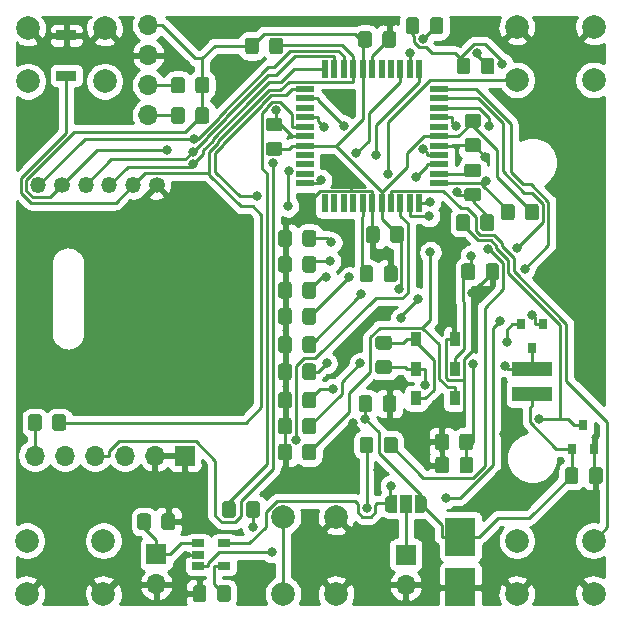
<source format=gbr>
G04 #@! TF.GenerationSoftware,KiCad,Pcbnew,(5.1.5-0-10_14)*
G04 #@! TF.CreationDate,2020-10-05T14:30:26+02:00*
G04 #@! TF.ProjectId,HB-RC-4-Dis-TH,48422d52-432d-4342-9d44-69732d54482e,rev?*
G04 #@! TF.SameCoordinates,Original*
G04 #@! TF.FileFunction,Copper,L2,Bot*
G04 #@! TF.FilePolarity,Positive*
%FSLAX46Y46*%
G04 Gerber Fmt 4.6, Leading zero omitted, Abs format (unit mm)*
G04 Created by KiCad (PCBNEW (5.1.5-0-10_14)) date 2020-10-05 14:30:26*
%MOMM*%
%LPD*%
G04 APERTURE LIST*
%ADD10R,1.700000X0.900000*%
%ADD11C,0.100000*%
%ADD12R,1.000000X1.500000*%
%ADD13R,1.060000X0.650000*%
%ADD14R,0.800000X0.900000*%
%ADD15O,1.700000X1.700000*%
%ADD16R,1.700000X1.700000*%
%ADD17C,2.000000*%
%ADD18O,1.350000X1.350000*%
%ADD19C,1.350000*%
%ADD20R,2.500000X3.200000*%
%ADD21R,3.400000X1.300000*%
%ADD22R,0.900000X1.200000*%
%ADD23R,1.500000X0.550000*%
%ADD24R,0.550000X1.500000*%
%ADD25C,0.800000*%
%ADD26C,0.250000*%
%ADD27C,0.254000*%
G04 APERTURE END LIST*
D10*
X18690000Y-19050000D03*
X18690000Y-15650000D03*
G04 #@! TA.AperFunction,SMDPad,CuDef*
D11*
G36*
X50854505Y-49371204D02*
G01*
X50878773Y-49374804D01*
X50902572Y-49380765D01*
X50925671Y-49389030D01*
X50947850Y-49399520D01*
X50968893Y-49412132D01*
X50988599Y-49426747D01*
X51006777Y-49443223D01*
X51023253Y-49461401D01*
X51037868Y-49481107D01*
X51050480Y-49502150D01*
X51060970Y-49524329D01*
X51069235Y-49547428D01*
X51075196Y-49571227D01*
X51078796Y-49595495D01*
X51080000Y-49619999D01*
X51080000Y-50520001D01*
X51078796Y-50544505D01*
X51075196Y-50568773D01*
X51069235Y-50592572D01*
X51060970Y-50615671D01*
X51050480Y-50637850D01*
X51037868Y-50658893D01*
X51023253Y-50678599D01*
X51006777Y-50696777D01*
X50988599Y-50713253D01*
X50968893Y-50727868D01*
X50947850Y-50740480D01*
X50925671Y-50750970D01*
X50902572Y-50759235D01*
X50878773Y-50765196D01*
X50854505Y-50768796D01*
X50830001Y-50770000D01*
X50179999Y-50770000D01*
X50155495Y-50768796D01*
X50131227Y-50765196D01*
X50107428Y-50759235D01*
X50084329Y-50750970D01*
X50062150Y-50740480D01*
X50041107Y-50727868D01*
X50021401Y-50713253D01*
X50003223Y-50696777D01*
X49986747Y-50678599D01*
X49972132Y-50658893D01*
X49959520Y-50637850D01*
X49949030Y-50615671D01*
X49940765Y-50592572D01*
X49934804Y-50568773D01*
X49931204Y-50544505D01*
X49930000Y-50520001D01*
X49930000Y-49619999D01*
X49931204Y-49595495D01*
X49934804Y-49571227D01*
X49940765Y-49547428D01*
X49949030Y-49524329D01*
X49959520Y-49502150D01*
X49972132Y-49481107D01*
X49986747Y-49461401D01*
X50003223Y-49443223D01*
X50021401Y-49426747D01*
X50041107Y-49412132D01*
X50062150Y-49399520D01*
X50084329Y-49389030D01*
X50107428Y-49380765D01*
X50131227Y-49374804D01*
X50155495Y-49371204D01*
X50179999Y-49370000D01*
X50830001Y-49370000D01*
X50854505Y-49371204D01*
G37*
G04 #@! TD.AperFunction*
G04 #@! TA.AperFunction,SMDPad,CuDef*
G36*
X52904505Y-49371204D02*
G01*
X52928773Y-49374804D01*
X52952572Y-49380765D01*
X52975671Y-49389030D01*
X52997850Y-49399520D01*
X53018893Y-49412132D01*
X53038599Y-49426747D01*
X53056777Y-49443223D01*
X53073253Y-49461401D01*
X53087868Y-49481107D01*
X53100480Y-49502150D01*
X53110970Y-49524329D01*
X53119235Y-49547428D01*
X53125196Y-49571227D01*
X53128796Y-49595495D01*
X53130000Y-49619999D01*
X53130000Y-50520001D01*
X53128796Y-50544505D01*
X53125196Y-50568773D01*
X53119235Y-50592572D01*
X53110970Y-50615671D01*
X53100480Y-50637850D01*
X53087868Y-50658893D01*
X53073253Y-50678599D01*
X53056777Y-50696777D01*
X53038599Y-50713253D01*
X53018893Y-50727868D01*
X52997850Y-50740480D01*
X52975671Y-50750970D01*
X52952572Y-50759235D01*
X52928773Y-50765196D01*
X52904505Y-50768796D01*
X52880001Y-50770000D01*
X52229999Y-50770000D01*
X52205495Y-50768796D01*
X52181227Y-50765196D01*
X52157428Y-50759235D01*
X52134329Y-50750970D01*
X52112150Y-50740480D01*
X52091107Y-50727868D01*
X52071401Y-50713253D01*
X52053223Y-50696777D01*
X52036747Y-50678599D01*
X52022132Y-50658893D01*
X52009520Y-50637850D01*
X51999030Y-50615671D01*
X51990765Y-50592572D01*
X51984804Y-50568773D01*
X51981204Y-50544505D01*
X51980000Y-50520001D01*
X51980000Y-49619999D01*
X51981204Y-49595495D01*
X51984804Y-49571227D01*
X51990765Y-49547428D01*
X51999030Y-49524329D01*
X52009520Y-49502150D01*
X52022132Y-49481107D01*
X52036747Y-49461401D01*
X52053223Y-49443223D01*
X52071401Y-49426747D01*
X52091107Y-49412132D01*
X52112150Y-49399520D01*
X52134329Y-49389030D01*
X52157428Y-49380765D01*
X52181227Y-49374804D01*
X52205495Y-49371204D01*
X52229999Y-49370000D01*
X52880001Y-49370000D01*
X52904505Y-49371204D01*
G37*
G04 #@! TD.AperFunction*
G04 #@! TA.AperFunction,SMDPad,CuDef*
G36*
X56424505Y-29901204D02*
G01*
X56448773Y-29904804D01*
X56472572Y-29910765D01*
X56495671Y-29919030D01*
X56517850Y-29929520D01*
X56538893Y-29942132D01*
X56558599Y-29956747D01*
X56576777Y-29973223D01*
X56593253Y-29991401D01*
X56607868Y-30011107D01*
X56620480Y-30032150D01*
X56630970Y-30054329D01*
X56639235Y-30077428D01*
X56645196Y-30101227D01*
X56648796Y-30125495D01*
X56650000Y-30149999D01*
X56650000Y-31050001D01*
X56648796Y-31074505D01*
X56645196Y-31098773D01*
X56639235Y-31122572D01*
X56630970Y-31145671D01*
X56620480Y-31167850D01*
X56607868Y-31188893D01*
X56593253Y-31208599D01*
X56576777Y-31226777D01*
X56558599Y-31243253D01*
X56538893Y-31257868D01*
X56517850Y-31270480D01*
X56495671Y-31280970D01*
X56472572Y-31289235D01*
X56448773Y-31295196D01*
X56424505Y-31298796D01*
X56400001Y-31300000D01*
X55749999Y-31300000D01*
X55725495Y-31298796D01*
X55701227Y-31295196D01*
X55677428Y-31289235D01*
X55654329Y-31280970D01*
X55632150Y-31270480D01*
X55611107Y-31257868D01*
X55591401Y-31243253D01*
X55573223Y-31226777D01*
X55556747Y-31208599D01*
X55542132Y-31188893D01*
X55529520Y-31167850D01*
X55519030Y-31145671D01*
X55510765Y-31122572D01*
X55504804Y-31098773D01*
X55501204Y-31074505D01*
X55500000Y-31050001D01*
X55500000Y-30149999D01*
X55501204Y-30125495D01*
X55504804Y-30101227D01*
X55510765Y-30077428D01*
X55519030Y-30054329D01*
X55529520Y-30032150D01*
X55542132Y-30011107D01*
X55556747Y-29991401D01*
X55573223Y-29973223D01*
X55591401Y-29956747D01*
X55611107Y-29942132D01*
X55632150Y-29929520D01*
X55654329Y-29919030D01*
X55677428Y-29910765D01*
X55701227Y-29904804D01*
X55725495Y-29901204D01*
X55749999Y-29900000D01*
X56400001Y-29900000D01*
X56424505Y-29901204D01*
G37*
G04 #@! TD.AperFunction*
G04 #@! TA.AperFunction,SMDPad,CuDef*
G36*
X58474505Y-29901204D02*
G01*
X58498773Y-29904804D01*
X58522572Y-29910765D01*
X58545671Y-29919030D01*
X58567850Y-29929520D01*
X58588893Y-29942132D01*
X58608599Y-29956747D01*
X58626777Y-29973223D01*
X58643253Y-29991401D01*
X58657868Y-30011107D01*
X58670480Y-30032150D01*
X58680970Y-30054329D01*
X58689235Y-30077428D01*
X58695196Y-30101227D01*
X58698796Y-30125495D01*
X58700000Y-30149999D01*
X58700000Y-31050001D01*
X58698796Y-31074505D01*
X58695196Y-31098773D01*
X58689235Y-31122572D01*
X58680970Y-31145671D01*
X58670480Y-31167850D01*
X58657868Y-31188893D01*
X58643253Y-31208599D01*
X58626777Y-31226777D01*
X58608599Y-31243253D01*
X58588893Y-31257868D01*
X58567850Y-31270480D01*
X58545671Y-31280970D01*
X58522572Y-31289235D01*
X58498773Y-31295196D01*
X58474505Y-31298796D01*
X58450001Y-31300000D01*
X57799999Y-31300000D01*
X57775495Y-31298796D01*
X57751227Y-31295196D01*
X57727428Y-31289235D01*
X57704329Y-31280970D01*
X57682150Y-31270480D01*
X57661107Y-31257868D01*
X57641401Y-31243253D01*
X57623223Y-31226777D01*
X57606747Y-31208599D01*
X57592132Y-31188893D01*
X57579520Y-31167850D01*
X57569030Y-31145671D01*
X57560765Y-31122572D01*
X57554804Y-31098773D01*
X57551204Y-31074505D01*
X57550000Y-31050001D01*
X57550000Y-30149999D01*
X57551204Y-30125495D01*
X57554804Y-30101227D01*
X57560765Y-30077428D01*
X57569030Y-30054329D01*
X57579520Y-30032150D01*
X57592132Y-30011107D01*
X57606747Y-29991401D01*
X57623223Y-29973223D01*
X57641401Y-29956747D01*
X57661107Y-29942132D01*
X57682150Y-29929520D01*
X57704329Y-29919030D01*
X57727428Y-29910765D01*
X57751227Y-29904804D01*
X57775495Y-29901204D01*
X57799999Y-29900000D01*
X58450001Y-29900000D01*
X58474505Y-29901204D01*
G37*
G04 #@! TD.AperFunction*
D12*
X47440000Y-55330000D03*
G04 #@! TA.AperFunction,SMDPad,CuDef*
D11*
G36*
X46140000Y-56079398D02*
G01*
X46115466Y-56079398D01*
X46066635Y-56074588D01*
X46018510Y-56065016D01*
X45971555Y-56050772D01*
X45926222Y-56031995D01*
X45882949Y-56008864D01*
X45842150Y-55981604D01*
X45804221Y-55950476D01*
X45769524Y-55915779D01*
X45738396Y-55877850D01*
X45711136Y-55837051D01*
X45688005Y-55793778D01*
X45669228Y-55748445D01*
X45654984Y-55701490D01*
X45645412Y-55653365D01*
X45640602Y-55604534D01*
X45640602Y-55580000D01*
X45640000Y-55580000D01*
X45640000Y-55080000D01*
X45640602Y-55080000D01*
X45640602Y-55055466D01*
X45645412Y-55006635D01*
X45654984Y-54958510D01*
X45669228Y-54911555D01*
X45688005Y-54866222D01*
X45711136Y-54822949D01*
X45738396Y-54782150D01*
X45769524Y-54744221D01*
X45804221Y-54709524D01*
X45842150Y-54678396D01*
X45882949Y-54651136D01*
X45926222Y-54628005D01*
X45971555Y-54609228D01*
X46018510Y-54594984D01*
X46066635Y-54585412D01*
X46115466Y-54580602D01*
X46140000Y-54580602D01*
X46140000Y-54580000D01*
X46690000Y-54580000D01*
X46690000Y-56080000D01*
X46140000Y-56080000D01*
X46140000Y-56079398D01*
G37*
G04 #@! TD.AperFunction*
G04 #@! TA.AperFunction,SMDPad,CuDef*
G36*
X48190000Y-54580000D02*
G01*
X48740000Y-54580000D01*
X48740000Y-54580602D01*
X48764534Y-54580602D01*
X48813365Y-54585412D01*
X48861490Y-54594984D01*
X48908445Y-54609228D01*
X48953778Y-54628005D01*
X48997051Y-54651136D01*
X49037850Y-54678396D01*
X49075779Y-54709524D01*
X49110476Y-54744221D01*
X49141604Y-54782150D01*
X49168864Y-54822949D01*
X49191995Y-54866222D01*
X49210772Y-54911555D01*
X49225016Y-54958510D01*
X49234588Y-55006635D01*
X49239398Y-55055466D01*
X49239398Y-55080000D01*
X49240000Y-55080000D01*
X49240000Y-55580000D01*
X49239398Y-55580000D01*
X49239398Y-55604534D01*
X49234588Y-55653365D01*
X49225016Y-55701490D01*
X49210772Y-55748445D01*
X49191995Y-55793778D01*
X49168864Y-55837051D01*
X49141604Y-55877850D01*
X49110476Y-55915779D01*
X49075779Y-55950476D01*
X49037850Y-55981604D01*
X48997051Y-56008864D01*
X48953778Y-56031995D01*
X48908445Y-56050772D01*
X48861490Y-56065016D01*
X48813365Y-56074588D01*
X48764534Y-56079398D01*
X48740000Y-56079398D01*
X48740000Y-56080000D01*
X48190000Y-56080000D01*
X48190000Y-54580000D01*
G37*
G04 #@! TD.AperFunction*
D13*
X32049500Y-60554000D03*
X32049500Y-58654000D03*
X29849500Y-58654000D03*
X29849500Y-59604000D03*
X29849500Y-60554000D03*
D14*
X62440000Y-48654000D03*
X61490000Y-50654000D03*
X63390000Y-50654000D03*
G04 #@! TA.AperFunction,SMDPad,CuDef*
D11*
G36*
X50404505Y-14131204D02*
G01*
X50428773Y-14134804D01*
X50452572Y-14140765D01*
X50475671Y-14149030D01*
X50497850Y-14159520D01*
X50518893Y-14172132D01*
X50538599Y-14186747D01*
X50556777Y-14203223D01*
X50573253Y-14221401D01*
X50587868Y-14241107D01*
X50600480Y-14262150D01*
X50610970Y-14284329D01*
X50619235Y-14307428D01*
X50625196Y-14331227D01*
X50628796Y-14355495D01*
X50630000Y-14379999D01*
X50630000Y-15280001D01*
X50628796Y-15304505D01*
X50625196Y-15328773D01*
X50619235Y-15352572D01*
X50610970Y-15375671D01*
X50600480Y-15397850D01*
X50587868Y-15418893D01*
X50573253Y-15438599D01*
X50556777Y-15456777D01*
X50538599Y-15473253D01*
X50518893Y-15487868D01*
X50497850Y-15500480D01*
X50475671Y-15510970D01*
X50452572Y-15519235D01*
X50428773Y-15525196D01*
X50404505Y-15528796D01*
X50380001Y-15530000D01*
X49729999Y-15530000D01*
X49705495Y-15528796D01*
X49681227Y-15525196D01*
X49657428Y-15519235D01*
X49634329Y-15510970D01*
X49612150Y-15500480D01*
X49591107Y-15487868D01*
X49571401Y-15473253D01*
X49553223Y-15456777D01*
X49536747Y-15438599D01*
X49522132Y-15418893D01*
X49509520Y-15397850D01*
X49499030Y-15375671D01*
X49490765Y-15352572D01*
X49484804Y-15328773D01*
X49481204Y-15304505D01*
X49480000Y-15280001D01*
X49480000Y-14379999D01*
X49481204Y-14355495D01*
X49484804Y-14331227D01*
X49490765Y-14307428D01*
X49499030Y-14284329D01*
X49509520Y-14262150D01*
X49522132Y-14241107D01*
X49536747Y-14221401D01*
X49553223Y-14203223D01*
X49571401Y-14186747D01*
X49591107Y-14172132D01*
X49612150Y-14159520D01*
X49634329Y-14149030D01*
X49657428Y-14140765D01*
X49681227Y-14134804D01*
X49705495Y-14131204D01*
X49729999Y-14130000D01*
X50380001Y-14130000D01*
X50404505Y-14131204D01*
G37*
G04 #@! TD.AperFunction*
G04 #@! TA.AperFunction,SMDPad,CuDef*
G36*
X48354505Y-14131204D02*
G01*
X48378773Y-14134804D01*
X48402572Y-14140765D01*
X48425671Y-14149030D01*
X48447850Y-14159520D01*
X48468893Y-14172132D01*
X48488599Y-14186747D01*
X48506777Y-14203223D01*
X48523253Y-14221401D01*
X48537868Y-14241107D01*
X48550480Y-14262150D01*
X48560970Y-14284329D01*
X48569235Y-14307428D01*
X48575196Y-14331227D01*
X48578796Y-14355495D01*
X48580000Y-14379999D01*
X48580000Y-15280001D01*
X48578796Y-15304505D01*
X48575196Y-15328773D01*
X48569235Y-15352572D01*
X48560970Y-15375671D01*
X48550480Y-15397850D01*
X48537868Y-15418893D01*
X48523253Y-15438599D01*
X48506777Y-15456777D01*
X48488599Y-15473253D01*
X48468893Y-15487868D01*
X48447850Y-15500480D01*
X48425671Y-15510970D01*
X48402572Y-15519235D01*
X48378773Y-15525196D01*
X48354505Y-15528796D01*
X48330001Y-15530000D01*
X47679999Y-15530000D01*
X47655495Y-15528796D01*
X47631227Y-15525196D01*
X47607428Y-15519235D01*
X47584329Y-15510970D01*
X47562150Y-15500480D01*
X47541107Y-15487868D01*
X47521401Y-15473253D01*
X47503223Y-15456777D01*
X47486747Y-15438599D01*
X47472132Y-15418893D01*
X47459520Y-15397850D01*
X47449030Y-15375671D01*
X47440765Y-15352572D01*
X47434804Y-15328773D01*
X47431204Y-15304505D01*
X47430000Y-15280001D01*
X47430000Y-14379999D01*
X47431204Y-14355495D01*
X47434804Y-14331227D01*
X47440765Y-14307428D01*
X47449030Y-14284329D01*
X47459520Y-14262150D01*
X47472132Y-14241107D01*
X47486747Y-14221401D01*
X47503223Y-14203223D01*
X47521401Y-14186747D01*
X47541107Y-14172132D01*
X47562150Y-14159520D01*
X47584329Y-14149030D01*
X47607428Y-14140765D01*
X47631227Y-14134804D01*
X47655495Y-14131204D01*
X47679999Y-14130000D01*
X48330001Y-14130000D01*
X48354505Y-14131204D01*
G37*
G04 #@! TD.AperFunction*
G04 #@! TA.AperFunction,SMDPad,CuDef*
G36*
X54724505Y-17541204D02*
G01*
X54748773Y-17544804D01*
X54772572Y-17550765D01*
X54795671Y-17559030D01*
X54817850Y-17569520D01*
X54838893Y-17582132D01*
X54858599Y-17596747D01*
X54876777Y-17613223D01*
X54893253Y-17631401D01*
X54907868Y-17651107D01*
X54920480Y-17672150D01*
X54930970Y-17694329D01*
X54939235Y-17717428D01*
X54945196Y-17741227D01*
X54948796Y-17765495D01*
X54950000Y-17789999D01*
X54950000Y-18690001D01*
X54948796Y-18714505D01*
X54945196Y-18738773D01*
X54939235Y-18762572D01*
X54930970Y-18785671D01*
X54920480Y-18807850D01*
X54907868Y-18828893D01*
X54893253Y-18848599D01*
X54876777Y-18866777D01*
X54858599Y-18883253D01*
X54838893Y-18897868D01*
X54817850Y-18910480D01*
X54795671Y-18920970D01*
X54772572Y-18929235D01*
X54748773Y-18935196D01*
X54724505Y-18938796D01*
X54700001Y-18940000D01*
X54049999Y-18940000D01*
X54025495Y-18938796D01*
X54001227Y-18935196D01*
X53977428Y-18929235D01*
X53954329Y-18920970D01*
X53932150Y-18910480D01*
X53911107Y-18897868D01*
X53891401Y-18883253D01*
X53873223Y-18866777D01*
X53856747Y-18848599D01*
X53842132Y-18828893D01*
X53829520Y-18807850D01*
X53819030Y-18785671D01*
X53810765Y-18762572D01*
X53804804Y-18738773D01*
X53801204Y-18714505D01*
X53800000Y-18690001D01*
X53800000Y-17789999D01*
X53801204Y-17765495D01*
X53804804Y-17741227D01*
X53810765Y-17717428D01*
X53819030Y-17694329D01*
X53829520Y-17672150D01*
X53842132Y-17651107D01*
X53856747Y-17631401D01*
X53873223Y-17613223D01*
X53891401Y-17596747D01*
X53911107Y-17582132D01*
X53932150Y-17569520D01*
X53954329Y-17559030D01*
X53977428Y-17550765D01*
X54001227Y-17544804D01*
X54025495Y-17541204D01*
X54049999Y-17540000D01*
X54700001Y-17540000D01*
X54724505Y-17541204D01*
G37*
G04 #@! TD.AperFunction*
G04 #@! TA.AperFunction,SMDPad,CuDef*
G36*
X52674505Y-17541204D02*
G01*
X52698773Y-17544804D01*
X52722572Y-17550765D01*
X52745671Y-17559030D01*
X52767850Y-17569520D01*
X52788893Y-17582132D01*
X52808599Y-17596747D01*
X52826777Y-17613223D01*
X52843253Y-17631401D01*
X52857868Y-17651107D01*
X52870480Y-17672150D01*
X52880970Y-17694329D01*
X52889235Y-17717428D01*
X52895196Y-17741227D01*
X52898796Y-17765495D01*
X52900000Y-17789999D01*
X52900000Y-18690001D01*
X52898796Y-18714505D01*
X52895196Y-18738773D01*
X52889235Y-18762572D01*
X52880970Y-18785671D01*
X52870480Y-18807850D01*
X52857868Y-18828893D01*
X52843253Y-18848599D01*
X52826777Y-18866777D01*
X52808599Y-18883253D01*
X52788893Y-18897868D01*
X52767850Y-18910480D01*
X52745671Y-18920970D01*
X52722572Y-18929235D01*
X52698773Y-18935196D01*
X52674505Y-18938796D01*
X52650001Y-18940000D01*
X51999999Y-18940000D01*
X51975495Y-18938796D01*
X51951227Y-18935196D01*
X51927428Y-18929235D01*
X51904329Y-18920970D01*
X51882150Y-18910480D01*
X51861107Y-18897868D01*
X51841401Y-18883253D01*
X51823223Y-18866777D01*
X51806747Y-18848599D01*
X51792132Y-18828893D01*
X51779520Y-18807850D01*
X51769030Y-18785671D01*
X51760765Y-18762572D01*
X51754804Y-18738773D01*
X51751204Y-18714505D01*
X51750000Y-18690001D01*
X51750000Y-17789999D01*
X51751204Y-17765495D01*
X51754804Y-17741227D01*
X51760765Y-17717428D01*
X51769030Y-17694329D01*
X51779520Y-17672150D01*
X51792132Y-17651107D01*
X51806747Y-17631401D01*
X51823223Y-17613223D01*
X51841401Y-17596747D01*
X51861107Y-17582132D01*
X51882150Y-17569520D01*
X51904329Y-17559030D01*
X51927428Y-17550765D01*
X51951227Y-17544804D01*
X51975495Y-17541204D01*
X51999999Y-17540000D01*
X52650001Y-17540000D01*
X52674505Y-17541204D01*
G37*
G04 #@! TD.AperFunction*
G04 #@! TA.AperFunction,SMDPad,CuDef*
G36*
X53574505Y-28561204D02*
G01*
X53598773Y-28564804D01*
X53622572Y-28570765D01*
X53645671Y-28579030D01*
X53667850Y-28589520D01*
X53688893Y-28602132D01*
X53708599Y-28616747D01*
X53726777Y-28633223D01*
X53743253Y-28651401D01*
X53757868Y-28671107D01*
X53770480Y-28692150D01*
X53780970Y-28714329D01*
X53789235Y-28737428D01*
X53795196Y-28761227D01*
X53798796Y-28785495D01*
X53800000Y-28809999D01*
X53800000Y-29460001D01*
X53798796Y-29484505D01*
X53795196Y-29508773D01*
X53789235Y-29532572D01*
X53780970Y-29555671D01*
X53770480Y-29577850D01*
X53757868Y-29598893D01*
X53743253Y-29618599D01*
X53726777Y-29636777D01*
X53708599Y-29653253D01*
X53688893Y-29667868D01*
X53667850Y-29680480D01*
X53645671Y-29690970D01*
X53622572Y-29699235D01*
X53598773Y-29705196D01*
X53574505Y-29708796D01*
X53550001Y-29710000D01*
X52649999Y-29710000D01*
X52625495Y-29708796D01*
X52601227Y-29705196D01*
X52577428Y-29699235D01*
X52554329Y-29690970D01*
X52532150Y-29680480D01*
X52511107Y-29667868D01*
X52491401Y-29653253D01*
X52473223Y-29636777D01*
X52456747Y-29618599D01*
X52442132Y-29598893D01*
X52429520Y-29577850D01*
X52419030Y-29555671D01*
X52410765Y-29532572D01*
X52404804Y-29508773D01*
X52401204Y-29484505D01*
X52400000Y-29460001D01*
X52400000Y-28809999D01*
X52401204Y-28785495D01*
X52404804Y-28761227D01*
X52410765Y-28737428D01*
X52419030Y-28714329D01*
X52429520Y-28692150D01*
X52442132Y-28671107D01*
X52456747Y-28651401D01*
X52473223Y-28633223D01*
X52491401Y-28616747D01*
X52511107Y-28602132D01*
X52532150Y-28589520D01*
X52554329Y-28579030D01*
X52577428Y-28570765D01*
X52601227Y-28564804D01*
X52625495Y-28561204D01*
X52649999Y-28560000D01*
X53550001Y-28560000D01*
X53574505Y-28561204D01*
G37*
G04 #@! TD.AperFunction*
G04 #@! TA.AperFunction,SMDPad,CuDef*
G36*
X53574505Y-26511204D02*
G01*
X53598773Y-26514804D01*
X53622572Y-26520765D01*
X53645671Y-26529030D01*
X53667850Y-26539520D01*
X53688893Y-26552132D01*
X53708599Y-26566747D01*
X53726777Y-26583223D01*
X53743253Y-26601401D01*
X53757868Y-26621107D01*
X53770480Y-26642150D01*
X53780970Y-26664329D01*
X53789235Y-26687428D01*
X53795196Y-26711227D01*
X53798796Y-26735495D01*
X53800000Y-26759999D01*
X53800000Y-27410001D01*
X53798796Y-27434505D01*
X53795196Y-27458773D01*
X53789235Y-27482572D01*
X53780970Y-27505671D01*
X53770480Y-27527850D01*
X53757868Y-27548893D01*
X53743253Y-27568599D01*
X53726777Y-27586777D01*
X53708599Y-27603253D01*
X53688893Y-27617868D01*
X53667850Y-27630480D01*
X53645671Y-27640970D01*
X53622572Y-27649235D01*
X53598773Y-27655196D01*
X53574505Y-27658796D01*
X53550001Y-27660000D01*
X52649999Y-27660000D01*
X52625495Y-27658796D01*
X52601227Y-27655196D01*
X52577428Y-27649235D01*
X52554329Y-27640970D01*
X52532150Y-27630480D01*
X52511107Y-27617868D01*
X52491401Y-27603253D01*
X52473223Y-27586777D01*
X52456747Y-27568599D01*
X52442132Y-27548893D01*
X52429520Y-27527850D01*
X52419030Y-27505671D01*
X52410765Y-27482572D01*
X52404804Y-27458773D01*
X52401204Y-27434505D01*
X52400000Y-27410001D01*
X52400000Y-26759999D01*
X52401204Y-26735495D01*
X52404804Y-26711227D01*
X52410765Y-26687428D01*
X52419030Y-26664329D01*
X52429520Y-26642150D01*
X52442132Y-26621107D01*
X52456747Y-26601401D01*
X52473223Y-26583223D01*
X52491401Y-26566747D01*
X52511107Y-26552132D01*
X52532150Y-26539520D01*
X52554329Y-26529030D01*
X52577428Y-26520765D01*
X52601227Y-26514804D01*
X52625495Y-26511204D01*
X52649999Y-26510000D01*
X53550001Y-26510000D01*
X53574505Y-26511204D01*
G37*
G04 #@! TD.AperFunction*
G04 #@! TA.AperFunction,SMDPad,CuDef*
G36*
X54674505Y-30801204D02*
G01*
X54698773Y-30804804D01*
X54722572Y-30810765D01*
X54745671Y-30819030D01*
X54767850Y-30829520D01*
X54788893Y-30842132D01*
X54808599Y-30856747D01*
X54826777Y-30873223D01*
X54843253Y-30891401D01*
X54857868Y-30911107D01*
X54870480Y-30932150D01*
X54880970Y-30954329D01*
X54889235Y-30977428D01*
X54895196Y-31001227D01*
X54898796Y-31025495D01*
X54900000Y-31049999D01*
X54900000Y-31950001D01*
X54898796Y-31974505D01*
X54895196Y-31998773D01*
X54889235Y-32022572D01*
X54880970Y-32045671D01*
X54870480Y-32067850D01*
X54857868Y-32088893D01*
X54843253Y-32108599D01*
X54826777Y-32126777D01*
X54808599Y-32143253D01*
X54788893Y-32157868D01*
X54767850Y-32170480D01*
X54745671Y-32180970D01*
X54722572Y-32189235D01*
X54698773Y-32195196D01*
X54674505Y-32198796D01*
X54650001Y-32200000D01*
X53999999Y-32200000D01*
X53975495Y-32198796D01*
X53951227Y-32195196D01*
X53927428Y-32189235D01*
X53904329Y-32180970D01*
X53882150Y-32170480D01*
X53861107Y-32157868D01*
X53841401Y-32143253D01*
X53823223Y-32126777D01*
X53806747Y-32108599D01*
X53792132Y-32088893D01*
X53779520Y-32067850D01*
X53769030Y-32045671D01*
X53760765Y-32022572D01*
X53754804Y-31998773D01*
X53751204Y-31974505D01*
X53750000Y-31950001D01*
X53750000Y-31049999D01*
X53751204Y-31025495D01*
X53754804Y-31001227D01*
X53760765Y-30977428D01*
X53769030Y-30954329D01*
X53779520Y-30932150D01*
X53792132Y-30911107D01*
X53806747Y-30891401D01*
X53823223Y-30873223D01*
X53841401Y-30856747D01*
X53861107Y-30842132D01*
X53882150Y-30829520D01*
X53904329Y-30819030D01*
X53927428Y-30810765D01*
X53951227Y-30804804D01*
X53975495Y-30801204D01*
X53999999Y-30800000D01*
X54650001Y-30800000D01*
X54674505Y-30801204D01*
G37*
G04 #@! TD.AperFunction*
G04 #@! TA.AperFunction,SMDPad,CuDef*
G36*
X52624505Y-30801204D02*
G01*
X52648773Y-30804804D01*
X52672572Y-30810765D01*
X52695671Y-30819030D01*
X52717850Y-30829520D01*
X52738893Y-30842132D01*
X52758599Y-30856747D01*
X52776777Y-30873223D01*
X52793253Y-30891401D01*
X52807868Y-30911107D01*
X52820480Y-30932150D01*
X52830970Y-30954329D01*
X52839235Y-30977428D01*
X52845196Y-31001227D01*
X52848796Y-31025495D01*
X52850000Y-31049999D01*
X52850000Y-31950001D01*
X52848796Y-31974505D01*
X52845196Y-31998773D01*
X52839235Y-32022572D01*
X52830970Y-32045671D01*
X52820480Y-32067850D01*
X52807868Y-32088893D01*
X52793253Y-32108599D01*
X52776777Y-32126777D01*
X52758599Y-32143253D01*
X52738893Y-32157868D01*
X52717850Y-32170480D01*
X52695671Y-32180970D01*
X52672572Y-32189235D01*
X52648773Y-32195196D01*
X52624505Y-32198796D01*
X52600001Y-32200000D01*
X51949999Y-32200000D01*
X51925495Y-32198796D01*
X51901227Y-32195196D01*
X51877428Y-32189235D01*
X51854329Y-32180970D01*
X51832150Y-32170480D01*
X51811107Y-32157868D01*
X51791401Y-32143253D01*
X51773223Y-32126777D01*
X51756747Y-32108599D01*
X51742132Y-32088893D01*
X51729520Y-32067850D01*
X51719030Y-32045671D01*
X51710765Y-32022572D01*
X51704804Y-31998773D01*
X51701204Y-31974505D01*
X51700000Y-31950001D01*
X51700000Y-31049999D01*
X51701204Y-31025495D01*
X51704804Y-31001227D01*
X51710765Y-30977428D01*
X51719030Y-30954329D01*
X51729520Y-30932150D01*
X51742132Y-30911107D01*
X51756747Y-30891401D01*
X51773223Y-30873223D01*
X51791401Y-30856747D01*
X51811107Y-30842132D01*
X51832150Y-30829520D01*
X51854329Y-30819030D01*
X51877428Y-30810765D01*
X51901227Y-30804804D01*
X51925495Y-30801204D01*
X51949999Y-30800000D01*
X52600001Y-30800000D01*
X52624505Y-30801204D01*
G37*
G04 #@! TD.AperFunction*
G04 #@! TA.AperFunction,SMDPad,CuDef*
G36*
X30337505Y-62207204D02*
G01*
X30361773Y-62210804D01*
X30385572Y-62216765D01*
X30408671Y-62225030D01*
X30430850Y-62235520D01*
X30451893Y-62248132D01*
X30471599Y-62262747D01*
X30489777Y-62279223D01*
X30506253Y-62297401D01*
X30520868Y-62317107D01*
X30533480Y-62338150D01*
X30543970Y-62360329D01*
X30552235Y-62383428D01*
X30558196Y-62407227D01*
X30561796Y-62431495D01*
X30563000Y-62455999D01*
X30563000Y-63356001D01*
X30561796Y-63380505D01*
X30558196Y-63404773D01*
X30552235Y-63428572D01*
X30543970Y-63451671D01*
X30533480Y-63473850D01*
X30520868Y-63494893D01*
X30506253Y-63514599D01*
X30489777Y-63532777D01*
X30471599Y-63549253D01*
X30451893Y-63563868D01*
X30430850Y-63576480D01*
X30408671Y-63586970D01*
X30385572Y-63595235D01*
X30361773Y-63601196D01*
X30337505Y-63604796D01*
X30313001Y-63606000D01*
X29662999Y-63606000D01*
X29638495Y-63604796D01*
X29614227Y-63601196D01*
X29590428Y-63595235D01*
X29567329Y-63586970D01*
X29545150Y-63576480D01*
X29524107Y-63563868D01*
X29504401Y-63549253D01*
X29486223Y-63532777D01*
X29469747Y-63514599D01*
X29455132Y-63494893D01*
X29442520Y-63473850D01*
X29432030Y-63451671D01*
X29423765Y-63428572D01*
X29417804Y-63404773D01*
X29414204Y-63380505D01*
X29413000Y-63356001D01*
X29413000Y-62455999D01*
X29414204Y-62431495D01*
X29417804Y-62407227D01*
X29423765Y-62383428D01*
X29432030Y-62360329D01*
X29442520Y-62338150D01*
X29455132Y-62317107D01*
X29469747Y-62297401D01*
X29486223Y-62279223D01*
X29504401Y-62262747D01*
X29524107Y-62248132D01*
X29545150Y-62235520D01*
X29567329Y-62225030D01*
X29590428Y-62216765D01*
X29614227Y-62210804D01*
X29638495Y-62207204D01*
X29662999Y-62206000D01*
X30313001Y-62206000D01*
X30337505Y-62207204D01*
G37*
G04 #@! TD.AperFunction*
G04 #@! TA.AperFunction,SMDPad,CuDef*
G36*
X32387505Y-62207204D02*
G01*
X32411773Y-62210804D01*
X32435572Y-62216765D01*
X32458671Y-62225030D01*
X32480850Y-62235520D01*
X32501893Y-62248132D01*
X32521599Y-62262747D01*
X32539777Y-62279223D01*
X32556253Y-62297401D01*
X32570868Y-62317107D01*
X32583480Y-62338150D01*
X32593970Y-62360329D01*
X32602235Y-62383428D01*
X32608196Y-62407227D01*
X32611796Y-62431495D01*
X32613000Y-62455999D01*
X32613000Y-63356001D01*
X32611796Y-63380505D01*
X32608196Y-63404773D01*
X32602235Y-63428572D01*
X32593970Y-63451671D01*
X32583480Y-63473850D01*
X32570868Y-63494893D01*
X32556253Y-63514599D01*
X32539777Y-63532777D01*
X32521599Y-63549253D01*
X32501893Y-63563868D01*
X32480850Y-63576480D01*
X32458671Y-63586970D01*
X32435572Y-63595235D01*
X32411773Y-63601196D01*
X32387505Y-63604796D01*
X32363001Y-63606000D01*
X31712999Y-63606000D01*
X31688495Y-63604796D01*
X31664227Y-63601196D01*
X31640428Y-63595235D01*
X31617329Y-63586970D01*
X31595150Y-63576480D01*
X31574107Y-63563868D01*
X31554401Y-63549253D01*
X31536223Y-63532777D01*
X31519747Y-63514599D01*
X31505132Y-63494893D01*
X31492520Y-63473850D01*
X31482030Y-63451671D01*
X31473765Y-63428572D01*
X31467804Y-63404773D01*
X31464204Y-63380505D01*
X31463000Y-63356001D01*
X31463000Y-62455999D01*
X31464204Y-62431495D01*
X31467804Y-62407227D01*
X31473765Y-62383428D01*
X31482030Y-62360329D01*
X31492520Y-62338150D01*
X31505132Y-62317107D01*
X31519747Y-62297401D01*
X31536223Y-62279223D01*
X31554401Y-62262747D01*
X31574107Y-62248132D01*
X31595150Y-62235520D01*
X31617329Y-62225030D01*
X31640428Y-62216765D01*
X31664227Y-62210804D01*
X31688495Y-62207204D01*
X31712999Y-62206000D01*
X32363001Y-62206000D01*
X32387505Y-62207204D01*
G37*
G04 #@! TD.AperFunction*
D15*
X26300000Y-62130000D03*
D16*
X26300000Y-59590000D03*
G04 #@! TA.AperFunction,SMDPad,CuDef*
D11*
G36*
X63884505Y-52221204D02*
G01*
X63908773Y-52224804D01*
X63932572Y-52230765D01*
X63955671Y-52239030D01*
X63977850Y-52249520D01*
X63998893Y-52262132D01*
X64018599Y-52276747D01*
X64036777Y-52293223D01*
X64053253Y-52311401D01*
X64067868Y-52331107D01*
X64080480Y-52352150D01*
X64090970Y-52374329D01*
X64099235Y-52397428D01*
X64105196Y-52421227D01*
X64108796Y-52445495D01*
X64110000Y-52469999D01*
X64110000Y-53370001D01*
X64108796Y-53394505D01*
X64105196Y-53418773D01*
X64099235Y-53442572D01*
X64090970Y-53465671D01*
X64080480Y-53487850D01*
X64067868Y-53508893D01*
X64053253Y-53528599D01*
X64036777Y-53546777D01*
X64018599Y-53563253D01*
X63998893Y-53577868D01*
X63977850Y-53590480D01*
X63955671Y-53600970D01*
X63932572Y-53609235D01*
X63908773Y-53615196D01*
X63884505Y-53618796D01*
X63860001Y-53620000D01*
X63209999Y-53620000D01*
X63185495Y-53618796D01*
X63161227Y-53615196D01*
X63137428Y-53609235D01*
X63114329Y-53600970D01*
X63092150Y-53590480D01*
X63071107Y-53577868D01*
X63051401Y-53563253D01*
X63033223Y-53546777D01*
X63016747Y-53528599D01*
X63002132Y-53508893D01*
X62989520Y-53487850D01*
X62979030Y-53465671D01*
X62970765Y-53442572D01*
X62964804Y-53418773D01*
X62961204Y-53394505D01*
X62960000Y-53370001D01*
X62960000Y-52469999D01*
X62961204Y-52445495D01*
X62964804Y-52421227D01*
X62970765Y-52397428D01*
X62979030Y-52374329D01*
X62989520Y-52352150D01*
X63002132Y-52331107D01*
X63016747Y-52311401D01*
X63033223Y-52293223D01*
X63051401Y-52276747D01*
X63071107Y-52262132D01*
X63092150Y-52249520D01*
X63114329Y-52239030D01*
X63137428Y-52230765D01*
X63161227Y-52224804D01*
X63185495Y-52221204D01*
X63209999Y-52220000D01*
X63860001Y-52220000D01*
X63884505Y-52221204D01*
G37*
G04 #@! TD.AperFunction*
G04 #@! TA.AperFunction,SMDPad,CuDef*
G36*
X61834505Y-52221204D02*
G01*
X61858773Y-52224804D01*
X61882572Y-52230765D01*
X61905671Y-52239030D01*
X61927850Y-52249520D01*
X61948893Y-52262132D01*
X61968599Y-52276747D01*
X61986777Y-52293223D01*
X62003253Y-52311401D01*
X62017868Y-52331107D01*
X62030480Y-52352150D01*
X62040970Y-52374329D01*
X62049235Y-52397428D01*
X62055196Y-52421227D01*
X62058796Y-52445495D01*
X62060000Y-52469999D01*
X62060000Y-53370001D01*
X62058796Y-53394505D01*
X62055196Y-53418773D01*
X62049235Y-53442572D01*
X62040970Y-53465671D01*
X62030480Y-53487850D01*
X62017868Y-53508893D01*
X62003253Y-53528599D01*
X61986777Y-53546777D01*
X61968599Y-53563253D01*
X61948893Y-53577868D01*
X61927850Y-53590480D01*
X61905671Y-53600970D01*
X61882572Y-53609235D01*
X61858773Y-53615196D01*
X61834505Y-53618796D01*
X61810001Y-53620000D01*
X61159999Y-53620000D01*
X61135495Y-53618796D01*
X61111227Y-53615196D01*
X61087428Y-53609235D01*
X61064329Y-53600970D01*
X61042150Y-53590480D01*
X61021107Y-53577868D01*
X61001401Y-53563253D01*
X60983223Y-53546777D01*
X60966747Y-53528599D01*
X60952132Y-53508893D01*
X60939520Y-53487850D01*
X60929030Y-53465671D01*
X60920765Y-53442572D01*
X60914804Y-53418773D01*
X60911204Y-53394505D01*
X60910000Y-53370001D01*
X60910000Y-52469999D01*
X60911204Y-52445495D01*
X60914804Y-52421227D01*
X60920765Y-52397428D01*
X60929030Y-52374329D01*
X60939520Y-52352150D01*
X60952132Y-52331107D01*
X60966747Y-52311401D01*
X60983223Y-52293223D01*
X61001401Y-52276747D01*
X61021107Y-52262132D01*
X61042150Y-52249520D01*
X61064329Y-52239030D01*
X61087428Y-52230765D01*
X61111227Y-52224804D01*
X61135495Y-52221204D01*
X61159999Y-52220000D01*
X61810001Y-52220000D01*
X61834505Y-52221204D01*
G37*
G04 #@! TD.AperFunction*
G04 #@! TA.AperFunction,SMDPad,CuDef*
G36*
X27678505Y-56121204D02*
G01*
X27702773Y-56124804D01*
X27726572Y-56130765D01*
X27749671Y-56139030D01*
X27771850Y-56149520D01*
X27792893Y-56162132D01*
X27812599Y-56176747D01*
X27830777Y-56193223D01*
X27847253Y-56211401D01*
X27861868Y-56231107D01*
X27874480Y-56252150D01*
X27884970Y-56274329D01*
X27893235Y-56297428D01*
X27899196Y-56321227D01*
X27902796Y-56345495D01*
X27904000Y-56369999D01*
X27904000Y-57270001D01*
X27902796Y-57294505D01*
X27899196Y-57318773D01*
X27893235Y-57342572D01*
X27884970Y-57365671D01*
X27874480Y-57387850D01*
X27861868Y-57408893D01*
X27847253Y-57428599D01*
X27830777Y-57446777D01*
X27812599Y-57463253D01*
X27792893Y-57477868D01*
X27771850Y-57490480D01*
X27749671Y-57500970D01*
X27726572Y-57509235D01*
X27702773Y-57515196D01*
X27678505Y-57518796D01*
X27654001Y-57520000D01*
X27003999Y-57520000D01*
X26979495Y-57518796D01*
X26955227Y-57515196D01*
X26931428Y-57509235D01*
X26908329Y-57500970D01*
X26886150Y-57490480D01*
X26865107Y-57477868D01*
X26845401Y-57463253D01*
X26827223Y-57446777D01*
X26810747Y-57428599D01*
X26796132Y-57408893D01*
X26783520Y-57387850D01*
X26773030Y-57365671D01*
X26764765Y-57342572D01*
X26758804Y-57318773D01*
X26755204Y-57294505D01*
X26754000Y-57270001D01*
X26754000Y-56369999D01*
X26755204Y-56345495D01*
X26758804Y-56321227D01*
X26764765Y-56297428D01*
X26773030Y-56274329D01*
X26783520Y-56252150D01*
X26796132Y-56231107D01*
X26810747Y-56211401D01*
X26827223Y-56193223D01*
X26845401Y-56176747D01*
X26865107Y-56162132D01*
X26886150Y-56149520D01*
X26908329Y-56139030D01*
X26931428Y-56130765D01*
X26955227Y-56124804D01*
X26979495Y-56121204D01*
X27003999Y-56120000D01*
X27654001Y-56120000D01*
X27678505Y-56121204D01*
G37*
G04 #@! TD.AperFunction*
G04 #@! TA.AperFunction,SMDPad,CuDef*
G36*
X25628505Y-56121204D02*
G01*
X25652773Y-56124804D01*
X25676572Y-56130765D01*
X25699671Y-56139030D01*
X25721850Y-56149520D01*
X25742893Y-56162132D01*
X25762599Y-56176747D01*
X25780777Y-56193223D01*
X25797253Y-56211401D01*
X25811868Y-56231107D01*
X25824480Y-56252150D01*
X25834970Y-56274329D01*
X25843235Y-56297428D01*
X25849196Y-56321227D01*
X25852796Y-56345495D01*
X25854000Y-56369999D01*
X25854000Y-57270001D01*
X25852796Y-57294505D01*
X25849196Y-57318773D01*
X25843235Y-57342572D01*
X25834970Y-57365671D01*
X25824480Y-57387850D01*
X25811868Y-57408893D01*
X25797253Y-57428599D01*
X25780777Y-57446777D01*
X25762599Y-57463253D01*
X25742893Y-57477868D01*
X25721850Y-57490480D01*
X25699671Y-57500970D01*
X25676572Y-57509235D01*
X25652773Y-57515196D01*
X25628505Y-57518796D01*
X25604001Y-57520000D01*
X24953999Y-57520000D01*
X24929495Y-57518796D01*
X24905227Y-57515196D01*
X24881428Y-57509235D01*
X24858329Y-57500970D01*
X24836150Y-57490480D01*
X24815107Y-57477868D01*
X24795401Y-57463253D01*
X24777223Y-57446777D01*
X24760747Y-57428599D01*
X24746132Y-57408893D01*
X24733520Y-57387850D01*
X24723030Y-57365671D01*
X24714765Y-57342572D01*
X24708804Y-57318773D01*
X24705204Y-57294505D01*
X24704000Y-57270001D01*
X24704000Y-56369999D01*
X24705204Y-56345495D01*
X24708804Y-56321227D01*
X24714765Y-56297428D01*
X24723030Y-56274329D01*
X24733520Y-56252150D01*
X24746132Y-56231107D01*
X24760747Y-56211401D01*
X24777223Y-56193223D01*
X24795401Y-56176747D01*
X24815107Y-56162132D01*
X24836150Y-56149520D01*
X24858329Y-56139030D01*
X24881428Y-56130765D01*
X24905227Y-56124804D01*
X24929495Y-56121204D01*
X24953999Y-56120000D01*
X25604001Y-56120000D01*
X25628505Y-56121204D01*
G37*
G04 #@! TD.AperFunction*
G04 #@! TA.AperFunction,SMDPad,CuDef*
G36*
X47039505Y-31806204D02*
G01*
X47063773Y-31809804D01*
X47087572Y-31815765D01*
X47110671Y-31824030D01*
X47132850Y-31834520D01*
X47153893Y-31847132D01*
X47173599Y-31861747D01*
X47191777Y-31878223D01*
X47208253Y-31896401D01*
X47222868Y-31916107D01*
X47235480Y-31937150D01*
X47245970Y-31959329D01*
X47254235Y-31982428D01*
X47260196Y-32006227D01*
X47263796Y-32030495D01*
X47265000Y-32054999D01*
X47265000Y-32955001D01*
X47263796Y-32979505D01*
X47260196Y-33003773D01*
X47254235Y-33027572D01*
X47245970Y-33050671D01*
X47235480Y-33072850D01*
X47222868Y-33093893D01*
X47208253Y-33113599D01*
X47191777Y-33131777D01*
X47173599Y-33148253D01*
X47153893Y-33162868D01*
X47132850Y-33175480D01*
X47110671Y-33185970D01*
X47087572Y-33194235D01*
X47063773Y-33200196D01*
X47039505Y-33203796D01*
X47015001Y-33205000D01*
X46364999Y-33205000D01*
X46340495Y-33203796D01*
X46316227Y-33200196D01*
X46292428Y-33194235D01*
X46269329Y-33185970D01*
X46247150Y-33175480D01*
X46226107Y-33162868D01*
X46206401Y-33148253D01*
X46188223Y-33131777D01*
X46171747Y-33113599D01*
X46157132Y-33093893D01*
X46144520Y-33072850D01*
X46134030Y-33050671D01*
X46125765Y-33027572D01*
X46119804Y-33003773D01*
X46116204Y-32979505D01*
X46115000Y-32955001D01*
X46115000Y-32054999D01*
X46116204Y-32030495D01*
X46119804Y-32006227D01*
X46125765Y-31982428D01*
X46134030Y-31959329D01*
X46144520Y-31937150D01*
X46157132Y-31916107D01*
X46171747Y-31896401D01*
X46188223Y-31878223D01*
X46206401Y-31861747D01*
X46226107Y-31847132D01*
X46247150Y-31834520D01*
X46269329Y-31824030D01*
X46292428Y-31815765D01*
X46316227Y-31809804D01*
X46340495Y-31806204D01*
X46364999Y-31805000D01*
X47015001Y-31805000D01*
X47039505Y-31806204D01*
G37*
G04 #@! TD.AperFunction*
G04 #@! TA.AperFunction,SMDPad,CuDef*
G36*
X44989505Y-31806204D02*
G01*
X45013773Y-31809804D01*
X45037572Y-31815765D01*
X45060671Y-31824030D01*
X45082850Y-31834520D01*
X45103893Y-31847132D01*
X45123599Y-31861747D01*
X45141777Y-31878223D01*
X45158253Y-31896401D01*
X45172868Y-31916107D01*
X45185480Y-31937150D01*
X45195970Y-31959329D01*
X45204235Y-31982428D01*
X45210196Y-32006227D01*
X45213796Y-32030495D01*
X45215000Y-32054999D01*
X45215000Y-32955001D01*
X45213796Y-32979505D01*
X45210196Y-33003773D01*
X45204235Y-33027572D01*
X45195970Y-33050671D01*
X45185480Y-33072850D01*
X45172868Y-33093893D01*
X45158253Y-33113599D01*
X45141777Y-33131777D01*
X45123599Y-33148253D01*
X45103893Y-33162868D01*
X45082850Y-33175480D01*
X45060671Y-33185970D01*
X45037572Y-33194235D01*
X45013773Y-33200196D01*
X44989505Y-33203796D01*
X44965001Y-33205000D01*
X44314999Y-33205000D01*
X44290495Y-33203796D01*
X44266227Y-33200196D01*
X44242428Y-33194235D01*
X44219329Y-33185970D01*
X44197150Y-33175480D01*
X44176107Y-33162868D01*
X44156401Y-33148253D01*
X44138223Y-33131777D01*
X44121747Y-33113599D01*
X44107132Y-33093893D01*
X44094520Y-33072850D01*
X44084030Y-33050671D01*
X44075765Y-33027572D01*
X44069804Y-33003773D01*
X44066204Y-32979505D01*
X44065000Y-32955001D01*
X44065000Y-32054999D01*
X44066204Y-32030495D01*
X44069804Y-32006227D01*
X44075765Y-31982428D01*
X44084030Y-31959329D01*
X44094520Y-31937150D01*
X44107132Y-31916107D01*
X44121747Y-31896401D01*
X44138223Y-31878223D01*
X44156401Y-31861747D01*
X44176107Y-31847132D01*
X44197150Y-31834520D01*
X44219329Y-31824030D01*
X44242428Y-31815765D01*
X44266227Y-31809804D01*
X44290495Y-31806204D01*
X44314999Y-31805000D01*
X44965001Y-31805000D01*
X44989505Y-31806204D01*
G37*
G04 #@! TD.AperFunction*
G04 #@! TA.AperFunction,SMDPad,CuDef*
G36*
X53589505Y-24356204D02*
G01*
X53613773Y-24359804D01*
X53637572Y-24365765D01*
X53660671Y-24374030D01*
X53682850Y-24384520D01*
X53703893Y-24397132D01*
X53723599Y-24411747D01*
X53741777Y-24428223D01*
X53758253Y-24446401D01*
X53772868Y-24466107D01*
X53785480Y-24487150D01*
X53795970Y-24509329D01*
X53804235Y-24532428D01*
X53810196Y-24556227D01*
X53813796Y-24580495D01*
X53815000Y-24604999D01*
X53815000Y-25255001D01*
X53813796Y-25279505D01*
X53810196Y-25303773D01*
X53804235Y-25327572D01*
X53795970Y-25350671D01*
X53785480Y-25372850D01*
X53772868Y-25393893D01*
X53758253Y-25413599D01*
X53741777Y-25431777D01*
X53723599Y-25448253D01*
X53703893Y-25462868D01*
X53682850Y-25475480D01*
X53660671Y-25485970D01*
X53637572Y-25494235D01*
X53613773Y-25500196D01*
X53589505Y-25503796D01*
X53565001Y-25505000D01*
X52664999Y-25505000D01*
X52640495Y-25503796D01*
X52616227Y-25500196D01*
X52592428Y-25494235D01*
X52569329Y-25485970D01*
X52547150Y-25475480D01*
X52526107Y-25462868D01*
X52506401Y-25448253D01*
X52488223Y-25431777D01*
X52471747Y-25413599D01*
X52457132Y-25393893D01*
X52444520Y-25372850D01*
X52434030Y-25350671D01*
X52425765Y-25327572D01*
X52419804Y-25303773D01*
X52416204Y-25279505D01*
X52415000Y-25255001D01*
X52415000Y-24604999D01*
X52416204Y-24580495D01*
X52419804Y-24556227D01*
X52425765Y-24532428D01*
X52434030Y-24509329D01*
X52444520Y-24487150D01*
X52457132Y-24466107D01*
X52471747Y-24446401D01*
X52488223Y-24428223D01*
X52506401Y-24411747D01*
X52526107Y-24397132D01*
X52547150Y-24384520D01*
X52569329Y-24374030D01*
X52592428Y-24365765D01*
X52616227Y-24359804D01*
X52640495Y-24356204D01*
X52664999Y-24355000D01*
X53565001Y-24355000D01*
X53589505Y-24356204D01*
G37*
G04 #@! TD.AperFunction*
G04 #@! TA.AperFunction,SMDPad,CuDef*
G36*
X53589505Y-22306204D02*
G01*
X53613773Y-22309804D01*
X53637572Y-22315765D01*
X53660671Y-22324030D01*
X53682850Y-22334520D01*
X53703893Y-22347132D01*
X53723599Y-22361747D01*
X53741777Y-22378223D01*
X53758253Y-22396401D01*
X53772868Y-22416107D01*
X53785480Y-22437150D01*
X53795970Y-22459329D01*
X53804235Y-22482428D01*
X53810196Y-22506227D01*
X53813796Y-22530495D01*
X53815000Y-22554999D01*
X53815000Y-23205001D01*
X53813796Y-23229505D01*
X53810196Y-23253773D01*
X53804235Y-23277572D01*
X53795970Y-23300671D01*
X53785480Y-23322850D01*
X53772868Y-23343893D01*
X53758253Y-23363599D01*
X53741777Y-23381777D01*
X53723599Y-23398253D01*
X53703893Y-23412868D01*
X53682850Y-23425480D01*
X53660671Y-23435970D01*
X53637572Y-23444235D01*
X53613773Y-23450196D01*
X53589505Y-23453796D01*
X53565001Y-23455000D01*
X52664999Y-23455000D01*
X52640495Y-23453796D01*
X52616227Y-23450196D01*
X52592428Y-23444235D01*
X52569329Y-23435970D01*
X52547150Y-23425480D01*
X52526107Y-23412868D01*
X52506401Y-23398253D01*
X52488223Y-23381777D01*
X52471747Y-23363599D01*
X52457132Y-23343893D01*
X52444520Y-23322850D01*
X52434030Y-23300671D01*
X52425765Y-23277572D01*
X52419804Y-23253773D01*
X52416204Y-23229505D01*
X52415000Y-23205001D01*
X52415000Y-22554999D01*
X52416204Y-22530495D01*
X52419804Y-22506227D01*
X52425765Y-22482428D01*
X52434030Y-22459329D01*
X52444520Y-22437150D01*
X52457132Y-22416107D01*
X52471747Y-22396401D01*
X52488223Y-22378223D01*
X52506401Y-22361747D01*
X52526107Y-22347132D01*
X52547150Y-22334520D01*
X52569329Y-22324030D01*
X52592428Y-22315765D01*
X52616227Y-22309804D01*
X52640495Y-22306204D01*
X52664999Y-22305000D01*
X53565001Y-22305000D01*
X53589505Y-22306204D01*
G37*
G04 #@! TD.AperFunction*
G04 #@! TA.AperFunction,SMDPad,CuDef*
G36*
X44339505Y-15281204D02*
G01*
X44363773Y-15284804D01*
X44387572Y-15290765D01*
X44410671Y-15299030D01*
X44432850Y-15309520D01*
X44453893Y-15322132D01*
X44473599Y-15336747D01*
X44491777Y-15353223D01*
X44508253Y-15371401D01*
X44522868Y-15391107D01*
X44535480Y-15412150D01*
X44545970Y-15434329D01*
X44554235Y-15457428D01*
X44560196Y-15481227D01*
X44563796Y-15505495D01*
X44565000Y-15529999D01*
X44565000Y-16430001D01*
X44563796Y-16454505D01*
X44560196Y-16478773D01*
X44554235Y-16502572D01*
X44545970Y-16525671D01*
X44535480Y-16547850D01*
X44522868Y-16568893D01*
X44508253Y-16588599D01*
X44491777Y-16606777D01*
X44473599Y-16623253D01*
X44453893Y-16637868D01*
X44432850Y-16650480D01*
X44410671Y-16660970D01*
X44387572Y-16669235D01*
X44363773Y-16675196D01*
X44339505Y-16678796D01*
X44315001Y-16680000D01*
X43664999Y-16680000D01*
X43640495Y-16678796D01*
X43616227Y-16675196D01*
X43592428Y-16669235D01*
X43569329Y-16660970D01*
X43547150Y-16650480D01*
X43526107Y-16637868D01*
X43506401Y-16623253D01*
X43488223Y-16606777D01*
X43471747Y-16588599D01*
X43457132Y-16568893D01*
X43444520Y-16547850D01*
X43434030Y-16525671D01*
X43425765Y-16502572D01*
X43419804Y-16478773D01*
X43416204Y-16454505D01*
X43415000Y-16430001D01*
X43415000Y-15529999D01*
X43416204Y-15505495D01*
X43419804Y-15481227D01*
X43425765Y-15457428D01*
X43434030Y-15434329D01*
X43444520Y-15412150D01*
X43457132Y-15391107D01*
X43471747Y-15371401D01*
X43488223Y-15353223D01*
X43506401Y-15336747D01*
X43526107Y-15322132D01*
X43547150Y-15309520D01*
X43569329Y-15299030D01*
X43592428Y-15290765D01*
X43616227Y-15284804D01*
X43640495Y-15281204D01*
X43664999Y-15280000D01*
X44315001Y-15280000D01*
X44339505Y-15281204D01*
G37*
G04 #@! TD.AperFunction*
G04 #@! TA.AperFunction,SMDPad,CuDef*
G36*
X46389505Y-15281204D02*
G01*
X46413773Y-15284804D01*
X46437572Y-15290765D01*
X46460671Y-15299030D01*
X46482850Y-15309520D01*
X46503893Y-15322132D01*
X46523599Y-15336747D01*
X46541777Y-15353223D01*
X46558253Y-15371401D01*
X46572868Y-15391107D01*
X46585480Y-15412150D01*
X46595970Y-15434329D01*
X46604235Y-15457428D01*
X46610196Y-15481227D01*
X46613796Y-15505495D01*
X46615000Y-15529999D01*
X46615000Y-16430001D01*
X46613796Y-16454505D01*
X46610196Y-16478773D01*
X46604235Y-16502572D01*
X46595970Y-16525671D01*
X46585480Y-16547850D01*
X46572868Y-16568893D01*
X46558253Y-16588599D01*
X46541777Y-16606777D01*
X46523599Y-16623253D01*
X46503893Y-16637868D01*
X46482850Y-16650480D01*
X46460671Y-16660970D01*
X46437572Y-16669235D01*
X46413773Y-16675196D01*
X46389505Y-16678796D01*
X46365001Y-16680000D01*
X45714999Y-16680000D01*
X45690495Y-16678796D01*
X45666227Y-16675196D01*
X45642428Y-16669235D01*
X45619329Y-16660970D01*
X45597150Y-16650480D01*
X45576107Y-16637868D01*
X45556401Y-16623253D01*
X45538223Y-16606777D01*
X45521747Y-16588599D01*
X45507132Y-16568893D01*
X45494520Y-16547850D01*
X45484030Y-16525671D01*
X45475765Y-16502572D01*
X45469804Y-16478773D01*
X45466204Y-16454505D01*
X45465000Y-16430001D01*
X45465000Y-15529999D01*
X45466204Y-15505495D01*
X45469804Y-15481227D01*
X45475765Y-15457428D01*
X45484030Y-15434329D01*
X45494520Y-15412150D01*
X45507132Y-15391107D01*
X45521747Y-15371401D01*
X45538223Y-15353223D01*
X45556401Y-15336747D01*
X45576107Y-15322132D01*
X45597150Y-15309520D01*
X45619329Y-15299030D01*
X45642428Y-15290765D01*
X45666227Y-15284804D01*
X45690495Y-15281204D01*
X45714999Y-15280000D01*
X46365001Y-15280000D01*
X46389505Y-15281204D01*
G37*
G04 #@! TD.AperFunction*
D15*
X25640000Y-14780000D03*
X25640000Y-17320000D03*
X25640000Y-19860000D03*
X25640000Y-22400000D03*
D17*
X37040000Y-56430000D03*
X41540000Y-56430000D03*
X37040000Y-62930000D03*
X41540000Y-62930000D03*
X63340000Y-58430000D03*
X63340000Y-62930000D03*
X56840000Y-58430000D03*
X56840000Y-62930000D03*
X21840000Y-58430000D03*
X21840000Y-62930000D03*
X15340000Y-58430000D03*
X15340000Y-62930000D03*
X56840000Y-19430000D03*
X56840000Y-14930000D03*
X63340000Y-19430000D03*
X63340000Y-14930000D03*
X15440000Y-19530000D03*
X15440000Y-15030000D03*
X21940000Y-19530000D03*
X21940000Y-15030000D03*
D18*
X16340000Y-28330000D03*
D19*
X18340000Y-28330000D03*
D18*
X20340000Y-28330000D03*
X22340000Y-28330000D03*
X24340000Y-28330000D03*
D19*
X26340000Y-28330000D03*
D20*
X52065000Y-58080000D03*
X52065000Y-62380000D03*
D15*
X47440000Y-62170000D03*
D16*
X47440000Y-59630000D03*
G04 #@! TA.AperFunction,SMDPad,CuDef*
D11*
G36*
X36774505Y-22631204D02*
G01*
X36798773Y-22634804D01*
X36822572Y-22640765D01*
X36845671Y-22649030D01*
X36867850Y-22659520D01*
X36888893Y-22672132D01*
X36908599Y-22686747D01*
X36926777Y-22703223D01*
X36943253Y-22721401D01*
X36957868Y-22741107D01*
X36970480Y-22762150D01*
X36980970Y-22784329D01*
X36989235Y-22807428D01*
X36995196Y-22831227D01*
X36998796Y-22855495D01*
X37000000Y-22879999D01*
X37000000Y-23530001D01*
X36998796Y-23554505D01*
X36995196Y-23578773D01*
X36989235Y-23602572D01*
X36980970Y-23625671D01*
X36970480Y-23647850D01*
X36957868Y-23668893D01*
X36943253Y-23688599D01*
X36926777Y-23706777D01*
X36908599Y-23723253D01*
X36888893Y-23737868D01*
X36867850Y-23750480D01*
X36845671Y-23760970D01*
X36822572Y-23769235D01*
X36798773Y-23775196D01*
X36774505Y-23778796D01*
X36750001Y-23780000D01*
X35849999Y-23780000D01*
X35825495Y-23778796D01*
X35801227Y-23775196D01*
X35777428Y-23769235D01*
X35754329Y-23760970D01*
X35732150Y-23750480D01*
X35711107Y-23737868D01*
X35691401Y-23723253D01*
X35673223Y-23706777D01*
X35656747Y-23688599D01*
X35642132Y-23668893D01*
X35629520Y-23647850D01*
X35619030Y-23625671D01*
X35610765Y-23602572D01*
X35604804Y-23578773D01*
X35601204Y-23554505D01*
X35600000Y-23530001D01*
X35600000Y-22879999D01*
X35601204Y-22855495D01*
X35604804Y-22831227D01*
X35610765Y-22807428D01*
X35619030Y-22784329D01*
X35629520Y-22762150D01*
X35642132Y-22741107D01*
X35656747Y-22721401D01*
X35673223Y-22703223D01*
X35691401Y-22686747D01*
X35711107Y-22672132D01*
X35732150Y-22659520D01*
X35754329Y-22649030D01*
X35777428Y-22640765D01*
X35801227Y-22634804D01*
X35825495Y-22631204D01*
X35849999Y-22630000D01*
X36750001Y-22630000D01*
X36774505Y-22631204D01*
G37*
G04 #@! TD.AperFunction*
G04 #@! TA.AperFunction,SMDPad,CuDef*
G36*
X36774505Y-24681204D02*
G01*
X36798773Y-24684804D01*
X36822572Y-24690765D01*
X36845671Y-24699030D01*
X36867850Y-24709520D01*
X36888893Y-24722132D01*
X36908599Y-24736747D01*
X36926777Y-24753223D01*
X36943253Y-24771401D01*
X36957868Y-24791107D01*
X36970480Y-24812150D01*
X36980970Y-24834329D01*
X36989235Y-24857428D01*
X36995196Y-24881227D01*
X36998796Y-24905495D01*
X37000000Y-24929999D01*
X37000000Y-25580001D01*
X36998796Y-25604505D01*
X36995196Y-25628773D01*
X36989235Y-25652572D01*
X36980970Y-25675671D01*
X36970480Y-25697850D01*
X36957868Y-25718893D01*
X36943253Y-25738599D01*
X36926777Y-25756777D01*
X36908599Y-25773253D01*
X36888893Y-25787868D01*
X36867850Y-25800480D01*
X36845671Y-25810970D01*
X36822572Y-25819235D01*
X36798773Y-25825196D01*
X36774505Y-25828796D01*
X36750001Y-25830000D01*
X35849999Y-25830000D01*
X35825495Y-25828796D01*
X35801227Y-25825196D01*
X35777428Y-25819235D01*
X35754329Y-25810970D01*
X35732150Y-25800480D01*
X35711107Y-25787868D01*
X35691401Y-25773253D01*
X35673223Y-25756777D01*
X35656747Y-25738599D01*
X35642132Y-25718893D01*
X35629520Y-25697850D01*
X35619030Y-25675671D01*
X35610765Y-25652572D01*
X35604804Y-25628773D01*
X35601204Y-25604505D01*
X35600000Y-25580001D01*
X35600000Y-24929999D01*
X35601204Y-24905495D01*
X35604804Y-24881227D01*
X35610765Y-24857428D01*
X35619030Y-24834329D01*
X35629520Y-24812150D01*
X35642132Y-24791107D01*
X35656747Y-24771401D01*
X35673223Y-24753223D01*
X35691401Y-24736747D01*
X35711107Y-24722132D01*
X35732150Y-24709520D01*
X35754329Y-24699030D01*
X35777428Y-24690765D01*
X35801227Y-24684804D01*
X35825495Y-24681204D01*
X35849999Y-24680000D01*
X36750001Y-24680000D01*
X36774505Y-24681204D01*
G37*
G04 #@! TD.AperFunction*
D15*
X16040000Y-51230000D03*
X18580000Y-51230000D03*
X21120000Y-51230000D03*
X23660000Y-51230000D03*
X26200000Y-51230000D03*
D16*
X28740000Y-51230000D03*
G04 #@! TA.AperFunction,SMDPad,CuDef*
D11*
G36*
X50864505Y-51331204D02*
G01*
X50888773Y-51334804D01*
X50912572Y-51340765D01*
X50935671Y-51349030D01*
X50957850Y-51359520D01*
X50978893Y-51372132D01*
X50998599Y-51386747D01*
X51016777Y-51403223D01*
X51033253Y-51421401D01*
X51047868Y-51441107D01*
X51060480Y-51462150D01*
X51070970Y-51484329D01*
X51079235Y-51507428D01*
X51085196Y-51531227D01*
X51088796Y-51555495D01*
X51090000Y-51579999D01*
X51090000Y-52480001D01*
X51088796Y-52504505D01*
X51085196Y-52528773D01*
X51079235Y-52552572D01*
X51070970Y-52575671D01*
X51060480Y-52597850D01*
X51047868Y-52618893D01*
X51033253Y-52638599D01*
X51016777Y-52656777D01*
X50998599Y-52673253D01*
X50978893Y-52687868D01*
X50957850Y-52700480D01*
X50935671Y-52710970D01*
X50912572Y-52719235D01*
X50888773Y-52725196D01*
X50864505Y-52728796D01*
X50840001Y-52730000D01*
X50189999Y-52730000D01*
X50165495Y-52728796D01*
X50141227Y-52725196D01*
X50117428Y-52719235D01*
X50094329Y-52710970D01*
X50072150Y-52700480D01*
X50051107Y-52687868D01*
X50031401Y-52673253D01*
X50013223Y-52656777D01*
X49996747Y-52638599D01*
X49982132Y-52618893D01*
X49969520Y-52597850D01*
X49959030Y-52575671D01*
X49950765Y-52552572D01*
X49944804Y-52528773D01*
X49941204Y-52504505D01*
X49940000Y-52480001D01*
X49940000Y-51579999D01*
X49941204Y-51555495D01*
X49944804Y-51531227D01*
X49950765Y-51507428D01*
X49959030Y-51484329D01*
X49969520Y-51462150D01*
X49982132Y-51441107D01*
X49996747Y-51421401D01*
X50013223Y-51403223D01*
X50031401Y-51386747D01*
X50051107Y-51372132D01*
X50072150Y-51359520D01*
X50094329Y-51349030D01*
X50117428Y-51340765D01*
X50141227Y-51334804D01*
X50165495Y-51331204D01*
X50189999Y-51330000D01*
X50840001Y-51330000D01*
X50864505Y-51331204D01*
G37*
G04 #@! TD.AperFunction*
G04 #@! TA.AperFunction,SMDPad,CuDef*
G36*
X52914505Y-51331204D02*
G01*
X52938773Y-51334804D01*
X52962572Y-51340765D01*
X52985671Y-51349030D01*
X53007850Y-51359520D01*
X53028893Y-51372132D01*
X53048599Y-51386747D01*
X53066777Y-51403223D01*
X53083253Y-51421401D01*
X53097868Y-51441107D01*
X53110480Y-51462150D01*
X53120970Y-51484329D01*
X53129235Y-51507428D01*
X53135196Y-51531227D01*
X53138796Y-51555495D01*
X53140000Y-51579999D01*
X53140000Y-52480001D01*
X53138796Y-52504505D01*
X53135196Y-52528773D01*
X53129235Y-52552572D01*
X53120970Y-52575671D01*
X53110480Y-52597850D01*
X53097868Y-52618893D01*
X53083253Y-52638599D01*
X53066777Y-52656777D01*
X53048599Y-52673253D01*
X53028893Y-52687868D01*
X53007850Y-52700480D01*
X52985671Y-52710970D01*
X52962572Y-52719235D01*
X52938773Y-52725196D01*
X52914505Y-52728796D01*
X52890001Y-52730000D01*
X52239999Y-52730000D01*
X52215495Y-52728796D01*
X52191227Y-52725196D01*
X52167428Y-52719235D01*
X52144329Y-52710970D01*
X52122150Y-52700480D01*
X52101107Y-52687868D01*
X52081401Y-52673253D01*
X52063223Y-52656777D01*
X52046747Y-52638599D01*
X52032132Y-52618893D01*
X52019520Y-52597850D01*
X52009030Y-52575671D01*
X52000765Y-52552572D01*
X51994804Y-52528773D01*
X51991204Y-52504505D01*
X51990000Y-52480001D01*
X51990000Y-51579999D01*
X51991204Y-51555495D01*
X51994804Y-51531227D01*
X52000765Y-51507428D01*
X52009030Y-51484329D01*
X52019520Y-51462150D01*
X52032132Y-51441107D01*
X52046747Y-51421401D01*
X52063223Y-51403223D01*
X52081401Y-51386747D01*
X52101107Y-51372132D01*
X52122150Y-51359520D01*
X52144329Y-51349030D01*
X52167428Y-51340765D01*
X52191227Y-51334804D01*
X52215495Y-51331204D01*
X52239999Y-51330000D01*
X52890001Y-51330000D01*
X52914505Y-51331204D01*
G37*
G04 #@! TD.AperFunction*
G04 #@! TA.AperFunction,SMDPad,CuDef*
G36*
X39614505Y-45831204D02*
G01*
X39638773Y-45834804D01*
X39662572Y-45840765D01*
X39685671Y-45849030D01*
X39707850Y-45859520D01*
X39728893Y-45872132D01*
X39748599Y-45886747D01*
X39766777Y-45903223D01*
X39783253Y-45921401D01*
X39797868Y-45941107D01*
X39810480Y-45962150D01*
X39820970Y-45984329D01*
X39829235Y-46007428D01*
X39835196Y-46031227D01*
X39838796Y-46055495D01*
X39840000Y-46079999D01*
X39840000Y-46980001D01*
X39838796Y-47004505D01*
X39835196Y-47028773D01*
X39829235Y-47052572D01*
X39820970Y-47075671D01*
X39810480Y-47097850D01*
X39797868Y-47118893D01*
X39783253Y-47138599D01*
X39766777Y-47156777D01*
X39748599Y-47173253D01*
X39728893Y-47187868D01*
X39707850Y-47200480D01*
X39685671Y-47210970D01*
X39662572Y-47219235D01*
X39638773Y-47225196D01*
X39614505Y-47228796D01*
X39590001Y-47230000D01*
X38939999Y-47230000D01*
X38915495Y-47228796D01*
X38891227Y-47225196D01*
X38867428Y-47219235D01*
X38844329Y-47210970D01*
X38822150Y-47200480D01*
X38801107Y-47187868D01*
X38781401Y-47173253D01*
X38763223Y-47156777D01*
X38746747Y-47138599D01*
X38732132Y-47118893D01*
X38719520Y-47097850D01*
X38709030Y-47075671D01*
X38700765Y-47052572D01*
X38694804Y-47028773D01*
X38691204Y-47004505D01*
X38690000Y-46980001D01*
X38690000Y-46079999D01*
X38691204Y-46055495D01*
X38694804Y-46031227D01*
X38700765Y-46007428D01*
X38709030Y-45984329D01*
X38719520Y-45962150D01*
X38732132Y-45941107D01*
X38746747Y-45921401D01*
X38763223Y-45903223D01*
X38781401Y-45886747D01*
X38801107Y-45872132D01*
X38822150Y-45859520D01*
X38844329Y-45849030D01*
X38867428Y-45840765D01*
X38891227Y-45834804D01*
X38915495Y-45831204D01*
X38939999Y-45830000D01*
X39590001Y-45830000D01*
X39614505Y-45831204D01*
G37*
G04 #@! TD.AperFunction*
G04 #@! TA.AperFunction,SMDPad,CuDef*
G36*
X37564505Y-45831204D02*
G01*
X37588773Y-45834804D01*
X37612572Y-45840765D01*
X37635671Y-45849030D01*
X37657850Y-45859520D01*
X37678893Y-45872132D01*
X37698599Y-45886747D01*
X37716777Y-45903223D01*
X37733253Y-45921401D01*
X37747868Y-45941107D01*
X37760480Y-45962150D01*
X37770970Y-45984329D01*
X37779235Y-46007428D01*
X37785196Y-46031227D01*
X37788796Y-46055495D01*
X37790000Y-46079999D01*
X37790000Y-46980001D01*
X37788796Y-47004505D01*
X37785196Y-47028773D01*
X37779235Y-47052572D01*
X37770970Y-47075671D01*
X37760480Y-47097850D01*
X37747868Y-47118893D01*
X37733253Y-47138599D01*
X37716777Y-47156777D01*
X37698599Y-47173253D01*
X37678893Y-47187868D01*
X37657850Y-47200480D01*
X37635671Y-47210970D01*
X37612572Y-47219235D01*
X37588773Y-47225196D01*
X37564505Y-47228796D01*
X37540001Y-47230000D01*
X36889999Y-47230000D01*
X36865495Y-47228796D01*
X36841227Y-47225196D01*
X36817428Y-47219235D01*
X36794329Y-47210970D01*
X36772150Y-47200480D01*
X36751107Y-47187868D01*
X36731401Y-47173253D01*
X36713223Y-47156777D01*
X36696747Y-47138599D01*
X36682132Y-47118893D01*
X36669520Y-47097850D01*
X36659030Y-47075671D01*
X36650765Y-47052572D01*
X36644804Y-47028773D01*
X36641204Y-47004505D01*
X36640000Y-46980001D01*
X36640000Y-46079999D01*
X36641204Y-46055495D01*
X36644804Y-46031227D01*
X36650765Y-46007428D01*
X36659030Y-45984329D01*
X36669520Y-45962150D01*
X36682132Y-45941107D01*
X36696747Y-45921401D01*
X36713223Y-45903223D01*
X36731401Y-45886747D01*
X36751107Y-45872132D01*
X36772150Y-45859520D01*
X36794329Y-45849030D01*
X36817428Y-45840765D01*
X36841227Y-45834804D01*
X36865495Y-45831204D01*
X36889999Y-45830000D01*
X37540001Y-45830000D01*
X37564505Y-45831204D01*
G37*
G04 #@! TD.AperFunction*
D14*
X58140000Y-42110000D03*
X59090000Y-40110000D03*
X57190000Y-40110000D03*
D21*
X58140000Y-46000000D03*
X58140000Y-43900000D03*
D22*
X51590000Y-46380000D03*
X48290000Y-46380000D03*
X48290000Y-43880000D03*
X51590000Y-43880000D03*
X48290000Y-41380000D03*
X51590000Y-41380000D03*
G04 #@! TA.AperFunction,SMDPad,CuDef*
D11*
G36*
X37564505Y-50231204D02*
G01*
X37588773Y-50234804D01*
X37612572Y-50240765D01*
X37635671Y-50249030D01*
X37657850Y-50259520D01*
X37678893Y-50272132D01*
X37698599Y-50286747D01*
X37716777Y-50303223D01*
X37733253Y-50321401D01*
X37747868Y-50341107D01*
X37760480Y-50362150D01*
X37770970Y-50384329D01*
X37779235Y-50407428D01*
X37785196Y-50431227D01*
X37788796Y-50455495D01*
X37790000Y-50479999D01*
X37790000Y-51380001D01*
X37788796Y-51404505D01*
X37785196Y-51428773D01*
X37779235Y-51452572D01*
X37770970Y-51475671D01*
X37760480Y-51497850D01*
X37747868Y-51518893D01*
X37733253Y-51538599D01*
X37716777Y-51556777D01*
X37698599Y-51573253D01*
X37678893Y-51587868D01*
X37657850Y-51600480D01*
X37635671Y-51610970D01*
X37612572Y-51619235D01*
X37588773Y-51625196D01*
X37564505Y-51628796D01*
X37540001Y-51630000D01*
X36889999Y-51630000D01*
X36865495Y-51628796D01*
X36841227Y-51625196D01*
X36817428Y-51619235D01*
X36794329Y-51610970D01*
X36772150Y-51600480D01*
X36751107Y-51587868D01*
X36731401Y-51573253D01*
X36713223Y-51556777D01*
X36696747Y-51538599D01*
X36682132Y-51518893D01*
X36669520Y-51497850D01*
X36659030Y-51475671D01*
X36650765Y-51452572D01*
X36644804Y-51428773D01*
X36641204Y-51404505D01*
X36640000Y-51380001D01*
X36640000Y-50479999D01*
X36641204Y-50455495D01*
X36644804Y-50431227D01*
X36650765Y-50407428D01*
X36659030Y-50384329D01*
X36669520Y-50362150D01*
X36682132Y-50341107D01*
X36696747Y-50321401D01*
X36713223Y-50303223D01*
X36731401Y-50286747D01*
X36751107Y-50272132D01*
X36772150Y-50259520D01*
X36794329Y-50249030D01*
X36817428Y-50240765D01*
X36841227Y-50234804D01*
X36865495Y-50231204D01*
X36889999Y-50230000D01*
X37540001Y-50230000D01*
X37564505Y-50231204D01*
G37*
G04 #@! TD.AperFunction*
G04 #@! TA.AperFunction,SMDPad,CuDef*
G36*
X39614505Y-50231204D02*
G01*
X39638773Y-50234804D01*
X39662572Y-50240765D01*
X39685671Y-50249030D01*
X39707850Y-50259520D01*
X39728893Y-50272132D01*
X39748599Y-50286747D01*
X39766777Y-50303223D01*
X39783253Y-50321401D01*
X39797868Y-50341107D01*
X39810480Y-50362150D01*
X39820970Y-50384329D01*
X39829235Y-50407428D01*
X39835196Y-50431227D01*
X39838796Y-50455495D01*
X39840000Y-50479999D01*
X39840000Y-51380001D01*
X39838796Y-51404505D01*
X39835196Y-51428773D01*
X39829235Y-51452572D01*
X39820970Y-51475671D01*
X39810480Y-51497850D01*
X39797868Y-51518893D01*
X39783253Y-51538599D01*
X39766777Y-51556777D01*
X39748599Y-51573253D01*
X39728893Y-51587868D01*
X39707850Y-51600480D01*
X39685671Y-51610970D01*
X39662572Y-51619235D01*
X39638773Y-51625196D01*
X39614505Y-51628796D01*
X39590001Y-51630000D01*
X38939999Y-51630000D01*
X38915495Y-51628796D01*
X38891227Y-51625196D01*
X38867428Y-51619235D01*
X38844329Y-51610970D01*
X38822150Y-51600480D01*
X38801107Y-51587868D01*
X38781401Y-51573253D01*
X38763223Y-51556777D01*
X38746747Y-51538599D01*
X38732132Y-51518893D01*
X38719520Y-51497850D01*
X38709030Y-51475671D01*
X38700765Y-51452572D01*
X38694804Y-51428773D01*
X38691204Y-51404505D01*
X38690000Y-51380001D01*
X38690000Y-50479999D01*
X38691204Y-50455495D01*
X38694804Y-50431227D01*
X38700765Y-50407428D01*
X38709030Y-50384329D01*
X38719520Y-50362150D01*
X38732132Y-50341107D01*
X38746747Y-50321401D01*
X38763223Y-50303223D01*
X38781401Y-50286747D01*
X38801107Y-50272132D01*
X38822150Y-50259520D01*
X38844329Y-50249030D01*
X38867428Y-50240765D01*
X38891227Y-50234804D01*
X38915495Y-50231204D01*
X38939999Y-50230000D01*
X39590001Y-50230000D01*
X39614505Y-50231204D01*
G37*
G04 #@! TD.AperFunction*
G04 #@! TA.AperFunction,SMDPad,CuDef*
G36*
X55114505Y-34956204D02*
G01*
X55138773Y-34959804D01*
X55162572Y-34965765D01*
X55185671Y-34974030D01*
X55207850Y-34984520D01*
X55228893Y-34997132D01*
X55248599Y-35011747D01*
X55266777Y-35028223D01*
X55283253Y-35046401D01*
X55297868Y-35066107D01*
X55310480Y-35087150D01*
X55320970Y-35109329D01*
X55329235Y-35132428D01*
X55335196Y-35156227D01*
X55338796Y-35180495D01*
X55340000Y-35204999D01*
X55340000Y-36105001D01*
X55338796Y-36129505D01*
X55335196Y-36153773D01*
X55329235Y-36177572D01*
X55320970Y-36200671D01*
X55310480Y-36222850D01*
X55297868Y-36243893D01*
X55283253Y-36263599D01*
X55266777Y-36281777D01*
X55248599Y-36298253D01*
X55228893Y-36312868D01*
X55207850Y-36325480D01*
X55185671Y-36335970D01*
X55162572Y-36344235D01*
X55138773Y-36350196D01*
X55114505Y-36353796D01*
X55090001Y-36355000D01*
X54439999Y-36355000D01*
X54415495Y-36353796D01*
X54391227Y-36350196D01*
X54367428Y-36344235D01*
X54344329Y-36335970D01*
X54322150Y-36325480D01*
X54301107Y-36312868D01*
X54281401Y-36298253D01*
X54263223Y-36281777D01*
X54246747Y-36263599D01*
X54232132Y-36243893D01*
X54219520Y-36222850D01*
X54209030Y-36200671D01*
X54200765Y-36177572D01*
X54194804Y-36153773D01*
X54191204Y-36129505D01*
X54190000Y-36105001D01*
X54190000Y-35204999D01*
X54191204Y-35180495D01*
X54194804Y-35156227D01*
X54200765Y-35132428D01*
X54209030Y-35109329D01*
X54219520Y-35087150D01*
X54232132Y-35066107D01*
X54246747Y-35046401D01*
X54263223Y-35028223D01*
X54281401Y-35011747D01*
X54301107Y-34997132D01*
X54322150Y-34984520D01*
X54344329Y-34974030D01*
X54367428Y-34965765D01*
X54391227Y-34959804D01*
X54415495Y-34956204D01*
X54439999Y-34955000D01*
X55090001Y-34955000D01*
X55114505Y-34956204D01*
G37*
G04 #@! TD.AperFunction*
G04 #@! TA.AperFunction,SMDPad,CuDef*
G36*
X53064505Y-34956204D02*
G01*
X53088773Y-34959804D01*
X53112572Y-34965765D01*
X53135671Y-34974030D01*
X53157850Y-34984520D01*
X53178893Y-34997132D01*
X53198599Y-35011747D01*
X53216777Y-35028223D01*
X53233253Y-35046401D01*
X53247868Y-35066107D01*
X53260480Y-35087150D01*
X53270970Y-35109329D01*
X53279235Y-35132428D01*
X53285196Y-35156227D01*
X53288796Y-35180495D01*
X53290000Y-35204999D01*
X53290000Y-36105001D01*
X53288796Y-36129505D01*
X53285196Y-36153773D01*
X53279235Y-36177572D01*
X53270970Y-36200671D01*
X53260480Y-36222850D01*
X53247868Y-36243893D01*
X53233253Y-36263599D01*
X53216777Y-36281777D01*
X53198599Y-36298253D01*
X53178893Y-36312868D01*
X53157850Y-36325480D01*
X53135671Y-36335970D01*
X53112572Y-36344235D01*
X53088773Y-36350196D01*
X53064505Y-36353796D01*
X53040001Y-36355000D01*
X52389999Y-36355000D01*
X52365495Y-36353796D01*
X52341227Y-36350196D01*
X52317428Y-36344235D01*
X52294329Y-36335970D01*
X52272150Y-36325480D01*
X52251107Y-36312868D01*
X52231401Y-36298253D01*
X52213223Y-36281777D01*
X52196747Y-36263599D01*
X52182132Y-36243893D01*
X52169520Y-36222850D01*
X52159030Y-36200671D01*
X52150765Y-36177572D01*
X52144804Y-36153773D01*
X52141204Y-36129505D01*
X52140000Y-36105001D01*
X52140000Y-35204999D01*
X52141204Y-35180495D01*
X52144804Y-35156227D01*
X52150765Y-35132428D01*
X52159030Y-35109329D01*
X52169520Y-35087150D01*
X52182132Y-35066107D01*
X52196747Y-35046401D01*
X52213223Y-35028223D01*
X52231401Y-35011747D01*
X52251107Y-34997132D01*
X52272150Y-34984520D01*
X52294329Y-34974030D01*
X52317428Y-34965765D01*
X52341227Y-34959804D01*
X52365495Y-34956204D01*
X52389999Y-34955000D01*
X53040001Y-34955000D01*
X53064505Y-34956204D01*
G37*
G04 #@! TD.AperFunction*
G04 #@! TA.AperFunction,SMDPad,CuDef*
G36*
X46044505Y-41101204D02*
G01*
X46068773Y-41104804D01*
X46092572Y-41110765D01*
X46115671Y-41119030D01*
X46137850Y-41129520D01*
X46158893Y-41142132D01*
X46178599Y-41156747D01*
X46196777Y-41173223D01*
X46213253Y-41191401D01*
X46227868Y-41211107D01*
X46240480Y-41232150D01*
X46250970Y-41254329D01*
X46259235Y-41277428D01*
X46265196Y-41301227D01*
X46268796Y-41325495D01*
X46270000Y-41349999D01*
X46270000Y-42000001D01*
X46268796Y-42024505D01*
X46265196Y-42048773D01*
X46259235Y-42072572D01*
X46250970Y-42095671D01*
X46240480Y-42117850D01*
X46227868Y-42138893D01*
X46213253Y-42158599D01*
X46196777Y-42176777D01*
X46178599Y-42193253D01*
X46158893Y-42207868D01*
X46137850Y-42220480D01*
X46115671Y-42230970D01*
X46092572Y-42239235D01*
X46068773Y-42245196D01*
X46044505Y-42248796D01*
X46020001Y-42250000D01*
X45119999Y-42250000D01*
X45095495Y-42248796D01*
X45071227Y-42245196D01*
X45047428Y-42239235D01*
X45024329Y-42230970D01*
X45002150Y-42220480D01*
X44981107Y-42207868D01*
X44961401Y-42193253D01*
X44943223Y-42176777D01*
X44926747Y-42158599D01*
X44912132Y-42138893D01*
X44899520Y-42117850D01*
X44889030Y-42095671D01*
X44880765Y-42072572D01*
X44874804Y-42048773D01*
X44871204Y-42024505D01*
X44870000Y-42000001D01*
X44870000Y-41349999D01*
X44871204Y-41325495D01*
X44874804Y-41301227D01*
X44880765Y-41277428D01*
X44889030Y-41254329D01*
X44899520Y-41232150D01*
X44912132Y-41211107D01*
X44926747Y-41191401D01*
X44943223Y-41173223D01*
X44961401Y-41156747D01*
X44981107Y-41142132D01*
X45002150Y-41129520D01*
X45024329Y-41119030D01*
X45047428Y-41110765D01*
X45071227Y-41104804D01*
X45095495Y-41101204D01*
X45119999Y-41100000D01*
X46020001Y-41100000D01*
X46044505Y-41101204D01*
G37*
G04 #@! TD.AperFunction*
G04 #@! TA.AperFunction,SMDPad,CuDef*
G36*
X46044505Y-43151204D02*
G01*
X46068773Y-43154804D01*
X46092572Y-43160765D01*
X46115671Y-43169030D01*
X46137850Y-43179520D01*
X46158893Y-43192132D01*
X46178599Y-43206747D01*
X46196777Y-43223223D01*
X46213253Y-43241401D01*
X46227868Y-43261107D01*
X46240480Y-43282150D01*
X46250970Y-43304329D01*
X46259235Y-43327428D01*
X46265196Y-43351227D01*
X46268796Y-43375495D01*
X46270000Y-43399999D01*
X46270000Y-44050001D01*
X46268796Y-44074505D01*
X46265196Y-44098773D01*
X46259235Y-44122572D01*
X46250970Y-44145671D01*
X46240480Y-44167850D01*
X46227868Y-44188893D01*
X46213253Y-44208599D01*
X46196777Y-44226777D01*
X46178599Y-44243253D01*
X46158893Y-44257868D01*
X46137850Y-44270480D01*
X46115671Y-44280970D01*
X46092572Y-44289235D01*
X46068773Y-44295196D01*
X46044505Y-44298796D01*
X46020001Y-44300000D01*
X45119999Y-44300000D01*
X45095495Y-44298796D01*
X45071227Y-44295196D01*
X45047428Y-44289235D01*
X45024329Y-44280970D01*
X45002150Y-44270480D01*
X44981107Y-44257868D01*
X44961401Y-44243253D01*
X44943223Y-44226777D01*
X44926747Y-44208599D01*
X44912132Y-44188893D01*
X44899520Y-44167850D01*
X44889030Y-44145671D01*
X44880765Y-44122572D01*
X44874804Y-44098773D01*
X44871204Y-44074505D01*
X44870000Y-44050001D01*
X44870000Y-43399999D01*
X44871204Y-43375495D01*
X44874804Y-43351227D01*
X44880765Y-43327428D01*
X44889030Y-43304329D01*
X44899520Y-43282150D01*
X44912132Y-43261107D01*
X44926747Y-43241401D01*
X44943223Y-43223223D01*
X44961401Y-43206747D01*
X44981107Y-43192132D01*
X45002150Y-43179520D01*
X45024329Y-43169030D01*
X45047428Y-43160765D01*
X45071227Y-43154804D01*
X45095495Y-43151204D01*
X45119999Y-43150000D01*
X46020001Y-43150000D01*
X46044505Y-43151204D01*
G37*
G04 #@! TD.AperFunction*
G04 #@! TA.AperFunction,SMDPad,CuDef*
G36*
X39614505Y-43431204D02*
G01*
X39638773Y-43434804D01*
X39662572Y-43440765D01*
X39685671Y-43449030D01*
X39707850Y-43459520D01*
X39728893Y-43472132D01*
X39748599Y-43486747D01*
X39766777Y-43503223D01*
X39783253Y-43521401D01*
X39797868Y-43541107D01*
X39810480Y-43562150D01*
X39820970Y-43584329D01*
X39829235Y-43607428D01*
X39835196Y-43631227D01*
X39838796Y-43655495D01*
X39840000Y-43679999D01*
X39840000Y-44580001D01*
X39838796Y-44604505D01*
X39835196Y-44628773D01*
X39829235Y-44652572D01*
X39820970Y-44675671D01*
X39810480Y-44697850D01*
X39797868Y-44718893D01*
X39783253Y-44738599D01*
X39766777Y-44756777D01*
X39748599Y-44773253D01*
X39728893Y-44787868D01*
X39707850Y-44800480D01*
X39685671Y-44810970D01*
X39662572Y-44819235D01*
X39638773Y-44825196D01*
X39614505Y-44828796D01*
X39590001Y-44830000D01*
X38939999Y-44830000D01*
X38915495Y-44828796D01*
X38891227Y-44825196D01*
X38867428Y-44819235D01*
X38844329Y-44810970D01*
X38822150Y-44800480D01*
X38801107Y-44787868D01*
X38781401Y-44773253D01*
X38763223Y-44756777D01*
X38746747Y-44738599D01*
X38732132Y-44718893D01*
X38719520Y-44697850D01*
X38709030Y-44675671D01*
X38700765Y-44652572D01*
X38694804Y-44628773D01*
X38691204Y-44604505D01*
X38690000Y-44580001D01*
X38690000Y-43679999D01*
X38691204Y-43655495D01*
X38694804Y-43631227D01*
X38700765Y-43607428D01*
X38709030Y-43584329D01*
X38719520Y-43562150D01*
X38732132Y-43541107D01*
X38746747Y-43521401D01*
X38763223Y-43503223D01*
X38781401Y-43486747D01*
X38801107Y-43472132D01*
X38822150Y-43459520D01*
X38844329Y-43449030D01*
X38867428Y-43440765D01*
X38891227Y-43434804D01*
X38915495Y-43431204D01*
X38939999Y-43430000D01*
X39590001Y-43430000D01*
X39614505Y-43431204D01*
G37*
G04 #@! TD.AperFunction*
G04 #@! TA.AperFunction,SMDPad,CuDef*
G36*
X37564505Y-43431204D02*
G01*
X37588773Y-43434804D01*
X37612572Y-43440765D01*
X37635671Y-43449030D01*
X37657850Y-43459520D01*
X37678893Y-43472132D01*
X37698599Y-43486747D01*
X37716777Y-43503223D01*
X37733253Y-43521401D01*
X37747868Y-43541107D01*
X37760480Y-43562150D01*
X37770970Y-43584329D01*
X37779235Y-43607428D01*
X37785196Y-43631227D01*
X37788796Y-43655495D01*
X37790000Y-43679999D01*
X37790000Y-44580001D01*
X37788796Y-44604505D01*
X37785196Y-44628773D01*
X37779235Y-44652572D01*
X37770970Y-44675671D01*
X37760480Y-44697850D01*
X37747868Y-44718893D01*
X37733253Y-44738599D01*
X37716777Y-44756777D01*
X37698599Y-44773253D01*
X37678893Y-44787868D01*
X37657850Y-44800480D01*
X37635671Y-44810970D01*
X37612572Y-44819235D01*
X37588773Y-44825196D01*
X37564505Y-44828796D01*
X37540001Y-44830000D01*
X36889999Y-44830000D01*
X36865495Y-44828796D01*
X36841227Y-44825196D01*
X36817428Y-44819235D01*
X36794329Y-44810970D01*
X36772150Y-44800480D01*
X36751107Y-44787868D01*
X36731401Y-44773253D01*
X36713223Y-44756777D01*
X36696747Y-44738599D01*
X36682132Y-44718893D01*
X36669520Y-44697850D01*
X36659030Y-44675671D01*
X36650765Y-44652572D01*
X36644804Y-44628773D01*
X36641204Y-44604505D01*
X36640000Y-44580001D01*
X36640000Y-43679999D01*
X36641204Y-43655495D01*
X36644804Y-43631227D01*
X36650765Y-43607428D01*
X36659030Y-43584329D01*
X36669520Y-43562150D01*
X36682132Y-43541107D01*
X36696747Y-43521401D01*
X36713223Y-43503223D01*
X36731401Y-43486747D01*
X36751107Y-43472132D01*
X36772150Y-43459520D01*
X36794329Y-43449030D01*
X36817428Y-43440765D01*
X36841227Y-43434804D01*
X36865495Y-43431204D01*
X36889999Y-43430000D01*
X37540001Y-43430000D01*
X37564505Y-43431204D01*
G37*
G04 #@! TD.AperFunction*
G04 #@! TA.AperFunction,SMDPad,CuDef*
G36*
X39614505Y-48031204D02*
G01*
X39638773Y-48034804D01*
X39662572Y-48040765D01*
X39685671Y-48049030D01*
X39707850Y-48059520D01*
X39728893Y-48072132D01*
X39748599Y-48086747D01*
X39766777Y-48103223D01*
X39783253Y-48121401D01*
X39797868Y-48141107D01*
X39810480Y-48162150D01*
X39820970Y-48184329D01*
X39829235Y-48207428D01*
X39835196Y-48231227D01*
X39838796Y-48255495D01*
X39840000Y-48279999D01*
X39840000Y-49180001D01*
X39838796Y-49204505D01*
X39835196Y-49228773D01*
X39829235Y-49252572D01*
X39820970Y-49275671D01*
X39810480Y-49297850D01*
X39797868Y-49318893D01*
X39783253Y-49338599D01*
X39766777Y-49356777D01*
X39748599Y-49373253D01*
X39728893Y-49387868D01*
X39707850Y-49400480D01*
X39685671Y-49410970D01*
X39662572Y-49419235D01*
X39638773Y-49425196D01*
X39614505Y-49428796D01*
X39590001Y-49430000D01*
X38939999Y-49430000D01*
X38915495Y-49428796D01*
X38891227Y-49425196D01*
X38867428Y-49419235D01*
X38844329Y-49410970D01*
X38822150Y-49400480D01*
X38801107Y-49387868D01*
X38781401Y-49373253D01*
X38763223Y-49356777D01*
X38746747Y-49338599D01*
X38732132Y-49318893D01*
X38719520Y-49297850D01*
X38709030Y-49275671D01*
X38700765Y-49252572D01*
X38694804Y-49228773D01*
X38691204Y-49204505D01*
X38690000Y-49180001D01*
X38690000Y-48279999D01*
X38691204Y-48255495D01*
X38694804Y-48231227D01*
X38700765Y-48207428D01*
X38709030Y-48184329D01*
X38719520Y-48162150D01*
X38732132Y-48141107D01*
X38746747Y-48121401D01*
X38763223Y-48103223D01*
X38781401Y-48086747D01*
X38801107Y-48072132D01*
X38822150Y-48059520D01*
X38844329Y-48049030D01*
X38867428Y-48040765D01*
X38891227Y-48034804D01*
X38915495Y-48031204D01*
X38939999Y-48030000D01*
X39590001Y-48030000D01*
X39614505Y-48031204D01*
G37*
G04 #@! TD.AperFunction*
G04 #@! TA.AperFunction,SMDPad,CuDef*
G36*
X37564505Y-48031204D02*
G01*
X37588773Y-48034804D01*
X37612572Y-48040765D01*
X37635671Y-48049030D01*
X37657850Y-48059520D01*
X37678893Y-48072132D01*
X37698599Y-48086747D01*
X37716777Y-48103223D01*
X37733253Y-48121401D01*
X37747868Y-48141107D01*
X37760480Y-48162150D01*
X37770970Y-48184329D01*
X37779235Y-48207428D01*
X37785196Y-48231227D01*
X37788796Y-48255495D01*
X37790000Y-48279999D01*
X37790000Y-49180001D01*
X37788796Y-49204505D01*
X37785196Y-49228773D01*
X37779235Y-49252572D01*
X37770970Y-49275671D01*
X37760480Y-49297850D01*
X37747868Y-49318893D01*
X37733253Y-49338599D01*
X37716777Y-49356777D01*
X37698599Y-49373253D01*
X37678893Y-49387868D01*
X37657850Y-49400480D01*
X37635671Y-49410970D01*
X37612572Y-49419235D01*
X37588773Y-49425196D01*
X37564505Y-49428796D01*
X37540001Y-49430000D01*
X36889999Y-49430000D01*
X36865495Y-49428796D01*
X36841227Y-49425196D01*
X36817428Y-49419235D01*
X36794329Y-49410970D01*
X36772150Y-49400480D01*
X36751107Y-49387868D01*
X36731401Y-49373253D01*
X36713223Y-49356777D01*
X36696747Y-49338599D01*
X36682132Y-49318893D01*
X36669520Y-49297850D01*
X36659030Y-49275671D01*
X36650765Y-49252572D01*
X36644804Y-49228773D01*
X36641204Y-49204505D01*
X36640000Y-49180001D01*
X36640000Y-48279999D01*
X36641204Y-48255495D01*
X36644804Y-48231227D01*
X36650765Y-48207428D01*
X36659030Y-48184329D01*
X36669520Y-48162150D01*
X36682132Y-48141107D01*
X36696747Y-48121401D01*
X36713223Y-48103223D01*
X36731401Y-48086747D01*
X36751107Y-48072132D01*
X36772150Y-48059520D01*
X36794329Y-48049030D01*
X36817428Y-48040765D01*
X36841227Y-48034804D01*
X36865495Y-48031204D01*
X36889999Y-48030000D01*
X37540001Y-48030000D01*
X37564505Y-48031204D01*
G37*
G04 #@! TD.AperFunction*
G04 #@! TA.AperFunction,SMDPad,CuDef*
G36*
X39614505Y-32131204D02*
G01*
X39638773Y-32134804D01*
X39662572Y-32140765D01*
X39685671Y-32149030D01*
X39707850Y-32159520D01*
X39728893Y-32172132D01*
X39748599Y-32186747D01*
X39766777Y-32203223D01*
X39783253Y-32221401D01*
X39797868Y-32241107D01*
X39810480Y-32262150D01*
X39820970Y-32284329D01*
X39829235Y-32307428D01*
X39835196Y-32331227D01*
X39838796Y-32355495D01*
X39840000Y-32379999D01*
X39840000Y-33280001D01*
X39838796Y-33304505D01*
X39835196Y-33328773D01*
X39829235Y-33352572D01*
X39820970Y-33375671D01*
X39810480Y-33397850D01*
X39797868Y-33418893D01*
X39783253Y-33438599D01*
X39766777Y-33456777D01*
X39748599Y-33473253D01*
X39728893Y-33487868D01*
X39707850Y-33500480D01*
X39685671Y-33510970D01*
X39662572Y-33519235D01*
X39638773Y-33525196D01*
X39614505Y-33528796D01*
X39590001Y-33530000D01*
X38939999Y-33530000D01*
X38915495Y-33528796D01*
X38891227Y-33525196D01*
X38867428Y-33519235D01*
X38844329Y-33510970D01*
X38822150Y-33500480D01*
X38801107Y-33487868D01*
X38781401Y-33473253D01*
X38763223Y-33456777D01*
X38746747Y-33438599D01*
X38732132Y-33418893D01*
X38719520Y-33397850D01*
X38709030Y-33375671D01*
X38700765Y-33352572D01*
X38694804Y-33328773D01*
X38691204Y-33304505D01*
X38690000Y-33280001D01*
X38690000Y-32379999D01*
X38691204Y-32355495D01*
X38694804Y-32331227D01*
X38700765Y-32307428D01*
X38709030Y-32284329D01*
X38719520Y-32262150D01*
X38732132Y-32241107D01*
X38746747Y-32221401D01*
X38763223Y-32203223D01*
X38781401Y-32186747D01*
X38801107Y-32172132D01*
X38822150Y-32159520D01*
X38844329Y-32149030D01*
X38867428Y-32140765D01*
X38891227Y-32134804D01*
X38915495Y-32131204D01*
X38939999Y-32130000D01*
X39590001Y-32130000D01*
X39614505Y-32131204D01*
G37*
G04 #@! TD.AperFunction*
G04 #@! TA.AperFunction,SMDPad,CuDef*
G36*
X37564505Y-32131204D02*
G01*
X37588773Y-32134804D01*
X37612572Y-32140765D01*
X37635671Y-32149030D01*
X37657850Y-32159520D01*
X37678893Y-32172132D01*
X37698599Y-32186747D01*
X37716777Y-32203223D01*
X37733253Y-32221401D01*
X37747868Y-32241107D01*
X37760480Y-32262150D01*
X37770970Y-32284329D01*
X37779235Y-32307428D01*
X37785196Y-32331227D01*
X37788796Y-32355495D01*
X37790000Y-32379999D01*
X37790000Y-33280001D01*
X37788796Y-33304505D01*
X37785196Y-33328773D01*
X37779235Y-33352572D01*
X37770970Y-33375671D01*
X37760480Y-33397850D01*
X37747868Y-33418893D01*
X37733253Y-33438599D01*
X37716777Y-33456777D01*
X37698599Y-33473253D01*
X37678893Y-33487868D01*
X37657850Y-33500480D01*
X37635671Y-33510970D01*
X37612572Y-33519235D01*
X37588773Y-33525196D01*
X37564505Y-33528796D01*
X37540001Y-33530000D01*
X36889999Y-33530000D01*
X36865495Y-33528796D01*
X36841227Y-33525196D01*
X36817428Y-33519235D01*
X36794329Y-33510970D01*
X36772150Y-33500480D01*
X36751107Y-33487868D01*
X36731401Y-33473253D01*
X36713223Y-33456777D01*
X36696747Y-33438599D01*
X36682132Y-33418893D01*
X36669520Y-33397850D01*
X36659030Y-33375671D01*
X36650765Y-33352572D01*
X36644804Y-33328773D01*
X36641204Y-33304505D01*
X36640000Y-33280001D01*
X36640000Y-32379999D01*
X36641204Y-32355495D01*
X36644804Y-32331227D01*
X36650765Y-32307428D01*
X36659030Y-32284329D01*
X36669520Y-32262150D01*
X36682132Y-32241107D01*
X36696747Y-32221401D01*
X36713223Y-32203223D01*
X36731401Y-32186747D01*
X36751107Y-32172132D01*
X36772150Y-32159520D01*
X36794329Y-32149030D01*
X36817428Y-32140765D01*
X36841227Y-32134804D01*
X36865495Y-32131204D01*
X36889999Y-32130000D01*
X37540001Y-32130000D01*
X37564505Y-32131204D01*
G37*
G04 #@! TD.AperFunction*
G04 #@! TA.AperFunction,SMDPad,CuDef*
G36*
X39614505Y-34331204D02*
G01*
X39638773Y-34334804D01*
X39662572Y-34340765D01*
X39685671Y-34349030D01*
X39707850Y-34359520D01*
X39728893Y-34372132D01*
X39748599Y-34386747D01*
X39766777Y-34403223D01*
X39783253Y-34421401D01*
X39797868Y-34441107D01*
X39810480Y-34462150D01*
X39820970Y-34484329D01*
X39829235Y-34507428D01*
X39835196Y-34531227D01*
X39838796Y-34555495D01*
X39840000Y-34579999D01*
X39840000Y-35480001D01*
X39838796Y-35504505D01*
X39835196Y-35528773D01*
X39829235Y-35552572D01*
X39820970Y-35575671D01*
X39810480Y-35597850D01*
X39797868Y-35618893D01*
X39783253Y-35638599D01*
X39766777Y-35656777D01*
X39748599Y-35673253D01*
X39728893Y-35687868D01*
X39707850Y-35700480D01*
X39685671Y-35710970D01*
X39662572Y-35719235D01*
X39638773Y-35725196D01*
X39614505Y-35728796D01*
X39590001Y-35730000D01*
X38939999Y-35730000D01*
X38915495Y-35728796D01*
X38891227Y-35725196D01*
X38867428Y-35719235D01*
X38844329Y-35710970D01*
X38822150Y-35700480D01*
X38801107Y-35687868D01*
X38781401Y-35673253D01*
X38763223Y-35656777D01*
X38746747Y-35638599D01*
X38732132Y-35618893D01*
X38719520Y-35597850D01*
X38709030Y-35575671D01*
X38700765Y-35552572D01*
X38694804Y-35528773D01*
X38691204Y-35504505D01*
X38690000Y-35480001D01*
X38690000Y-34579999D01*
X38691204Y-34555495D01*
X38694804Y-34531227D01*
X38700765Y-34507428D01*
X38709030Y-34484329D01*
X38719520Y-34462150D01*
X38732132Y-34441107D01*
X38746747Y-34421401D01*
X38763223Y-34403223D01*
X38781401Y-34386747D01*
X38801107Y-34372132D01*
X38822150Y-34359520D01*
X38844329Y-34349030D01*
X38867428Y-34340765D01*
X38891227Y-34334804D01*
X38915495Y-34331204D01*
X38939999Y-34330000D01*
X39590001Y-34330000D01*
X39614505Y-34331204D01*
G37*
G04 #@! TD.AperFunction*
G04 #@! TA.AperFunction,SMDPad,CuDef*
G36*
X37564505Y-34331204D02*
G01*
X37588773Y-34334804D01*
X37612572Y-34340765D01*
X37635671Y-34349030D01*
X37657850Y-34359520D01*
X37678893Y-34372132D01*
X37698599Y-34386747D01*
X37716777Y-34403223D01*
X37733253Y-34421401D01*
X37747868Y-34441107D01*
X37760480Y-34462150D01*
X37770970Y-34484329D01*
X37779235Y-34507428D01*
X37785196Y-34531227D01*
X37788796Y-34555495D01*
X37790000Y-34579999D01*
X37790000Y-35480001D01*
X37788796Y-35504505D01*
X37785196Y-35528773D01*
X37779235Y-35552572D01*
X37770970Y-35575671D01*
X37760480Y-35597850D01*
X37747868Y-35618893D01*
X37733253Y-35638599D01*
X37716777Y-35656777D01*
X37698599Y-35673253D01*
X37678893Y-35687868D01*
X37657850Y-35700480D01*
X37635671Y-35710970D01*
X37612572Y-35719235D01*
X37588773Y-35725196D01*
X37564505Y-35728796D01*
X37540001Y-35730000D01*
X36889999Y-35730000D01*
X36865495Y-35728796D01*
X36841227Y-35725196D01*
X36817428Y-35719235D01*
X36794329Y-35710970D01*
X36772150Y-35700480D01*
X36751107Y-35687868D01*
X36731401Y-35673253D01*
X36713223Y-35656777D01*
X36696747Y-35638599D01*
X36682132Y-35618893D01*
X36669520Y-35597850D01*
X36659030Y-35575671D01*
X36650765Y-35552572D01*
X36644804Y-35528773D01*
X36641204Y-35504505D01*
X36640000Y-35480001D01*
X36640000Y-34579999D01*
X36641204Y-34555495D01*
X36644804Y-34531227D01*
X36650765Y-34507428D01*
X36659030Y-34484329D01*
X36669520Y-34462150D01*
X36682132Y-34441107D01*
X36696747Y-34421401D01*
X36713223Y-34403223D01*
X36731401Y-34386747D01*
X36751107Y-34372132D01*
X36772150Y-34359520D01*
X36794329Y-34349030D01*
X36817428Y-34340765D01*
X36841227Y-34334804D01*
X36865495Y-34331204D01*
X36889999Y-34330000D01*
X37540001Y-34330000D01*
X37564505Y-34331204D01*
G37*
G04 #@! TD.AperFunction*
G04 #@! TA.AperFunction,SMDPad,CuDef*
G36*
X39614505Y-36531204D02*
G01*
X39638773Y-36534804D01*
X39662572Y-36540765D01*
X39685671Y-36549030D01*
X39707850Y-36559520D01*
X39728893Y-36572132D01*
X39748599Y-36586747D01*
X39766777Y-36603223D01*
X39783253Y-36621401D01*
X39797868Y-36641107D01*
X39810480Y-36662150D01*
X39820970Y-36684329D01*
X39829235Y-36707428D01*
X39835196Y-36731227D01*
X39838796Y-36755495D01*
X39840000Y-36779999D01*
X39840000Y-37680001D01*
X39838796Y-37704505D01*
X39835196Y-37728773D01*
X39829235Y-37752572D01*
X39820970Y-37775671D01*
X39810480Y-37797850D01*
X39797868Y-37818893D01*
X39783253Y-37838599D01*
X39766777Y-37856777D01*
X39748599Y-37873253D01*
X39728893Y-37887868D01*
X39707850Y-37900480D01*
X39685671Y-37910970D01*
X39662572Y-37919235D01*
X39638773Y-37925196D01*
X39614505Y-37928796D01*
X39590001Y-37930000D01*
X38939999Y-37930000D01*
X38915495Y-37928796D01*
X38891227Y-37925196D01*
X38867428Y-37919235D01*
X38844329Y-37910970D01*
X38822150Y-37900480D01*
X38801107Y-37887868D01*
X38781401Y-37873253D01*
X38763223Y-37856777D01*
X38746747Y-37838599D01*
X38732132Y-37818893D01*
X38719520Y-37797850D01*
X38709030Y-37775671D01*
X38700765Y-37752572D01*
X38694804Y-37728773D01*
X38691204Y-37704505D01*
X38690000Y-37680001D01*
X38690000Y-36779999D01*
X38691204Y-36755495D01*
X38694804Y-36731227D01*
X38700765Y-36707428D01*
X38709030Y-36684329D01*
X38719520Y-36662150D01*
X38732132Y-36641107D01*
X38746747Y-36621401D01*
X38763223Y-36603223D01*
X38781401Y-36586747D01*
X38801107Y-36572132D01*
X38822150Y-36559520D01*
X38844329Y-36549030D01*
X38867428Y-36540765D01*
X38891227Y-36534804D01*
X38915495Y-36531204D01*
X38939999Y-36530000D01*
X39590001Y-36530000D01*
X39614505Y-36531204D01*
G37*
G04 #@! TD.AperFunction*
G04 #@! TA.AperFunction,SMDPad,CuDef*
G36*
X37564505Y-36531204D02*
G01*
X37588773Y-36534804D01*
X37612572Y-36540765D01*
X37635671Y-36549030D01*
X37657850Y-36559520D01*
X37678893Y-36572132D01*
X37698599Y-36586747D01*
X37716777Y-36603223D01*
X37733253Y-36621401D01*
X37747868Y-36641107D01*
X37760480Y-36662150D01*
X37770970Y-36684329D01*
X37779235Y-36707428D01*
X37785196Y-36731227D01*
X37788796Y-36755495D01*
X37790000Y-36779999D01*
X37790000Y-37680001D01*
X37788796Y-37704505D01*
X37785196Y-37728773D01*
X37779235Y-37752572D01*
X37770970Y-37775671D01*
X37760480Y-37797850D01*
X37747868Y-37818893D01*
X37733253Y-37838599D01*
X37716777Y-37856777D01*
X37698599Y-37873253D01*
X37678893Y-37887868D01*
X37657850Y-37900480D01*
X37635671Y-37910970D01*
X37612572Y-37919235D01*
X37588773Y-37925196D01*
X37564505Y-37928796D01*
X37540001Y-37930000D01*
X36889999Y-37930000D01*
X36865495Y-37928796D01*
X36841227Y-37925196D01*
X36817428Y-37919235D01*
X36794329Y-37910970D01*
X36772150Y-37900480D01*
X36751107Y-37887868D01*
X36731401Y-37873253D01*
X36713223Y-37856777D01*
X36696747Y-37838599D01*
X36682132Y-37818893D01*
X36669520Y-37797850D01*
X36659030Y-37775671D01*
X36650765Y-37752572D01*
X36644804Y-37728773D01*
X36641204Y-37704505D01*
X36640000Y-37680001D01*
X36640000Y-36779999D01*
X36641204Y-36755495D01*
X36644804Y-36731227D01*
X36650765Y-36707428D01*
X36659030Y-36684329D01*
X36669520Y-36662150D01*
X36682132Y-36641107D01*
X36696747Y-36621401D01*
X36713223Y-36603223D01*
X36731401Y-36586747D01*
X36751107Y-36572132D01*
X36772150Y-36559520D01*
X36794329Y-36549030D01*
X36817428Y-36540765D01*
X36841227Y-36534804D01*
X36865495Y-36531204D01*
X36889999Y-36530000D01*
X37540001Y-36530000D01*
X37564505Y-36531204D01*
G37*
G04 #@! TD.AperFunction*
G04 #@! TA.AperFunction,SMDPad,CuDef*
G36*
X39614505Y-38731204D02*
G01*
X39638773Y-38734804D01*
X39662572Y-38740765D01*
X39685671Y-38749030D01*
X39707850Y-38759520D01*
X39728893Y-38772132D01*
X39748599Y-38786747D01*
X39766777Y-38803223D01*
X39783253Y-38821401D01*
X39797868Y-38841107D01*
X39810480Y-38862150D01*
X39820970Y-38884329D01*
X39829235Y-38907428D01*
X39835196Y-38931227D01*
X39838796Y-38955495D01*
X39840000Y-38979999D01*
X39840000Y-39880001D01*
X39838796Y-39904505D01*
X39835196Y-39928773D01*
X39829235Y-39952572D01*
X39820970Y-39975671D01*
X39810480Y-39997850D01*
X39797868Y-40018893D01*
X39783253Y-40038599D01*
X39766777Y-40056777D01*
X39748599Y-40073253D01*
X39728893Y-40087868D01*
X39707850Y-40100480D01*
X39685671Y-40110970D01*
X39662572Y-40119235D01*
X39638773Y-40125196D01*
X39614505Y-40128796D01*
X39590001Y-40130000D01*
X38939999Y-40130000D01*
X38915495Y-40128796D01*
X38891227Y-40125196D01*
X38867428Y-40119235D01*
X38844329Y-40110970D01*
X38822150Y-40100480D01*
X38801107Y-40087868D01*
X38781401Y-40073253D01*
X38763223Y-40056777D01*
X38746747Y-40038599D01*
X38732132Y-40018893D01*
X38719520Y-39997850D01*
X38709030Y-39975671D01*
X38700765Y-39952572D01*
X38694804Y-39928773D01*
X38691204Y-39904505D01*
X38690000Y-39880001D01*
X38690000Y-38979999D01*
X38691204Y-38955495D01*
X38694804Y-38931227D01*
X38700765Y-38907428D01*
X38709030Y-38884329D01*
X38719520Y-38862150D01*
X38732132Y-38841107D01*
X38746747Y-38821401D01*
X38763223Y-38803223D01*
X38781401Y-38786747D01*
X38801107Y-38772132D01*
X38822150Y-38759520D01*
X38844329Y-38749030D01*
X38867428Y-38740765D01*
X38891227Y-38734804D01*
X38915495Y-38731204D01*
X38939999Y-38730000D01*
X39590001Y-38730000D01*
X39614505Y-38731204D01*
G37*
G04 #@! TD.AperFunction*
G04 #@! TA.AperFunction,SMDPad,CuDef*
G36*
X37564505Y-38731204D02*
G01*
X37588773Y-38734804D01*
X37612572Y-38740765D01*
X37635671Y-38749030D01*
X37657850Y-38759520D01*
X37678893Y-38772132D01*
X37698599Y-38786747D01*
X37716777Y-38803223D01*
X37733253Y-38821401D01*
X37747868Y-38841107D01*
X37760480Y-38862150D01*
X37770970Y-38884329D01*
X37779235Y-38907428D01*
X37785196Y-38931227D01*
X37788796Y-38955495D01*
X37790000Y-38979999D01*
X37790000Y-39880001D01*
X37788796Y-39904505D01*
X37785196Y-39928773D01*
X37779235Y-39952572D01*
X37770970Y-39975671D01*
X37760480Y-39997850D01*
X37747868Y-40018893D01*
X37733253Y-40038599D01*
X37716777Y-40056777D01*
X37698599Y-40073253D01*
X37678893Y-40087868D01*
X37657850Y-40100480D01*
X37635671Y-40110970D01*
X37612572Y-40119235D01*
X37588773Y-40125196D01*
X37564505Y-40128796D01*
X37540001Y-40130000D01*
X36889999Y-40130000D01*
X36865495Y-40128796D01*
X36841227Y-40125196D01*
X36817428Y-40119235D01*
X36794329Y-40110970D01*
X36772150Y-40100480D01*
X36751107Y-40087868D01*
X36731401Y-40073253D01*
X36713223Y-40056777D01*
X36696747Y-40038599D01*
X36682132Y-40018893D01*
X36669520Y-39997850D01*
X36659030Y-39975671D01*
X36650765Y-39952572D01*
X36644804Y-39928773D01*
X36641204Y-39904505D01*
X36640000Y-39880001D01*
X36640000Y-38979999D01*
X36641204Y-38955495D01*
X36644804Y-38931227D01*
X36650765Y-38907428D01*
X36659030Y-38884329D01*
X36669520Y-38862150D01*
X36682132Y-38841107D01*
X36696747Y-38821401D01*
X36713223Y-38803223D01*
X36731401Y-38786747D01*
X36751107Y-38772132D01*
X36772150Y-38759520D01*
X36794329Y-38749030D01*
X36817428Y-38740765D01*
X36841227Y-38734804D01*
X36865495Y-38731204D01*
X36889999Y-38730000D01*
X37540001Y-38730000D01*
X37564505Y-38731204D01*
G37*
G04 #@! TD.AperFunction*
G04 #@! TA.AperFunction,SMDPad,CuDef*
G36*
X39614505Y-41131204D02*
G01*
X39638773Y-41134804D01*
X39662572Y-41140765D01*
X39685671Y-41149030D01*
X39707850Y-41159520D01*
X39728893Y-41172132D01*
X39748599Y-41186747D01*
X39766777Y-41203223D01*
X39783253Y-41221401D01*
X39797868Y-41241107D01*
X39810480Y-41262150D01*
X39820970Y-41284329D01*
X39829235Y-41307428D01*
X39835196Y-41331227D01*
X39838796Y-41355495D01*
X39840000Y-41379999D01*
X39840000Y-42280001D01*
X39838796Y-42304505D01*
X39835196Y-42328773D01*
X39829235Y-42352572D01*
X39820970Y-42375671D01*
X39810480Y-42397850D01*
X39797868Y-42418893D01*
X39783253Y-42438599D01*
X39766777Y-42456777D01*
X39748599Y-42473253D01*
X39728893Y-42487868D01*
X39707850Y-42500480D01*
X39685671Y-42510970D01*
X39662572Y-42519235D01*
X39638773Y-42525196D01*
X39614505Y-42528796D01*
X39590001Y-42530000D01*
X38939999Y-42530000D01*
X38915495Y-42528796D01*
X38891227Y-42525196D01*
X38867428Y-42519235D01*
X38844329Y-42510970D01*
X38822150Y-42500480D01*
X38801107Y-42487868D01*
X38781401Y-42473253D01*
X38763223Y-42456777D01*
X38746747Y-42438599D01*
X38732132Y-42418893D01*
X38719520Y-42397850D01*
X38709030Y-42375671D01*
X38700765Y-42352572D01*
X38694804Y-42328773D01*
X38691204Y-42304505D01*
X38690000Y-42280001D01*
X38690000Y-41379999D01*
X38691204Y-41355495D01*
X38694804Y-41331227D01*
X38700765Y-41307428D01*
X38709030Y-41284329D01*
X38719520Y-41262150D01*
X38732132Y-41241107D01*
X38746747Y-41221401D01*
X38763223Y-41203223D01*
X38781401Y-41186747D01*
X38801107Y-41172132D01*
X38822150Y-41159520D01*
X38844329Y-41149030D01*
X38867428Y-41140765D01*
X38891227Y-41134804D01*
X38915495Y-41131204D01*
X38939999Y-41130000D01*
X39590001Y-41130000D01*
X39614505Y-41131204D01*
G37*
G04 #@! TD.AperFunction*
G04 #@! TA.AperFunction,SMDPad,CuDef*
G36*
X37564505Y-41131204D02*
G01*
X37588773Y-41134804D01*
X37612572Y-41140765D01*
X37635671Y-41149030D01*
X37657850Y-41159520D01*
X37678893Y-41172132D01*
X37698599Y-41186747D01*
X37716777Y-41203223D01*
X37733253Y-41221401D01*
X37747868Y-41241107D01*
X37760480Y-41262150D01*
X37770970Y-41284329D01*
X37779235Y-41307428D01*
X37785196Y-41331227D01*
X37788796Y-41355495D01*
X37790000Y-41379999D01*
X37790000Y-42280001D01*
X37788796Y-42304505D01*
X37785196Y-42328773D01*
X37779235Y-42352572D01*
X37770970Y-42375671D01*
X37760480Y-42397850D01*
X37747868Y-42418893D01*
X37733253Y-42438599D01*
X37716777Y-42456777D01*
X37698599Y-42473253D01*
X37678893Y-42487868D01*
X37657850Y-42500480D01*
X37635671Y-42510970D01*
X37612572Y-42519235D01*
X37588773Y-42525196D01*
X37564505Y-42528796D01*
X37540001Y-42530000D01*
X36889999Y-42530000D01*
X36865495Y-42528796D01*
X36841227Y-42525196D01*
X36817428Y-42519235D01*
X36794329Y-42510970D01*
X36772150Y-42500480D01*
X36751107Y-42487868D01*
X36731401Y-42473253D01*
X36713223Y-42456777D01*
X36696747Y-42438599D01*
X36682132Y-42418893D01*
X36669520Y-42397850D01*
X36659030Y-42375671D01*
X36650765Y-42352572D01*
X36644804Y-42328773D01*
X36641204Y-42304505D01*
X36640000Y-42280001D01*
X36640000Y-41379999D01*
X36641204Y-41355495D01*
X36644804Y-41331227D01*
X36650765Y-41307428D01*
X36659030Y-41284329D01*
X36669520Y-41262150D01*
X36682132Y-41241107D01*
X36696747Y-41221401D01*
X36713223Y-41203223D01*
X36731401Y-41186747D01*
X36751107Y-41172132D01*
X36772150Y-41159520D01*
X36794329Y-41149030D01*
X36817428Y-41140765D01*
X36841227Y-41134804D01*
X36865495Y-41131204D01*
X36889999Y-41130000D01*
X37540001Y-41130000D01*
X37564505Y-41131204D01*
G37*
G04 #@! TD.AperFunction*
G04 #@! TA.AperFunction,SMDPad,CuDef*
G36*
X46414505Y-46131204D02*
G01*
X46438773Y-46134804D01*
X46462572Y-46140765D01*
X46485671Y-46149030D01*
X46507850Y-46159520D01*
X46528893Y-46172132D01*
X46548599Y-46186747D01*
X46566777Y-46203223D01*
X46583253Y-46221401D01*
X46597868Y-46241107D01*
X46610480Y-46262150D01*
X46620970Y-46284329D01*
X46629235Y-46307428D01*
X46635196Y-46331227D01*
X46638796Y-46355495D01*
X46640000Y-46379999D01*
X46640000Y-47280001D01*
X46638796Y-47304505D01*
X46635196Y-47328773D01*
X46629235Y-47352572D01*
X46620970Y-47375671D01*
X46610480Y-47397850D01*
X46597868Y-47418893D01*
X46583253Y-47438599D01*
X46566777Y-47456777D01*
X46548599Y-47473253D01*
X46528893Y-47487868D01*
X46507850Y-47500480D01*
X46485671Y-47510970D01*
X46462572Y-47519235D01*
X46438773Y-47525196D01*
X46414505Y-47528796D01*
X46390001Y-47530000D01*
X45739999Y-47530000D01*
X45715495Y-47528796D01*
X45691227Y-47525196D01*
X45667428Y-47519235D01*
X45644329Y-47510970D01*
X45622150Y-47500480D01*
X45601107Y-47487868D01*
X45581401Y-47473253D01*
X45563223Y-47456777D01*
X45546747Y-47438599D01*
X45532132Y-47418893D01*
X45519520Y-47397850D01*
X45509030Y-47375671D01*
X45500765Y-47352572D01*
X45494804Y-47328773D01*
X45491204Y-47304505D01*
X45490000Y-47280001D01*
X45490000Y-46379999D01*
X45491204Y-46355495D01*
X45494804Y-46331227D01*
X45500765Y-46307428D01*
X45509030Y-46284329D01*
X45519520Y-46262150D01*
X45532132Y-46241107D01*
X45546747Y-46221401D01*
X45563223Y-46203223D01*
X45581401Y-46186747D01*
X45601107Y-46172132D01*
X45622150Y-46159520D01*
X45644329Y-46149030D01*
X45667428Y-46140765D01*
X45691227Y-46134804D01*
X45715495Y-46131204D01*
X45739999Y-46130000D01*
X46390001Y-46130000D01*
X46414505Y-46131204D01*
G37*
G04 #@! TD.AperFunction*
G04 #@! TA.AperFunction,SMDPad,CuDef*
G36*
X44364505Y-46131204D02*
G01*
X44388773Y-46134804D01*
X44412572Y-46140765D01*
X44435671Y-46149030D01*
X44457850Y-46159520D01*
X44478893Y-46172132D01*
X44498599Y-46186747D01*
X44516777Y-46203223D01*
X44533253Y-46221401D01*
X44547868Y-46241107D01*
X44560480Y-46262150D01*
X44570970Y-46284329D01*
X44579235Y-46307428D01*
X44585196Y-46331227D01*
X44588796Y-46355495D01*
X44590000Y-46379999D01*
X44590000Y-47280001D01*
X44588796Y-47304505D01*
X44585196Y-47328773D01*
X44579235Y-47352572D01*
X44570970Y-47375671D01*
X44560480Y-47397850D01*
X44547868Y-47418893D01*
X44533253Y-47438599D01*
X44516777Y-47456777D01*
X44498599Y-47473253D01*
X44478893Y-47487868D01*
X44457850Y-47500480D01*
X44435671Y-47510970D01*
X44412572Y-47519235D01*
X44388773Y-47525196D01*
X44364505Y-47528796D01*
X44340001Y-47530000D01*
X43689999Y-47530000D01*
X43665495Y-47528796D01*
X43641227Y-47525196D01*
X43617428Y-47519235D01*
X43594329Y-47510970D01*
X43572150Y-47500480D01*
X43551107Y-47487868D01*
X43531401Y-47473253D01*
X43513223Y-47456777D01*
X43496747Y-47438599D01*
X43482132Y-47418893D01*
X43469520Y-47397850D01*
X43459030Y-47375671D01*
X43450765Y-47352572D01*
X43444804Y-47328773D01*
X43441204Y-47304505D01*
X43440000Y-47280001D01*
X43440000Y-46379999D01*
X43441204Y-46355495D01*
X43444804Y-46331227D01*
X43450765Y-46307428D01*
X43459030Y-46284329D01*
X43469520Y-46262150D01*
X43482132Y-46241107D01*
X43496747Y-46221401D01*
X43513223Y-46203223D01*
X43531401Y-46186747D01*
X43551107Y-46172132D01*
X43572150Y-46159520D01*
X43594329Y-46149030D01*
X43617428Y-46140765D01*
X43641227Y-46134804D01*
X43665495Y-46131204D01*
X43689999Y-46130000D01*
X44340001Y-46130000D01*
X44364505Y-46131204D01*
G37*
G04 #@! TD.AperFunction*
D23*
X38890000Y-20180000D03*
X38890000Y-20980000D03*
X38890000Y-21780000D03*
X38890000Y-22580000D03*
X38890000Y-23380000D03*
X38890000Y-24180000D03*
X38890000Y-24980000D03*
X38890000Y-25780000D03*
X38890000Y-26580000D03*
X38890000Y-27380000D03*
X38890000Y-28180000D03*
D24*
X40590000Y-29880000D03*
X41390000Y-29880000D03*
X42190000Y-29880000D03*
X42990000Y-29880000D03*
X43790000Y-29880000D03*
X44590000Y-29880000D03*
X45390000Y-29880000D03*
X46190000Y-29880000D03*
X46990000Y-29880000D03*
X47790000Y-29880000D03*
X48590000Y-29880000D03*
D23*
X50290000Y-28180000D03*
X50290000Y-27380000D03*
X50290000Y-26580000D03*
X50290000Y-25780000D03*
X50290000Y-24980000D03*
X50290000Y-24180000D03*
X50290000Y-23380000D03*
X50290000Y-22580000D03*
X50290000Y-21780000D03*
X50290000Y-20980000D03*
X50290000Y-20180000D03*
D24*
X48590000Y-18480000D03*
X47790000Y-18480000D03*
X46990000Y-18480000D03*
X46190000Y-18480000D03*
X45390000Y-18480000D03*
X44590000Y-18480000D03*
X43790000Y-18480000D03*
X42990000Y-18480000D03*
X42190000Y-18480000D03*
X41390000Y-18480000D03*
X40590000Y-18480000D03*
G04 #@! TA.AperFunction,SMDPad,CuDef*
D11*
G36*
X28504505Y-21731204D02*
G01*
X28528773Y-21734804D01*
X28552572Y-21740765D01*
X28575671Y-21749030D01*
X28597850Y-21759520D01*
X28618893Y-21772132D01*
X28638599Y-21786747D01*
X28656777Y-21803223D01*
X28673253Y-21821401D01*
X28687868Y-21841107D01*
X28700480Y-21862150D01*
X28710970Y-21884329D01*
X28719235Y-21907428D01*
X28725196Y-21931227D01*
X28728796Y-21955495D01*
X28730000Y-21979999D01*
X28730000Y-22880001D01*
X28728796Y-22904505D01*
X28725196Y-22928773D01*
X28719235Y-22952572D01*
X28710970Y-22975671D01*
X28700480Y-22997850D01*
X28687868Y-23018893D01*
X28673253Y-23038599D01*
X28656777Y-23056777D01*
X28638599Y-23073253D01*
X28618893Y-23087868D01*
X28597850Y-23100480D01*
X28575671Y-23110970D01*
X28552572Y-23119235D01*
X28528773Y-23125196D01*
X28504505Y-23128796D01*
X28480001Y-23130000D01*
X27829999Y-23130000D01*
X27805495Y-23128796D01*
X27781227Y-23125196D01*
X27757428Y-23119235D01*
X27734329Y-23110970D01*
X27712150Y-23100480D01*
X27691107Y-23087868D01*
X27671401Y-23073253D01*
X27653223Y-23056777D01*
X27636747Y-23038599D01*
X27622132Y-23018893D01*
X27609520Y-22997850D01*
X27599030Y-22975671D01*
X27590765Y-22952572D01*
X27584804Y-22928773D01*
X27581204Y-22904505D01*
X27580000Y-22880001D01*
X27580000Y-21979999D01*
X27581204Y-21955495D01*
X27584804Y-21931227D01*
X27590765Y-21907428D01*
X27599030Y-21884329D01*
X27609520Y-21862150D01*
X27622132Y-21841107D01*
X27636747Y-21821401D01*
X27653223Y-21803223D01*
X27671401Y-21786747D01*
X27691107Y-21772132D01*
X27712150Y-21759520D01*
X27734329Y-21749030D01*
X27757428Y-21740765D01*
X27781227Y-21734804D01*
X27805495Y-21731204D01*
X27829999Y-21730000D01*
X28480001Y-21730000D01*
X28504505Y-21731204D01*
G37*
G04 #@! TD.AperFunction*
G04 #@! TA.AperFunction,SMDPad,CuDef*
G36*
X30554505Y-21731204D02*
G01*
X30578773Y-21734804D01*
X30602572Y-21740765D01*
X30625671Y-21749030D01*
X30647850Y-21759520D01*
X30668893Y-21772132D01*
X30688599Y-21786747D01*
X30706777Y-21803223D01*
X30723253Y-21821401D01*
X30737868Y-21841107D01*
X30750480Y-21862150D01*
X30760970Y-21884329D01*
X30769235Y-21907428D01*
X30775196Y-21931227D01*
X30778796Y-21955495D01*
X30780000Y-21979999D01*
X30780000Y-22880001D01*
X30778796Y-22904505D01*
X30775196Y-22928773D01*
X30769235Y-22952572D01*
X30760970Y-22975671D01*
X30750480Y-22997850D01*
X30737868Y-23018893D01*
X30723253Y-23038599D01*
X30706777Y-23056777D01*
X30688599Y-23073253D01*
X30668893Y-23087868D01*
X30647850Y-23100480D01*
X30625671Y-23110970D01*
X30602572Y-23119235D01*
X30578773Y-23125196D01*
X30554505Y-23128796D01*
X30530001Y-23130000D01*
X29879999Y-23130000D01*
X29855495Y-23128796D01*
X29831227Y-23125196D01*
X29807428Y-23119235D01*
X29784329Y-23110970D01*
X29762150Y-23100480D01*
X29741107Y-23087868D01*
X29721401Y-23073253D01*
X29703223Y-23056777D01*
X29686747Y-23038599D01*
X29672132Y-23018893D01*
X29659520Y-22997850D01*
X29649030Y-22975671D01*
X29640765Y-22952572D01*
X29634804Y-22928773D01*
X29631204Y-22904505D01*
X29630000Y-22880001D01*
X29630000Y-21979999D01*
X29631204Y-21955495D01*
X29634804Y-21931227D01*
X29640765Y-21907428D01*
X29649030Y-21884329D01*
X29659520Y-21862150D01*
X29672132Y-21841107D01*
X29686747Y-21821401D01*
X29703223Y-21803223D01*
X29721401Y-21786747D01*
X29741107Y-21772132D01*
X29762150Y-21759520D01*
X29784329Y-21749030D01*
X29807428Y-21740765D01*
X29831227Y-21734804D01*
X29855495Y-21731204D01*
X29879999Y-21730000D01*
X30530001Y-21730000D01*
X30554505Y-21731204D01*
G37*
G04 #@! TD.AperFunction*
G04 #@! TA.AperFunction,SMDPad,CuDef*
G36*
X28504505Y-19161204D02*
G01*
X28528773Y-19164804D01*
X28552572Y-19170765D01*
X28575671Y-19179030D01*
X28597850Y-19189520D01*
X28618893Y-19202132D01*
X28638599Y-19216747D01*
X28656777Y-19233223D01*
X28673253Y-19251401D01*
X28687868Y-19271107D01*
X28700480Y-19292150D01*
X28710970Y-19314329D01*
X28719235Y-19337428D01*
X28725196Y-19361227D01*
X28728796Y-19385495D01*
X28730000Y-19409999D01*
X28730000Y-20310001D01*
X28728796Y-20334505D01*
X28725196Y-20358773D01*
X28719235Y-20382572D01*
X28710970Y-20405671D01*
X28700480Y-20427850D01*
X28687868Y-20448893D01*
X28673253Y-20468599D01*
X28656777Y-20486777D01*
X28638599Y-20503253D01*
X28618893Y-20517868D01*
X28597850Y-20530480D01*
X28575671Y-20540970D01*
X28552572Y-20549235D01*
X28528773Y-20555196D01*
X28504505Y-20558796D01*
X28480001Y-20560000D01*
X27829999Y-20560000D01*
X27805495Y-20558796D01*
X27781227Y-20555196D01*
X27757428Y-20549235D01*
X27734329Y-20540970D01*
X27712150Y-20530480D01*
X27691107Y-20517868D01*
X27671401Y-20503253D01*
X27653223Y-20486777D01*
X27636747Y-20468599D01*
X27622132Y-20448893D01*
X27609520Y-20427850D01*
X27599030Y-20405671D01*
X27590765Y-20382572D01*
X27584804Y-20358773D01*
X27581204Y-20334505D01*
X27580000Y-20310001D01*
X27580000Y-19409999D01*
X27581204Y-19385495D01*
X27584804Y-19361227D01*
X27590765Y-19337428D01*
X27599030Y-19314329D01*
X27609520Y-19292150D01*
X27622132Y-19271107D01*
X27636747Y-19251401D01*
X27653223Y-19233223D01*
X27671401Y-19216747D01*
X27691107Y-19202132D01*
X27712150Y-19189520D01*
X27734329Y-19179030D01*
X27757428Y-19170765D01*
X27781227Y-19164804D01*
X27805495Y-19161204D01*
X27829999Y-19160000D01*
X28480001Y-19160000D01*
X28504505Y-19161204D01*
G37*
G04 #@! TD.AperFunction*
G04 #@! TA.AperFunction,SMDPad,CuDef*
G36*
X30554505Y-19161204D02*
G01*
X30578773Y-19164804D01*
X30602572Y-19170765D01*
X30625671Y-19179030D01*
X30647850Y-19189520D01*
X30668893Y-19202132D01*
X30688599Y-19216747D01*
X30706777Y-19233223D01*
X30723253Y-19251401D01*
X30737868Y-19271107D01*
X30750480Y-19292150D01*
X30760970Y-19314329D01*
X30769235Y-19337428D01*
X30775196Y-19361227D01*
X30778796Y-19385495D01*
X30780000Y-19409999D01*
X30780000Y-20310001D01*
X30778796Y-20334505D01*
X30775196Y-20358773D01*
X30769235Y-20382572D01*
X30760970Y-20405671D01*
X30750480Y-20427850D01*
X30737868Y-20448893D01*
X30723253Y-20468599D01*
X30706777Y-20486777D01*
X30688599Y-20503253D01*
X30668893Y-20517868D01*
X30647850Y-20530480D01*
X30625671Y-20540970D01*
X30602572Y-20549235D01*
X30578773Y-20555196D01*
X30554505Y-20558796D01*
X30530001Y-20560000D01*
X29879999Y-20560000D01*
X29855495Y-20558796D01*
X29831227Y-20555196D01*
X29807428Y-20549235D01*
X29784329Y-20540970D01*
X29762150Y-20530480D01*
X29741107Y-20517868D01*
X29721401Y-20503253D01*
X29703223Y-20486777D01*
X29686747Y-20468599D01*
X29672132Y-20448893D01*
X29659520Y-20427850D01*
X29649030Y-20405671D01*
X29640765Y-20382572D01*
X29634804Y-20358773D01*
X29631204Y-20334505D01*
X29630000Y-20310001D01*
X29630000Y-19409999D01*
X29631204Y-19385495D01*
X29634804Y-19361227D01*
X29640765Y-19337428D01*
X29649030Y-19314329D01*
X29659520Y-19292150D01*
X29672132Y-19271107D01*
X29686747Y-19251401D01*
X29703223Y-19233223D01*
X29721401Y-19216747D01*
X29741107Y-19202132D01*
X29762150Y-19189520D01*
X29784329Y-19179030D01*
X29807428Y-19170765D01*
X29831227Y-19164804D01*
X29855495Y-19161204D01*
X29879999Y-19160000D01*
X30530001Y-19160000D01*
X30554505Y-19161204D01*
G37*
G04 #@! TD.AperFunction*
G04 #@! TA.AperFunction,SMDPad,CuDef*
G36*
X34764505Y-15831204D02*
G01*
X34788773Y-15834804D01*
X34812572Y-15840765D01*
X34835671Y-15849030D01*
X34857850Y-15859520D01*
X34878893Y-15872132D01*
X34898599Y-15886747D01*
X34916777Y-15903223D01*
X34933253Y-15921401D01*
X34947868Y-15941107D01*
X34960480Y-15962150D01*
X34970970Y-15984329D01*
X34979235Y-16007428D01*
X34985196Y-16031227D01*
X34988796Y-16055495D01*
X34990000Y-16079999D01*
X34990000Y-16980001D01*
X34988796Y-17004505D01*
X34985196Y-17028773D01*
X34979235Y-17052572D01*
X34970970Y-17075671D01*
X34960480Y-17097850D01*
X34947868Y-17118893D01*
X34933253Y-17138599D01*
X34916777Y-17156777D01*
X34898599Y-17173253D01*
X34878893Y-17187868D01*
X34857850Y-17200480D01*
X34835671Y-17210970D01*
X34812572Y-17219235D01*
X34788773Y-17225196D01*
X34764505Y-17228796D01*
X34740001Y-17230000D01*
X34089999Y-17230000D01*
X34065495Y-17228796D01*
X34041227Y-17225196D01*
X34017428Y-17219235D01*
X33994329Y-17210970D01*
X33972150Y-17200480D01*
X33951107Y-17187868D01*
X33931401Y-17173253D01*
X33913223Y-17156777D01*
X33896747Y-17138599D01*
X33882132Y-17118893D01*
X33869520Y-17097850D01*
X33859030Y-17075671D01*
X33850765Y-17052572D01*
X33844804Y-17028773D01*
X33841204Y-17004505D01*
X33840000Y-16980001D01*
X33840000Y-16079999D01*
X33841204Y-16055495D01*
X33844804Y-16031227D01*
X33850765Y-16007428D01*
X33859030Y-15984329D01*
X33869520Y-15962150D01*
X33882132Y-15941107D01*
X33896747Y-15921401D01*
X33913223Y-15903223D01*
X33931401Y-15886747D01*
X33951107Y-15872132D01*
X33972150Y-15859520D01*
X33994329Y-15849030D01*
X34017428Y-15840765D01*
X34041227Y-15834804D01*
X34065495Y-15831204D01*
X34089999Y-15830000D01*
X34740001Y-15830000D01*
X34764505Y-15831204D01*
G37*
G04 #@! TD.AperFunction*
G04 #@! TA.AperFunction,SMDPad,CuDef*
G36*
X36814505Y-15831204D02*
G01*
X36838773Y-15834804D01*
X36862572Y-15840765D01*
X36885671Y-15849030D01*
X36907850Y-15859520D01*
X36928893Y-15872132D01*
X36948599Y-15886747D01*
X36966777Y-15903223D01*
X36983253Y-15921401D01*
X36997868Y-15941107D01*
X37010480Y-15962150D01*
X37020970Y-15984329D01*
X37029235Y-16007428D01*
X37035196Y-16031227D01*
X37038796Y-16055495D01*
X37040000Y-16079999D01*
X37040000Y-16980001D01*
X37038796Y-17004505D01*
X37035196Y-17028773D01*
X37029235Y-17052572D01*
X37020970Y-17075671D01*
X37010480Y-17097850D01*
X36997868Y-17118893D01*
X36983253Y-17138599D01*
X36966777Y-17156777D01*
X36948599Y-17173253D01*
X36928893Y-17187868D01*
X36907850Y-17200480D01*
X36885671Y-17210970D01*
X36862572Y-17219235D01*
X36838773Y-17225196D01*
X36814505Y-17228796D01*
X36790001Y-17230000D01*
X36139999Y-17230000D01*
X36115495Y-17228796D01*
X36091227Y-17225196D01*
X36067428Y-17219235D01*
X36044329Y-17210970D01*
X36022150Y-17200480D01*
X36001107Y-17187868D01*
X35981401Y-17173253D01*
X35963223Y-17156777D01*
X35946747Y-17138599D01*
X35932132Y-17118893D01*
X35919520Y-17097850D01*
X35909030Y-17075671D01*
X35900765Y-17052572D01*
X35894804Y-17028773D01*
X35891204Y-17004505D01*
X35890000Y-16980001D01*
X35890000Y-16079999D01*
X35891204Y-16055495D01*
X35894804Y-16031227D01*
X35900765Y-16007428D01*
X35909030Y-15984329D01*
X35919520Y-15962150D01*
X35932132Y-15941107D01*
X35946747Y-15921401D01*
X35963223Y-15903223D01*
X35981401Y-15886747D01*
X36001107Y-15872132D01*
X36022150Y-15859520D01*
X36044329Y-15849030D01*
X36067428Y-15840765D01*
X36091227Y-15834804D01*
X36115495Y-15831204D01*
X36139999Y-15830000D01*
X36790001Y-15830000D01*
X36814505Y-15831204D01*
G37*
G04 #@! TD.AperFunction*
G04 #@! TA.AperFunction,SMDPad,CuDef*
G36*
X44464505Y-49631204D02*
G01*
X44488773Y-49634804D01*
X44512572Y-49640765D01*
X44535671Y-49649030D01*
X44557850Y-49659520D01*
X44578893Y-49672132D01*
X44598599Y-49686747D01*
X44616777Y-49703223D01*
X44633253Y-49721401D01*
X44647868Y-49741107D01*
X44660480Y-49762150D01*
X44670970Y-49784329D01*
X44679235Y-49807428D01*
X44685196Y-49831227D01*
X44688796Y-49855495D01*
X44690000Y-49879999D01*
X44690000Y-50780001D01*
X44688796Y-50804505D01*
X44685196Y-50828773D01*
X44679235Y-50852572D01*
X44670970Y-50875671D01*
X44660480Y-50897850D01*
X44647868Y-50918893D01*
X44633253Y-50938599D01*
X44616777Y-50956777D01*
X44598599Y-50973253D01*
X44578893Y-50987868D01*
X44557850Y-51000480D01*
X44535671Y-51010970D01*
X44512572Y-51019235D01*
X44488773Y-51025196D01*
X44464505Y-51028796D01*
X44440001Y-51030000D01*
X43789999Y-51030000D01*
X43765495Y-51028796D01*
X43741227Y-51025196D01*
X43717428Y-51019235D01*
X43694329Y-51010970D01*
X43672150Y-51000480D01*
X43651107Y-50987868D01*
X43631401Y-50973253D01*
X43613223Y-50956777D01*
X43596747Y-50938599D01*
X43582132Y-50918893D01*
X43569520Y-50897850D01*
X43559030Y-50875671D01*
X43550765Y-50852572D01*
X43544804Y-50828773D01*
X43541204Y-50804505D01*
X43540000Y-50780001D01*
X43540000Y-49879999D01*
X43541204Y-49855495D01*
X43544804Y-49831227D01*
X43550765Y-49807428D01*
X43559030Y-49784329D01*
X43569520Y-49762150D01*
X43582132Y-49741107D01*
X43596747Y-49721401D01*
X43613223Y-49703223D01*
X43631401Y-49686747D01*
X43651107Y-49672132D01*
X43672150Y-49659520D01*
X43694329Y-49649030D01*
X43717428Y-49640765D01*
X43741227Y-49634804D01*
X43765495Y-49631204D01*
X43789999Y-49630000D01*
X44440001Y-49630000D01*
X44464505Y-49631204D01*
G37*
G04 #@! TD.AperFunction*
G04 #@! TA.AperFunction,SMDPad,CuDef*
G36*
X46514505Y-49631204D02*
G01*
X46538773Y-49634804D01*
X46562572Y-49640765D01*
X46585671Y-49649030D01*
X46607850Y-49659520D01*
X46628893Y-49672132D01*
X46648599Y-49686747D01*
X46666777Y-49703223D01*
X46683253Y-49721401D01*
X46697868Y-49741107D01*
X46710480Y-49762150D01*
X46720970Y-49784329D01*
X46729235Y-49807428D01*
X46735196Y-49831227D01*
X46738796Y-49855495D01*
X46740000Y-49879999D01*
X46740000Y-50780001D01*
X46738796Y-50804505D01*
X46735196Y-50828773D01*
X46729235Y-50852572D01*
X46720970Y-50875671D01*
X46710480Y-50897850D01*
X46697868Y-50918893D01*
X46683253Y-50938599D01*
X46666777Y-50956777D01*
X46648599Y-50973253D01*
X46628893Y-50987868D01*
X46607850Y-51000480D01*
X46585671Y-51010970D01*
X46562572Y-51019235D01*
X46538773Y-51025196D01*
X46514505Y-51028796D01*
X46490001Y-51030000D01*
X45839999Y-51030000D01*
X45815495Y-51028796D01*
X45791227Y-51025196D01*
X45767428Y-51019235D01*
X45744329Y-51010970D01*
X45722150Y-51000480D01*
X45701107Y-50987868D01*
X45681401Y-50973253D01*
X45663223Y-50956777D01*
X45646747Y-50938599D01*
X45632132Y-50918893D01*
X45619520Y-50897850D01*
X45609030Y-50875671D01*
X45600765Y-50852572D01*
X45594804Y-50828773D01*
X45591204Y-50804505D01*
X45590000Y-50780001D01*
X45590000Y-49879999D01*
X45591204Y-49855495D01*
X45594804Y-49831227D01*
X45600765Y-49807428D01*
X45609030Y-49784329D01*
X45619520Y-49762150D01*
X45632132Y-49741107D01*
X45646747Y-49721401D01*
X45663223Y-49703223D01*
X45681401Y-49686747D01*
X45701107Y-49672132D01*
X45722150Y-49659520D01*
X45744329Y-49649030D01*
X45767428Y-49640765D01*
X45791227Y-49634804D01*
X45815495Y-49631204D01*
X45839999Y-49630000D01*
X46490001Y-49630000D01*
X46514505Y-49631204D01*
G37*
G04 #@! TD.AperFunction*
G04 #@! TA.AperFunction,SMDPad,CuDef*
G36*
X34854505Y-55095204D02*
G01*
X34878773Y-55098804D01*
X34902572Y-55104765D01*
X34925671Y-55113030D01*
X34947850Y-55123520D01*
X34968893Y-55136132D01*
X34988599Y-55150747D01*
X35006777Y-55167223D01*
X35023253Y-55185401D01*
X35037868Y-55205107D01*
X35050480Y-55226150D01*
X35060970Y-55248329D01*
X35069235Y-55271428D01*
X35075196Y-55295227D01*
X35078796Y-55319495D01*
X35080000Y-55343999D01*
X35080000Y-56244001D01*
X35078796Y-56268505D01*
X35075196Y-56292773D01*
X35069235Y-56316572D01*
X35060970Y-56339671D01*
X35050480Y-56361850D01*
X35037868Y-56382893D01*
X35023253Y-56402599D01*
X35006777Y-56420777D01*
X34988599Y-56437253D01*
X34968893Y-56451868D01*
X34947850Y-56464480D01*
X34925671Y-56474970D01*
X34902572Y-56483235D01*
X34878773Y-56489196D01*
X34854505Y-56492796D01*
X34830001Y-56494000D01*
X34179999Y-56494000D01*
X34155495Y-56492796D01*
X34131227Y-56489196D01*
X34107428Y-56483235D01*
X34084329Y-56474970D01*
X34062150Y-56464480D01*
X34041107Y-56451868D01*
X34021401Y-56437253D01*
X34003223Y-56420777D01*
X33986747Y-56402599D01*
X33972132Y-56382893D01*
X33959520Y-56361850D01*
X33949030Y-56339671D01*
X33940765Y-56316572D01*
X33934804Y-56292773D01*
X33931204Y-56268505D01*
X33930000Y-56244001D01*
X33930000Y-55343999D01*
X33931204Y-55319495D01*
X33934804Y-55295227D01*
X33940765Y-55271428D01*
X33949030Y-55248329D01*
X33959520Y-55226150D01*
X33972132Y-55205107D01*
X33986747Y-55185401D01*
X34003223Y-55167223D01*
X34021401Y-55150747D01*
X34041107Y-55136132D01*
X34062150Y-55123520D01*
X34084329Y-55113030D01*
X34107428Y-55104765D01*
X34131227Y-55098804D01*
X34155495Y-55095204D01*
X34179999Y-55094000D01*
X34830001Y-55094000D01*
X34854505Y-55095204D01*
G37*
G04 #@! TD.AperFunction*
G04 #@! TA.AperFunction,SMDPad,CuDef*
G36*
X32804505Y-55095204D02*
G01*
X32828773Y-55098804D01*
X32852572Y-55104765D01*
X32875671Y-55113030D01*
X32897850Y-55123520D01*
X32918893Y-55136132D01*
X32938599Y-55150747D01*
X32956777Y-55167223D01*
X32973253Y-55185401D01*
X32987868Y-55205107D01*
X33000480Y-55226150D01*
X33010970Y-55248329D01*
X33019235Y-55271428D01*
X33025196Y-55295227D01*
X33028796Y-55319495D01*
X33030000Y-55343999D01*
X33030000Y-56244001D01*
X33028796Y-56268505D01*
X33025196Y-56292773D01*
X33019235Y-56316572D01*
X33010970Y-56339671D01*
X33000480Y-56361850D01*
X32987868Y-56382893D01*
X32973253Y-56402599D01*
X32956777Y-56420777D01*
X32938599Y-56437253D01*
X32918893Y-56451868D01*
X32897850Y-56464480D01*
X32875671Y-56474970D01*
X32852572Y-56483235D01*
X32828773Y-56489196D01*
X32804505Y-56492796D01*
X32780001Y-56494000D01*
X32129999Y-56494000D01*
X32105495Y-56492796D01*
X32081227Y-56489196D01*
X32057428Y-56483235D01*
X32034329Y-56474970D01*
X32012150Y-56464480D01*
X31991107Y-56451868D01*
X31971401Y-56437253D01*
X31953223Y-56420777D01*
X31936747Y-56402599D01*
X31922132Y-56382893D01*
X31909520Y-56361850D01*
X31899030Y-56339671D01*
X31890765Y-56316572D01*
X31884804Y-56292773D01*
X31881204Y-56268505D01*
X31880000Y-56244001D01*
X31880000Y-55343999D01*
X31881204Y-55319495D01*
X31884804Y-55295227D01*
X31890765Y-55271428D01*
X31899030Y-55248329D01*
X31909520Y-55226150D01*
X31922132Y-55205107D01*
X31936747Y-55185401D01*
X31953223Y-55167223D01*
X31971401Y-55150747D01*
X31991107Y-55136132D01*
X32012150Y-55123520D01*
X32034329Y-55113030D01*
X32057428Y-55104765D01*
X32081227Y-55098804D01*
X32105495Y-55095204D01*
X32129999Y-55094000D01*
X32780001Y-55094000D01*
X32804505Y-55095204D01*
G37*
G04 #@! TD.AperFunction*
G04 #@! TA.AperFunction,SMDPad,CuDef*
G36*
X46514505Y-35131204D02*
G01*
X46538773Y-35134804D01*
X46562572Y-35140765D01*
X46585671Y-35149030D01*
X46607850Y-35159520D01*
X46628893Y-35172132D01*
X46648599Y-35186747D01*
X46666777Y-35203223D01*
X46683253Y-35221401D01*
X46697868Y-35241107D01*
X46710480Y-35262150D01*
X46720970Y-35284329D01*
X46729235Y-35307428D01*
X46735196Y-35331227D01*
X46738796Y-35355495D01*
X46740000Y-35379999D01*
X46740000Y-36280001D01*
X46738796Y-36304505D01*
X46735196Y-36328773D01*
X46729235Y-36352572D01*
X46720970Y-36375671D01*
X46710480Y-36397850D01*
X46697868Y-36418893D01*
X46683253Y-36438599D01*
X46666777Y-36456777D01*
X46648599Y-36473253D01*
X46628893Y-36487868D01*
X46607850Y-36500480D01*
X46585671Y-36510970D01*
X46562572Y-36519235D01*
X46538773Y-36525196D01*
X46514505Y-36528796D01*
X46490001Y-36530000D01*
X45839999Y-36530000D01*
X45815495Y-36528796D01*
X45791227Y-36525196D01*
X45767428Y-36519235D01*
X45744329Y-36510970D01*
X45722150Y-36500480D01*
X45701107Y-36487868D01*
X45681401Y-36473253D01*
X45663223Y-36456777D01*
X45646747Y-36438599D01*
X45632132Y-36418893D01*
X45619520Y-36397850D01*
X45609030Y-36375671D01*
X45600765Y-36352572D01*
X45594804Y-36328773D01*
X45591204Y-36304505D01*
X45590000Y-36280001D01*
X45590000Y-35379999D01*
X45591204Y-35355495D01*
X45594804Y-35331227D01*
X45600765Y-35307428D01*
X45609030Y-35284329D01*
X45619520Y-35262150D01*
X45632132Y-35241107D01*
X45646747Y-35221401D01*
X45663223Y-35203223D01*
X45681401Y-35186747D01*
X45701107Y-35172132D01*
X45722150Y-35159520D01*
X45744329Y-35149030D01*
X45767428Y-35140765D01*
X45791227Y-35134804D01*
X45815495Y-35131204D01*
X45839999Y-35130000D01*
X46490001Y-35130000D01*
X46514505Y-35131204D01*
G37*
G04 #@! TD.AperFunction*
G04 #@! TA.AperFunction,SMDPad,CuDef*
G36*
X44464505Y-35131204D02*
G01*
X44488773Y-35134804D01*
X44512572Y-35140765D01*
X44535671Y-35149030D01*
X44557850Y-35159520D01*
X44578893Y-35172132D01*
X44598599Y-35186747D01*
X44616777Y-35203223D01*
X44633253Y-35221401D01*
X44647868Y-35241107D01*
X44660480Y-35262150D01*
X44670970Y-35284329D01*
X44679235Y-35307428D01*
X44685196Y-35331227D01*
X44688796Y-35355495D01*
X44690000Y-35379999D01*
X44690000Y-36280001D01*
X44688796Y-36304505D01*
X44685196Y-36328773D01*
X44679235Y-36352572D01*
X44670970Y-36375671D01*
X44660480Y-36397850D01*
X44647868Y-36418893D01*
X44633253Y-36438599D01*
X44616777Y-36456777D01*
X44598599Y-36473253D01*
X44578893Y-36487868D01*
X44557850Y-36500480D01*
X44535671Y-36510970D01*
X44512572Y-36519235D01*
X44488773Y-36525196D01*
X44464505Y-36528796D01*
X44440001Y-36530000D01*
X43789999Y-36530000D01*
X43765495Y-36528796D01*
X43741227Y-36525196D01*
X43717428Y-36519235D01*
X43694329Y-36510970D01*
X43672150Y-36500480D01*
X43651107Y-36487868D01*
X43631401Y-36473253D01*
X43613223Y-36456777D01*
X43596747Y-36438599D01*
X43582132Y-36418893D01*
X43569520Y-36397850D01*
X43559030Y-36375671D01*
X43550765Y-36352572D01*
X43544804Y-36328773D01*
X43541204Y-36304505D01*
X43540000Y-36280001D01*
X43540000Y-35379999D01*
X43541204Y-35355495D01*
X43544804Y-35331227D01*
X43550765Y-35307428D01*
X43559030Y-35284329D01*
X43569520Y-35262150D01*
X43582132Y-35241107D01*
X43596747Y-35221401D01*
X43613223Y-35203223D01*
X43631401Y-35186747D01*
X43651107Y-35172132D01*
X43672150Y-35159520D01*
X43694329Y-35149030D01*
X43717428Y-35140765D01*
X43741227Y-35134804D01*
X43765495Y-35131204D01*
X43789999Y-35130000D01*
X44440001Y-35130000D01*
X44464505Y-35131204D01*
G37*
G04 #@! TD.AperFunction*
G04 #@! TA.AperFunction,SMDPad,CuDef*
G36*
X18434505Y-47731204D02*
G01*
X18458773Y-47734804D01*
X18482572Y-47740765D01*
X18505671Y-47749030D01*
X18527850Y-47759520D01*
X18548893Y-47772132D01*
X18568599Y-47786747D01*
X18586777Y-47803223D01*
X18603253Y-47821401D01*
X18617868Y-47841107D01*
X18630480Y-47862150D01*
X18640970Y-47884329D01*
X18649235Y-47907428D01*
X18655196Y-47931227D01*
X18658796Y-47955495D01*
X18660000Y-47979999D01*
X18660000Y-48880001D01*
X18658796Y-48904505D01*
X18655196Y-48928773D01*
X18649235Y-48952572D01*
X18640970Y-48975671D01*
X18630480Y-48997850D01*
X18617868Y-49018893D01*
X18603253Y-49038599D01*
X18586777Y-49056777D01*
X18568599Y-49073253D01*
X18548893Y-49087868D01*
X18527850Y-49100480D01*
X18505671Y-49110970D01*
X18482572Y-49119235D01*
X18458773Y-49125196D01*
X18434505Y-49128796D01*
X18410001Y-49130000D01*
X17759999Y-49130000D01*
X17735495Y-49128796D01*
X17711227Y-49125196D01*
X17687428Y-49119235D01*
X17664329Y-49110970D01*
X17642150Y-49100480D01*
X17621107Y-49087868D01*
X17601401Y-49073253D01*
X17583223Y-49056777D01*
X17566747Y-49038599D01*
X17552132Y-49018893D01*
X17539520Y-48997850D01*
X17529030Y-48975671D01*
X17520765Y-48952572D01*
X17514804Y-48928773D01*
X17511204Y-48904505D01*
X17510000Y-48880001D01*
X17510000Y-47979999D01*
X17511204Y-47955495D01*
X17514804Y-47931227D01*
X17520765Y-47907428D01*
X17529030Y-47884329D01*
X17539520Y-47862150D01*
X17552132Y-47841107D01*
X17566747Y-47821401D01*
X17583223Y-47803223D01*
X17601401Y-47786747D01*
X17621107Y-47772132D01*
X17642150Y-47759520D01*
X17664329Y-47749030D01*
X17687428Y-47740765D01*
X17711227Y-47734804D01*
X17735495Y-47731204D01*
X17759999Y-47730000D01*
X18410001Y-47730000D01*
X18434505Y-47731204D01*
G37*
G04 #@! TD.AperFunction*
G04 #@! TA.AperFunction,SMDPad,CuDef*
G36*
X16384505Y-47731204D02*
G01*
X16408773Y-47734804D01*
X16432572Y-47740765D01*
X16455671Y-47749030D01*
X16477850Y-47759520D01*
X16498893Y-47772132D01*
X16518599Y-47786747D01*
X16536777Y-47803223D01*
X16553253Y-47821401D01*
X16567868Y-47841107D01*
X16580480Y-47862150D01*
X16590970Y-47884329D01*
X16599235Y-47907428D01*
X16605196Y-47931227D01*
X16608796Y-47955495D01*
X16610000Y-47979999D01*
X16610000Y-48880001D01*
X16608796Y-48904505D01*
X16605196Y-48928773D01*
X16599235Y-48952572D01*
X16590970Y-48975671D01*
X16580480Y-48997850D01*
X16567868Y-49018893D01*
X16553253Y-49038599D01*
X16536777Y-49056777D01*
X16518599Y-49073253D01*
X16498893Y-49087868D01*
X16477850Y-49100480D01*
X16455671Y-49110970D01*
X16432572Y-49119235D01*
X16408773Y-49125196D01*
X16384505Y-49128796D01*
X16360001Y-49130000D01*
X15709999Y-49130000D01*
X15685495Y-49128796D01*
X15661227Y-49125196D01*
X15637428Y-49119235D01*
X15614329Y-49110970D01*
X15592150Y-49100480D01*
X15571107Y-49087868D01*
X15551401Y-49073253D01*
X15533223Y-49056777D01*
X15516747Y-49038599D01*
X15502132Y-49018893D01*
X15489520Y-48997850D01*
X15479030Y-48975671D01*
X15470765Y-48952572D01*
X15464804Y-48928773D01*
X15461204Y-48904505D01*
X15460000Y-48880001D01*
X15460000Y-47979999D01*
X15461204Y-47955495D01*
X15464804Y-47931227D01*
X15470765Y-47907428D01*
X15479030Y-47884329D01*
X15489520Y-47862150D01*
X15502132Y-47841107D01*
X15516747Y-47821401D01*
X15533223Y-47803223D01*
X15551401Y-47786747D01*
X15571107Y-47772132D01*
X15592150Y-47759520D01*
X15614329Y-47749030D01*
X15637428Y-47740765D01*
X15661227Y-47734804D01*
X15685495Y-47731204D01*
X15709999Y-47730000D01*
X16360001Y-47730000D01*
X16384505Y-47731204D01*
G37*
G04 #@! TD.AperFunction*
D25*
X42800000Y-28100000D03*
X42947300Y-48434100D03*
X36452900Y-21984600D03*
X53078500Y-37423300D03*
X54161600Y-25909100D03*
X60100000Y-16400000D03*
X40000000Y-14400000D03*
X20000000Y-32500000D03*
X22500000Y-32500000D03*
X27500000Y-32500000D03*
X25000000Y-32500000D03*
X30000000Y-32500000D03*
X32500000Y-32500000D03*
X32500000Y-35000000D03*
X30000000Y-35000000D03*
X27500000Y-35000000D03*
X25000000Y-35000000D03*
X22500000Y-35000000D03*
X22500000Y-37500000D03*
X22500000Y-40000000D03*
X25000000Y-37500000D03*
X25000000Y-40000000D03*
X27500000Y-40000000D03*
X27500000Y-37500000D03*
X30000000Y-37500000D03*
X30000000Y-40000000D03*
X32500000Y-37500000D03*
X32500000Y-40000000D03*
X32500000Y-42500000D03*
X32500000Y-45000000D03*
X30000000Y-45000000D03*
X30000000Y-42500000D03*
X27500000Y-42500000D03*
X27500000Y-45000000D03*
X25000000Y-45000000D03*
X25000000Y-42500000D03*
X22500000Y-42500000D03*
X22500000Y-45000000D03*
X20000000Y-45000000D03*
X19700000Y-55040000D03*
X50020000Y-46840000D03*
X42190000Y-31710000D03*
X63000000Y-23000000D03*
X63000000Y-25000000D03*
X63000000Y-27000000D03*
X63000000Y-29000000D03*
X63000000Y-31000000D03*
X53000000Y-15000000D03*
X59500000Y-36310000D03*
X48960000Y-49340000D03*
X41380000Y-52110000D03*
X32850000Y-18940000D03*
X41870000Y-20880000D03*
X57000000Y-54630000D03*
X34030000Y-63010000D03*
X46050000Y-45260000D03*
X49110000Y-51870000D03*
X63240000Y-45480000D03*
X61380000Y-56370000D03*
X55790000Y-49360000D03*
X63000000Y-33000000D03*
X63000000Y-35000000D03*
X63000000Y-37000000D03*
X63000000Y-39000000D03*
X63000000Y-41000000D03*
X63000000Y-43000000D03*
X17500000Y-32500000D03*
X15000000Y-32500000D03*
X15000000Y-35000000D03*
X15000000Y-37500000D03*
X15000000Y-42500000D03*
X15000000Y-40000000D03*
X15000000Y-45000000D03*
X17500000Y-45000000D03*
X17500000Y-42500000D03*
X20000000Y-42500000D03*
X31690000Y-14790000D03*
X39260000Y-53310000D03*
X43030000Y-41520000D03*
X20220000Y-22520000D03*
X14880000Y-25480000D03*
X17160000Y-23180000D03*
X27680000Y-17840000D03*
X45120000Y-52470000D03*
X34505000Y-57273400D03*
X44115000Y-55690000D03*
X34878600Y-29268300D03*
X37475700Y-30120400D03*
X37534900Y-27168500D03*
X44923800Y-25796300D03*
X29447700Y-25497400D03*
X29490300Y-24380600D03*
X29434800Y-26517600D03*
X48514900Y-37930000D03*
X47037700Y-39606100D03*
X44015000Y-48144000D03*
X27196000Y-25380600D03*
X46860100Y-37153400D03*
X36163600Y-26433300D03*
X43248900Y-25650200D03*
X47790000Y-17129300D03*
X48287900Y-27645500D03*
X48918100Y-25255100D03*
X57505400Y-35394500D03*
X51669400Y-23354000D03*
X56833800Y-33676300D03*
X42177200Y-23297800D03*
X54375600Y-33750000D03*
X40474800Y-23420100D03*
X49469300Y-29741800D03*
X45906300Y-27416700D03*
X49390400Y-30954000D03*
X38184300Y-49885700D03*
X50825600Y-54807600D03*
X55431900Y-39850300D03*
X54462700Y-23346200D03*
X43682200Y-37542700D03*
X42659000Y-36132700D03*
X40691400Y-36142600D03*
X41010200Y-34773800D03*
X41141600Y-33180000D03*
X43543200Y-43430000D03*
X40734800Y-43399400D03*
X55824900Y-43610200D03*
X49065300Y-45208600D03*
X52939800Y-34329700D03*
X49514900Y-34004300D03*
X41255200Y-45602300D03*
X55988600Y-41604300D03*
X58157900Y-39312200D03*
X53125500Y-43447900D03*
X58677100Y-48114800D03*
X46184200Y-53800200D03*
X48893300Y-15936400D03*
X40249900Y-27895400D03*
X51759600Y-28913300D03*
X54190100Y-27991400D03*
X36078000Y-59406300D03*
X55615200Y-18068700D03*
X53461500Y-17169300D03*
D26*
X16015000Y-50029700D02*
X16015000Y-48430000D01*
X16015000Y-50029700D02*
X16015000Y-51165000D01*
X30798600Y-27303700D02*
X30798600Y-25500300D01*
X30798600Y-25500300D02*
X31537900Y-24761000D01*
X31537900Y-24761000D02*
X31537900Y-24619700D01*
X31537900Y-24619700D02*
X34827000Y-21330600D01*
X34827000Y-21330600D02*
X34827000Y-21311000D01*
X34827000Y-21311000D02*
X35852600Y-20285400D01*
X35852600Y-20285400D02*
X36829500Y-20285400D01*
X36829500Y-20285400D02*
X37559600Y-19555300D01*
X37559600Y-19555300D02*
X42990000Y-19555300D01*
X42990000Y-18480000D02*
X42990000Y-17404700D01*
X42990000Y-17404700D02*
X42057200Y-16471900D01*
X42057200Y-16471900D02*
X36523100Y-16471900D01*
X36523100Y-16471900D02*
X36465000Y-16530000D01*
X42990000Y-19017600D02*
X42990000Y-18480000D01*
X18065000Y-48430000D02*
X33878900Y-48430000D01*
X33878900Y-48430000D02*
X35193500Y-47115400D01*
X35193500Y-47115400D02*
X35193500Y-30818900D01*
X35193500Y-30818900D02*
X34501500Y-30126900D01*
X34501500Y-30126900D02*
X33483200Y-30126900D01*
X33483200Y-30126900D02*
X30798600Y-27442300D01*
X30798600Y-27442300D02*
X30798600Y-27303700D01*
X30798600Y-27303700D02*
X25366300Y-27303700D01*
X25366300Y-27303700D02*
X24340000Y-28330000D01*
X42990000Y-19017600D02*
X42990000Y-19555300D01*
X22865391Y-29804609D02*
X15705499Y-29804609D01*
X24340000Y-28330000D02*
X22865391Y-29804609D01*
X18690000Y-19050000D02*
X18690000Y-23902390D01*
X14870290Y-28969400D02*
X15705499Y-29804609D01*
X14870290Y-27722100D02*
X14870290Y-28969400D01*
X18690000Y-23902390D02*
X14870290Y-27722100D01*
X42947300Y-48434100D02*
X42947300Y-48904300D01*
X43097100Y-48284300D02*
X42947300Y-48434100D01*
X24865100Y-29804900D02*
X26340000Y-28330000D01*
X37215000Y-50930000D02*
X37215000Y-48730000D01*
X50515000Y-51280000D02*
X50515000Y-52030000D01*
X52365200Y-44820400D02*
X52376800Y-44808800D01*
X52376800Y-44808800D02*
X52376800Y-43060500D01*
X52376800Y-43060500D02*
X53078500Y-42358800D01*
X53078500Y-42358800D02*
X53078500Y-37423300D01*
X50814700Y-41380000D02*
X50814700Y-44647500D01*
X50814700Y-44647500D02*
X50987600Y-44820400D01*
X50987600Y-44820400D02*
X52365200Y-44820400D01*
X37215000Y-32830000D02*
X37215000Y-31763100D01*
X37215000Y-31763100D02*
X40173400Y-28804700D01*
X40173400Y-28804700D02*
X44590000Y-28804700D01*
X36452900Y-23205000D02*
X36839700Y-23205000D01*
X36839700Y-23205000D02*
X37814700Y-24180000D01*
X36300000Y-23205000D02*
X36452900Y-23205000D01*
X36452900Y-21984600D02*
X36452900Y-23205000D01*
X28740000Y-52405300D02*
X28740000Y-55409000D01*
X27475300Y-62130000D02*
X28050800Y-61554500D01*
X28050800Y-61554500D02*
X28636500Y-61554500D01*
X29849500Y-59604000D02*
X28994200Y-59604000D01*
X26300000Y-62130000D02*
X27475300Y-62130000D01*
X53078500Y-37423300D02*
X54765000Y-35736800D01*
X54765000Y-35736800D02*
X54765000Y-35655000D01*
X52065000Y-62380000D02*
X50489700Y-62380000D01*
X47440000Y-62170000D02*
X50279700Y-62170000D01*
X50279700Y-62170000D02*
X50489700Y-62380000D01*
X50290000Y-24980000D02*
X51365300Y-24980000D01*
X53115000Y-24930000D02*
X51415300Y-24930000D01*
X51415300Y-24930000D02*
X51365300Y-24980000D01*
X54161600Y-25909100D02*
X53182500Y-24930000D01*
X53182500Y-24930000D02*
X53115000Y-24930000D01*
X37215000Y-35030000D02*
X37215000Y-32830000D01*
X44590000Y-29880000D02*
X44590000Y-28804700D01*
X44640000Y-32505000D02*
X44590000Y-32455000D01*
X44590000Y-32455000D02*
X44590000Y-29880000D01*
X44590000Y-18480000D02*
X44590000Y-17404700D01*
X44590000Y-17404700D02*
X44615300Y-17404700D01*
X44615300Y-17404700D02*
X46040000Y-15980000D01*
X51590000Y-41380000D02*
X50814700Y-41380000D01*
X37215000Y-39430000D02*
X37215000Y-37230000D01*
X60912600Y-62655000D02*
X61988800Y-61578800D01*
X56565000Y-62380000D02*
X56840000Y-62655000D01*
X56840000Y-62655000D02*
X56840000Y-62930000D01*
X63340000Y-62930000D02*
X61988800Y-61578800D01*
X63390000Y-52920000D02*
X63390000Y-50654000D01*
X63390000Y-52920000D02*
X63535000Y-52920000D01*
X37215000Y-39430000D02*
X37215000Y-41830000D01*
X28740000Y-51230000D02*
X28740000Y-52405300D01*
X38890000Y-24180000D02*
X37814700Y-24180000D01*
X46040000Y-15980000D02*
X46040000Y-15205100D01*
X37215000Y-48730000D02*
X37215000Y-46530000D01*
X37215000Y-44130000D02*
X37215000Y-46530000D01*
X37215000Y-41830000D02*
X37215000Y-44130000D01*
X37215000Y-37230000D02*
X37215000Y-35030000D01*
X42900000Y-28765685D02*
X42900000Y-28804999D01*
X42800000Y-28665685D02*
X42900000Y-28765685D01*
X42800000Y-28100000D02*
X42800000Y-28665685D01*
X50515000Y-51280000D02*
X50515000Y-50135000D01*
X52365200Y-44820400D02*
X52365400Y-44820600D01*
X52365200Y-44820400D02*
X52365200Y-47634800D01*
X52365200Y-47634800D02*
X52300000Y-47700000D01*
X43790000Y-29880000D02*
X43790000Y-30955300D01*
X43790000Y-30955300D02*
X43738600Y-31006700D01*
X43738600Y-31006700D02*
X43738600Y-35453600D01*
X43738600Y-35453600D02*
X44115000Y-35830000D01*
X34505000Y-55794000D02*
X34505000Y-57273400D01*
X44115000Y-50330000D02*
X44115000Y-55690000D01*
X34878600Y-29268300D02*
X33362600Y-29268300D01*
X33362600Y-29268300D02*
X31301400Y-27207100D01*
X31301400Y-27207100D02*
X31301400Y-25634400D01*
X31301400Y-25634400D02*
X31988200Y-24947600D01*
X31988200Y-24947600D02*
X31988200Y-24806300D01*
X31988200Y-24806300D02*
X35277300Y-21517200D01*
X35277300Y-21517200D02*
X35277300Y-21497600D01*
X35277300Y-21497600D02*
X36039100Y-20735800D01*
X36039100Y-20735800D02*
X37258900Y-20735800D01*
X37258900Y-20735800D02*
X37814700Y-20180000D01*
X38890000Y-20180000D02*
X37814700Y-20180000D01*
X37475700Y-30120400D02*
X37475700Y-27227700D01*
X37475700Y-27227700D02*
X37534900Y-27168500D01*
X48590000Y-18480000D02*
X48590000Y-19555300D01*
X48590000Y-19555300D02*
X44923800Y-23221500D01*
X44923800Y-23221500D02*
X44923800Y-25796300D01*
X29447700Y-25497400D02*
X30637300Y-24307800D01*
X30637300Y-24307800D02*
X30637300Y-24246500D01*
X30637300Y-24246500D02*
X32215100Y-22668700D01*
X32215100Y-22668700D02*
X32215100Y-22586400D01*
X32215100Y-22586400D02*
X35777700Y-19023800D01*
X35777700Y-19023800D02*
X36414400Y-19023800D01*
X36414400Y-19023800D02*
X38033500Y-17404700D01*
X38033500Y-17404700D02*
X41390000Y-17404700D01*
X20340000Y-28330000D02*
X22521800Y-26148200D01*
X22521800Y-26148200D02*
X28735600Y-26148200D01*
X28735600Y-26148200D02*
X29386400Y-25497400D01*
X29386400Y-25497400D02*
X29447700Y-25497400D01*
X41390000Y-18480000D02*
X41390000Y-17404700D01*
X29490300Y-24380600D02*
X20289400Y-24380600D01*
X20289400Y-24380600D02*
X16340000Y-28330000D01*
X42190000Y-17404700D02*
X41739600Y-16954300D01*
X41739600Y-16954300D02*
X37660500Y-16954300D01*
X37660500Y-16954300D02*
X36266400Y-18348400D01*
X36266400Y-18348400D02*
X35788200Y-18348400D01*
X35788200Y-18348400D02*
X31594900Y-22541700D01*
X31594900Y-22541700D02*
X31594900Y-22652000D01*
X31594900Y-22652000D02*
X29866300Y-24380600D01*
X29866300Y-24380600D02*
X29490300Y-24380600D01*
X42190000Y-18480000D02*
X42190000Y-17404700D01*
X29434800Y-26517600D02*
X29453300Y-26517600D01*
X29453300Y-26517600D02*
X30270700Y-25700200D01*
X30270700Y-25700200D02*
X30270700Y-25391300D01*
X30270700Y-25391300D02*
X31087600Y-24574400D01*
X31087600Y-24574400D02*
X31087600Y-24433100D01*
X31087600Y-24433100D02*
X34376600Y-21144100D01*
X34376600Y-21144100D02*
X34376600Y-21124500D01*
X34376600Y-21124500D02*
X35891000Y-19610100D01*
X35891000Y-19610100D02*
X36867900Y-19610100D01*
X36867900Y-19610100D02*
X37998000Y-18480000D01*
X37998000Y-18480000D02*
X40590000Y-18480000D01*
X22340000Y-28330000D02*
X23880900Y-26789100D01*
X23880900Y-26789100D02*
X29163300Y-26789100D01*
X29163300Y-26789100D02*
X29434800Y-26517600D01*
X47037700Y-39606100D02*
X47037700Y-39407200D01*
X47037700Y-39407200D02*
X48514900Y-37930000D01*
X18340000Y-28330000D02*
X21289400Y-25380600D01*
X21289400Y-25380600D02*
X27196000Y-25380600D01*
X30205000Y-22430000D02*
X28768800Y-23866200D01*
X28768800Y-23866200D02*
X19362600Y-23866200D01*
X19362600Y-23866200D02*
X15320300Y-27908500D01*
X15320300Y-27908500D02*
X15320300Y-28783000D01*
X15320300Y-28783000D02*
X15891900Y-29354600D01*
X15891900Y-29354600D02*
X17315400Y-29354600D01*
X17315400Y-29354600D02*
X18340000Y-28330000D01*
X30205000Y-19860000D02*
X30205000Y-22430000D01*
X30205000Y-17581300D02*
X29616600Y-17581300D01*
X29616600Y-17581300D02*
X26815300Y-14780000D01*
X34415000Y-16530000D02*
X31256300Y-16530000D01*
X31256300Y-16530000D02*
X30205000Y-17581300D01*
X30205000Y-17581300D02*
X30205000Y-19860000D01*
X25640000Y-14780000D02*
X26815300Y-14780000D01*
X34415000Y-16530000D02*
X35450000Y-15495000D01*
X35450000Y-15495000D02*
X43105000Y-15495000D01*
X43105000Y-15495000D02*
X43790000Y-16180000D01*
X43790000Y-16180000D02*
X43990000Y-15980000D01*
X43790000Y-18480000D02*
X43790000Y-16180000D01*
X41565300Y-24980000D02*
X43790000Y-22755300D01*
X43790000Y-22755300D02*
X43790000Y-18480000D01*
X44015000Y-48144000D02*
X45140000Y-49269000D01*
X45140000Y-49269000D02*
X45140000Y-50966000D01*
X45140000Y-50966000D02*
X48740000Y-54566000D01*
X48740000Y-54566000D02*
X48740000Y-55330000D01*
X44015000Y-48144000D02*
X44015000Y-46830000D01*
X50489700Y-58080000D02*
X50489700Y-57079700D01*
X50489700Y-57079700D02*
X48740000Y-55330000D01*
X41565300Y-24980000D02*
X41565300Y-24992300D01*
X41565300Y-24992300D02*
X45377700Y-28804700D01*
X45377700Y-28804700D02*
X45390000Y-28804700D01*
X41565300Y-24980000D02*
X38890000Y-24980000D01*
X45390000Y-28804700D02*
X45544100Y-28804700D01*
X45544100Y-28804700D02*
X47562600Y-26786200D01*
X47562600Y-26786200D02*
X47562600Y-25584900D01*
X47562600Y-25584900D02*
X48967500Y-24180000D01*
X48967500Y-24180000D02*
X49214700Y-24180000D01*
X37814700Y-24980000D02*
X37539700Y-25255000D01*
X37539700Y-25255000D02*
X36300000Y-25255000D01*
X46690000Y-32505000D02*
X47067500Y-32882500D01*
X47067500Y-32882500D02*
X47067500Y-36946000D01*
X47067500Y-36946000D02*
X46860100Y-37153400D01*
X58140000Y-46975300D02*
X57951800Y-47163500D01*
X57951800Y-47163500D02*
X57951800Y-48415200D01*
X57951800Y-48415200D02*
X60190600Y-50654000D01*
X60190600Y-50654000D02*
X60764700Y-50654000D01*
X58140000Y-46000000D02*
X58140000Y-46975300D01*
X52938300Y-23129900D02*
X55188000Y-25379600D01*
X55188000Y-25379600D02*
X55188000Y-27663000D01*
X55188000Y-27663000D02*
X58125000Y-30600000D01*
X61485000Y-52920000D02*
X61490000Y-52915000D01*
X61490000Y-52915000D02*
X61490000Y-50654000D01*
X53640300Y-58080000D02*
X55215600Y-56504700D01*
X55215600Y-56504700D02*
X57900300Y-56504700D01*
X57900300Y-56504700D02*
X61485000Y-52920000D01*
X45390000Y-29880000D02*
X45390000Y-31205000D01*
X45390000Y-31205000D02*
X46690000Y-32505000D01*
X50290000Y-24180000D02*
X49214700Y-24180000D01*
X52938300Y-23129900D02*
X51888200Y-24180000D01*
X51888200Y-24180000D02*
X50290000Y-24180000D01*
X45390000Y-29880000D02*
X45390000Y-28804700D01*
X52065000Y-58080000D02*
X50489700Y-58080000D01*
X61490000Y-50654000D02*
X60764700Y-50654000D01*
X52065000Y-58080000D02*
X53640300Y-58080000D01*
X53115000Y-22880000D02*
X53115000Y-22953200D01*
X53115000Y-22953200D02*
X52938300Y-23129900D01*
X38890000Y-24980000D02*
X37814700Y-24980000D01*
X22295300Y-51230000D02*
X22295300Y-50862700D01*
X22295300Y-50862700D02*
X23145100Y-50012900D01*
X23145100Y-50012900D02*
X29684300Y-50012900D01*
X29684300Y-50012900D02*
X31314700Y-51643300D01*
X31314700Y-51643300D02*
X31314700Y-56299800D01*
X31314700Y-56299800D02*
X31877900Y-56863000D01*
X31877900Y-56863000D02*
X32984400Y-56863000D01*
X32984400Y-56863000D02*
X33480000Y-56367400D01*
X33480000Y-56367400D02*
X33480000Y-55087300D01*
X33480000Y-55087300D02*
X36163600Y-52403700D01*
X36163600Y-52403700D02*
X36163600Y-26433300D01*
X46990000Y-18480000D02*
X46990000Y-19555400D01*
X46990000Y-19555400D02*
X44326500Y-22218900D01*
X44326500Y-22218900D02*
X44326500Y-24572600D01*
X44326500Y-24572600D02*
X43248900Y-25650200D01*
X21120000Y-51230000D02*
X22295300Y-51230000D01*
X47790000Y-18480000D02*
X47790000Y-17129300D01*
X49214700Y-26580000D02*
X49214700Y-26718700D01*
X49214700Y-26718700D02*
X48287900Y-27645500D01*
X50290000Y-26580000D02*
X49214700Y-26580000D01*
X25640000Y-22400000D02*
X28125000Y-22400000D01*
X28125000Y-22400000D02*
X28155000Y-22430000D01*
X50290000Y-25780000D02*
X49214700Y-25780000D01*
X49214700Y-25780000D02*
X49214700Y-25551700D01*
X49214700Y-25551700D02*
X48918100Y-25255100D01*
X25640000Y-19860000D02*
X28155000Y-19860000D01*
X50290000Y-20180000D02*
X53370500Y-20180000D01*
X53370500Y-20180000D02*
X56314700Y-23124200D01*
X56314700Y-23124200D02*
X56314700Y-27184300D01*
X56314700Y-27184300D02*
X57380700Y-28250300D01*
X57380700Y-28250300D02*
X58022400Y-28250300D01*
X58022400Y-28250300D02*
X59499600Y-29727500D01*
X59499600Y-29727500D02*
X59499600Y-33400300D01*
X59499600Y-33400300D02*
X57505400Y-35394500D01*
X51365300Y-22580000D02*
X51365300Y-23049900D01*
X51365300Y-23049900D02*
X51669400Y-23354000D01*
X50290000Y-22580000D02*
X51365300Y-22580000D01*
X50290000Y-20980000D02*
X53533600Y-20980000D01*
X53533600Y-20980000D02*
X55638400Y-23084800D01*
X55638400Y-23084800D02*
X55638400Y-27161500D01*
X55638400Y-27161500D02*
X57484500Y-29007600D01*
X57484500Y-29007600D02*
X58121300Y-29007600D01*
X58121300Y-29007600D02*
X59042400Y-29928700D01*
X59042400Y-29928700D02*
X59042400Y-31467700D01*
X59042400Y-31467700D02*
X56833800Y-33676300D01*
X38890000Y-20980000D02*
X39965300Y-20980000D01*
X39965300Y-20980000D02*
X39965300Y-21085900D01*
X39965300Y-21085900D02*
X42177200Y-23297800D01*
X37814700Y-23380000D02*
X37814700Y-22303100D01*
X37814700Y-22303100D02*
X36770100Y-21258500D01*
X36770100Y-21258500D02*
X36153300Y-21258500D01*
X36153300Y-21258500D02*
X35727600Y-21684200D01*
X35727600Y-21684200D02*
X35727600Y-21777500D01*
X35727600Y-21777500D02*
X35271700Y-22233400D01*
X35271700Y-22233400D02*
X35271700Y-26930300D01*
X35271700Y-26930300D02*
X35658100Y-27316700D01*
X35658100Y-27316700D02*
X35658100Y-51954000D01*
X35658100Y-51954000D02*
X32455000Y-55157100D01*
X32455000Y-55157100D02*
X32455000Y-55794000D01*
X38890000Y-23380000D02*
X37814700Y-23380000D01*
X38890000Y-22580000D02*
X39965300Y-22580000D01*
X54375600Y-33750000D02*
X54467400Y-33750000D01*
X54467400Y-33750000D02*
X55671600Y-34954200D01*
X55671600Y-34954200D02*
X55671600Y-37158300D01*
X55671600Y-37158300D02*
X54113900Y-38716000D01*
X54113900Y-38716000D02*
X54113900Y-52077600D01*
X54113900Y-52077600D02*
X53090000Y-53101500D01*
X53090000Y-53101500D02*
X48936500Y-53101500D01*
X48936500Y-53101500D02*
X46165000Y-50330000D01*
X39965300Y-22580000D02*
X39965300Y-22910600D01*
X39965300Y-22910600D02*
X40474800Y-23420100D01*
X48590000Y-29880000D02*
X49331100Y-29880000D01*
X49331100Y-29880000D02*
X49469300Y-29741800D01*
X45906300Y-27416700D02*
X45906300Y-22987000D01*
X45906300Y-22987000D02*
X49463200Y-19430100D01*
X49463200Y-19430100D02*
X56840000Y-19430100D01*
X56840000Y-19430100D02*
X56840000Y-19430000D01*
X47790000Y-30955300D02*
X49389100Y-30955300D01*
X49389100Y-30955300D02*
X49390400Y-30954000D01*
X47790000Y-29880000D02*
X47790000Y-30955300D01*
X38184300Y-49885700D02*
X38184300Y-43601300D01*
X38184300Y-43601300D02*
X38805600Y-42980000D01*
X38805600Y-42980000D02*
X39778100Y-42980000D01*
X39778100Y-42980000D02*
X44879400Y-37878700D01*
X44879400Y-37878700D02*
X47160600Y-37878700D01*
X47160600Y-37878700D02*
X47591400Y-37447900D01*
X47591400Y-37447900D02*
X47591400Y-31556700D01*
X47591400Y-31556700D02*
X46990000Y-30955300D01*
X46990000Y-29880000D02*
X46990000Y-30955300D01*
X64470500Y-57299500D02*
X63340000Y-58430000D01*
X64470500Y-48347100D02*
X64470500Y-57299500D01*
X61039600Y-44916200D02*
X64470500Y-48347100D01*
X56587200Y-35629200D02*
X61039600Y-40081600D01*
X53761820Y-32525010D02*
X54874990Y-32525010D01*
X55551200Y-33467800D02*
X56587200Y-34503800D01*
X56587200Y-34503800D02*
X56587200Y-35629200D01*
X55551200Y-33201220D02*
X55551200Y-33467800D01*
X50601100Y-28804700D02*
X52076400Y-30280000D01*
X52643190Y-30280000D02*
X53424990Y-31061800D01*
X54874990Y-32525010D02*
X55551200Y-33201220D01*
X52076400Y-30280000D02*
X52643190Y-30280000D01*
X53424990Y-32188180D02*
X53761820Y-32525010D01*
X61039600Y-40081600D02*
X61039600Y-44916200D01*
X53424990Y-31061800D02*
X53424990Y-32188180D01*
X46190000Y-28804700D02*
X50601100Y-28804700D01*
X46190000Y-29880000D02*
X46190000Y-28804700D01*
X37040000Y-56430000D02*
X37040000Y-62930000D01*
X50290000Y-21780000D02*
X53621700Y-21780000D01*
X53621700Y-21780000D02*
X54462700Y-22621000D01*
X54462700Y-22621000D02*
X54462700Y-23346200D01*
X55431900Y-39850300D02*
X54861600Y-40420600D01*
X54861600Y-40420600D02*
X54861600Y-51988100D01*
X54861600Y-51988100D02*
X52042100Y-54807600D01*
X52042100Y-54807600D02*
X50825600Y-54807600D01*
X43682200Y-37542700D02*
X39394900Y-41830000D01*
X39394900Y-41830000D02*
X39265000Y-41830000D01*
X42659000Y-36132700D02*
X39361700Y-39430000D01*
X39361700Y-39430000D02*
X39265000Y-39430000D01*
X39265000Y-37230000D02*
X40352400Y-36142600D01*
X40352400Y-36142600D02*
X40691400Y-36142600D01*
X39265000Y-35030000D02*
X39521200Y-34773800D01*
X39521200Y-34773800D02*
X41010200Y-34773800D01*
X39265000Y-32830000D02*
X40791600Y-32830000D01*
X40791600Y-32830000D02*
X41141600Y-33180000D01*
X43543200Y-43430000D02*
X42001700Y-44971500D01*
X42001700Y-44971500D02*
X42001700Y-45993300D01*
X42001700Y-45993300D02*
X39265000Y-48730000D01*
X40734800Y-43399400D02*
X40004200Y-44130000D01*
X40004200Y-44130000D02*
X39265000Y-44130000D01*
X48290000Y-46380000D02*
X49065300Y-46380000D01*
X48015000Y-41380000D02*
X49790700Y-43155700D01*
X49790700Y-43155700D02*
X49790700Y-45654600D01*
X49790700Y-45654600D02*
X49065300Y-46380000D01*
X48015000Y-41380000D02*
X47514700Y-41380000D01*
X48290000Y-41380000D02*
X48015000Y-41380000D01*
X45570000Y-41675000D02*
X47219700Y-41675000D01*
X47219700Y-41675000D02*
X47514700Y-41380000D01*
X49065300Y-43880000D02*
X49065300Y-45208600D01*
X55824900Y-43610200D02*
X56114700Y-43900000D01*
X48290000Y-43880000D02*
X49065300Y-43880000D01*
X58140000Y-43900000D02*
X56114700Y-43900000D01*
X48096200Y-43880000D02*
X48290000Y-43880000D01*
X58140000Y-43900000D02*
X58140000Y-42110000D01*
X48096200Y-43880000D02*
X47514700Y-43880000D01*
X47514700Y-43880000D02*
X47359700Y-43725000D01*
X47359700Y-43725000D02*
X45570000Y-43725000D01*
X52715000Y-35655000D02*
X52939800Y-35430200D01*
X52939800Y-35430200D02*
X52939800Y-34329700D01*
X51590000Y-42954700D02*
X52377000Y-42167700D01*
X52377000Y-42167700D02*
X52377000Y-38191200D01*
X52377000Y-38191200D02*
X52304800Y-38119000D01*
X52304800Y-38119000D02*
X52304800Y-36065200D01*
X52304800Y-36065200D02*
X52715000Y-35655000D01*
X51590000Y-43880000D02*
X51590000Y-42954700D01*
X48847900Y-40405700D02*
X49514900Y-39738700D01*
X49514900Y-39738700D02*
X49514900Y-34004300D01*
X39265000Y-50930000D02*
X42646800Y-47548200D01*
X42646800Y-47548200D02*
X42646800Y-45914500D01*
X42646800Y-45914500D02*
X44423500Y-44137800D01*
X44423500Y-44137800D02*
X44423500Y-41209600D01*
X44423500Y-41209600D02*
X45227400Y-40405700D01*
X45227400Y-40405700D02*
X48847900Y-40405700D01*
X51590000Y-45454700D02*
X51590000Y-45454600D01*
X51590000Y-45454600D02*
X50984900Y-45454600D01*
X50984900Y-45454600D02*
X50256600Y-44726300D01*
X50256600Y-44726300D02*
X50256600Y-41814400D01*
X50256600Y-41814400D02*
X48847900Y-40405700D01*
X51590000Y-46380000D02*
X51590000Y-45454700D01*
X41255200Y-45602300D02*
X40192700Y-45602300D01*
X40192700Y-45602300D02*
X39265000Y-46530000D01*
X56464700Y-40110000D02*
X55988600Y-40586100D01*
X55988600Y-40586100D02*
X55988600Y-41604300D01*
X57190000Y-40110000D02*
X56464700Y-40110000D01*
X58364700Y-40110000D02*
X58364700Y-39519000D01*
X58364700Y-39519000D02*
X58157900Y-39312200D01*
X59090000Y-40110000D02*
X58364700Y-40110000D01*
X53140000Y-49000000D02*
X53125500Y-43447900D01*
X53140000Y-50060000D02*
X53140000Y-49000000D01*
X53130000Y-50070000D02*
X53140000Y-50060000D01*
X52555000Y-50070000D02*
X53130000Y-50070000D01*
X52565000Y-50635000D02*
X53130000Y-50070000D01*
X52565000Y-52030000D02*
X52565000Y-50635000D01*
X60472700Y-48114800D02*
X60472700Y-40151800D01*
X60472700Y-40151800D02*
X56127200Y-35806300D01*
X56127200Y-35806300D02*
X56127200Y-34681000D01*
X56127200Y-34681000D02*
X55100900Y-33654700D01*
X55100900Y-33654700D02*
X55100900Y-33449500D01*
X60472700Y-48114800D02*
X61175500Y-48114800D01*
X61175500Y-48114800D02*
X61714700Y-48654000D01*
X58677100Y-48114800D02*
X60472700Y-48114800D01*
X62440000Y-48654000D02*
X61714700Y-48654000D01*
X26300000Y-59590000D02*
X26300000Y-58414700D01*
X25279000Y-56820000D02*
X25279000Y-57393700D01*
X25279000Y-57393700D02*
X26300000Y-58414700D01*
X26300000Y-59590000D02*
X27475300Y-59590000D01*
X27475300Y-59590000D02*
X28411300Y-58654000D01*
X28411300Y-58654000D02*
X29849500Y-58654000D01*
X54626420Y-32975020D02*
X53575020Y-32975020D01*
X55100900Y-33449500D02*
X54626420Y-32975020D01*
X53575020Y-32975020D02*
X52300000Y-31700000D01*
X46184200Y-53800200D02*
X46140000Y-53844400D01*
X46140000Y-53844400D02*
X46140000Y-55330000D01*
X34169900Y-58654000D02*
X32049500Y-58654000D01*
X42560000Y-55092300D02*
X36503300Y-55092300D01*
X36503300Y-55092300D02*
X35568100Y-56027500D01*
X35568100Y-57255800D02*
X34169900Y-58654000D01*
X35568100Y-56027500D02*
X35568100Y-57255800D01*
X44463001Y-56415001D02*
X44840001Y-56038001D01*
X42560000Y-55092300D02*
X43140300Y-55092300D01*
X43766999Y-56415001D02*
X44463001Y-56415001D01*
X43389999Y-56038001D02*
X43766999Y-56415001D01*
X43389999Y-55341999D02*
X43389999Y-56038001D01*
X43140300Y-55092300D02*
X43389999Y-55341999D01*
X44840001Y-56038001D02*
X44840001Y-55449999D01*
X44840001Y-55449999D02*
X45020000Y-55270000D01*
X45020000Y-55270000D02*
X46160000Y-55270000D01*
X48893300Y-15936400D02*
X49999700Y-14830000D01*
X49999700Y-14830000D02*
X50055000Y-14830000D01*
X47440000Y-59630000D02*
X47440000Y-55330000D01*
X32049500Y-60554000D02*
X31194200Y-60554000D01*
X32038000Y-62906000D02*
X31194200Y-62062200D01*
X31194200Y-62062200D02*
X31194200Y-60554000D01*
X53100000Y-29135000D02*
X51981300Y-29135000D01*
X51981300Y-29135000D02*
X51759600Y-28913300D01*
X40249900Y-27895400D02*
X39965300Y-28180000D01*
X38890000Y-28180000D02*
X39965300Y-28180000D01*
X53100000Y-29710000D02*
X54400000Y-31010000D01*
X53100000Y-29135000D02*
X53100000Y-29710000D01*
X54400000Y-31010000D02*
X54400000Y-31500000D01*
X50290000Y-27380000D02*
X52805000Y-27380000D01*
X52805000Y-27380000D02*
X53100000Y-27085000D01*
X50290000Y-28180000D02*
X51365300Y-28180000D01*
X53895900Y-28285600D02*
X53790300Y-28180000D01*
X53790300Y-28180000D02*
X51365300Y-28180000D01*
X53895900Y-28285600D02*
X56075000Y-30464700D01*
X56075000Y-30464700D02*
X56075000Y-30600000D01*
X54190100Y-27991400D02*
X53895900Y-28285600D01*
X30704800Y-60554000D02*
X30704800Y-60293400D01*
X30704800Y-60293400D02*
X31591800Y-59406400D01*
X31591800Y-59406400D02*
X36078000Y-59406400D01*
X36078000Y-59406400D02*
X36078000Y-59406300D01*
X55615200Y-18068700D02*
X55615200Y-17844300D01*
X55615200Y-17844300D02*
X54164100Y-16393200D01*
X54164100Y-16393200D02*
X53198000Y-16393200D01*
X53198000Y-16393200D02*
X52022000Y-17569200D01*
X52022000Y-17569200D02*
X52325000Y-17872300D01*
X52325000Y-17872300D02*
X52325000Y-18240000D01*
X48005000Y-14830000D02*
X48005000Y-15518200D01*
X48005000Y-15518200D02*
X48168000Y-15681200D01*
X48168000Y-15681200D02*
X48168000Y-16236800D01*
X48168000Y-16236800D02*
X48592900Y-16661700D01*
X48592900Y-16661700D02*
X49148500Y-16661700D01*
X49148500Y-16661700D02*
X49666400Y-17179600D01*
X49666400Y-17179600D02*
X51632300Y-17179600D01*
X51632300Y-17179600D02*
X52022000Y-17569200D01*
X29849500Y-60554000D02*
X30704800Y-60554000D01*
X54375000Y-18240000D02*
X53461600Y-17326600D01*
X53461600Y-17326600D02*
X53461600Y-17169300D01*
X53461600Y-17169300D02*
X53461500Y-17169300D01*
D27*
G36*
X35418226Y-60210237D02*
G01*
X35587744Y-60323505D01*
X35776102Y-60401526D01*
X35976061Y-60441300D01*
X36179939Y-60441300D01*
X36280001Y-60421397D01*
X36280001Y-61475091D01*
X36265537Y-61481082D01*
X35997748Y-61660013D01*
X35770013Y-61887748D01*
X35591082Y-62155537D01*
X35467832Y-62453088D01*
X35405000Y-62768967D01*
X35405000Y-63091033D01*
X35467832Y-63406912D01*
X35591082Y-63704463D01*
X35634872Y-63770000D01*
X33143838Y-63770000D01*
X33183472Y-63695851D01*
X33234008Y-63529255D01*
X33251072Y-63356001D01*
X33251072Y-62455999D01*
X33234008Y-62282745D01*
X33183472Y-62116149D01*
X33101405Y-61962613D01*
X32990962Y-61828038D01*
X32856387Y-61717595D01*
X32702851Y-61635528D01*
X32536255Y-61584992D01*
X32363001Y-61567928D01*
X31954200Y-61567928D01*
X31954200Y-61517072D01*
X32579500Y-61517072D01*
X32703982Y-61504812D01*
X32823680Y-61468502D01*
X32933994Y-61409537D01*
X33030685Y-61330185D01*
X33110037Y-61233494D01*
X33169002Y-61123180D01*
X33205312Y-61003482D01*
X33217572Y-60879000D01*
X33217572Y-60229000D01*
X33211407Y-60166400D01*
X35374389Y-60166400D01*
X35418226Y-60210237D01*
G37*
X35418226Y-60210237D02*
X35587744Y-60323505D01*
X35776102Y-60401526D01*
X35976061Y-60441300D01*
X36179939Y-60441300D01*
X36280001Y-60421397D01*
X36280001Y-61475091D01*
X36265537Y-61481082D01*
X35997748Y-61660013D01*
X35770013Y-61887748D01*
X35591082Y-62155537D01*
X35467832Y-62453088D01*
X35405000Y-62768967D01*
X35405000Y-63091033D01*
X35467832Y-63406912D01*
X35591082Y-63704463D01*
X35634872Y-63770000D01*
X33143838Y-63770000D01*
X33183472Y-63695851D01*
X33234008Y-63529255D01*
X33251072Y-63356001D01*
X33251072Y-62455999D01*
X33234008Y-62282745D01*
X33183472Y-62116149D01*
X33101405Y-61962613D01*
X32990962Y-61828038D01*
X32856387Y-61717595D01*
X32702851Y-61635528D01*
X32536255Y-61584992D01*
X32363001Y-61567928D01*
X31954200Y-61567928D01*
X31954200Y-61517072D01*
X32579500Y-61517072D01*
X32703982Y-61504812D01*
X32823680Y-61468502D01*
X32933994Y-61409537D01*
X33030685Y-61330185D01*
X33110037Y-61233494D01*
X33169002Y-61123180D01*
X33205312Y-61003482D01*
X33217572Y-60879000D01*
X33217572Y-60229000D01*
X33211407Y-60166400D01*
X35374389Y-60166400D01*
X35418226Y-60210237D01*
G36*
X63662000Y-52793000D02*
G01*
X63682000Y-52793000D01*
X63682000Y-53047000D01*
X63662000Y-53047000D01*
X63662000Y-54096250D01*
X63710501Y-54144751D01*
X63710501Y-56836666D01*
X63501033Y-56795000D01*
X63178967Y-56795000D01*
X62863088Y-56857832D01*
X62565537Y-56981082D01*
X62297748Y-57160013D01*
X62070013Y-57387748D01*
X61891082Y-57655537D01*
X61767832Y-57953088D01*
X61705000Y-58268967D01*
X61705000Y-58591033D01*
X61767832Y-58906912D01*
X61891082Y-59204463D01*
X62070013Y-59472252D01*
X62297748Y-59699987D01*
X62565537Y-59878918D01*
X62863088Y-60002168D01*
X63178967Y-60065000D01*
X63501033Y-60065000D01*
X63816912Y-60002168D01*
X64114463Y-59878918D01*
X64180000Y-59835127D01*
X64180000Y-61520435D01*
X63910429Y-61389296D01*
X63598892Y-61307616D01*
X63277405Y-61288282D01*
X62958325Y-61332039D01*
X62653912Y-61437205D01*
X62479956Y-61530186D01*
X62384192Y-61794587D01*
X63340000Y-62750395D01*
X63354143Y-62736253D01*
X63533748Y-62915858D01*
X63519605Y-62930000D01*
X63533748Y-62944143D01*
X63354143Y-63123748D01*
X63340000Y-63109605D01*
X63325858Y-63123748D01*
X63146253Y-62944143D01*
X63160395Y-62930000D01*
X62204587Y-61974192D01*
X61940186Y-62069956D01*
X61799296Y-62359571D01*
X61717616Y-62671108D01*
X61698282Y-62992595D01*
X61742039Y-63311675D01*
X61847205Y-63616088D01*
X61929472Y-63770000D01*
X58249565Y-63770000D01*
X58380704Y-63500429D01*
X58462384Y-63188892D01*
X58481718Y-62867405D01*
X58437961Y-62548325D01*
X58332795Y-62243912D01*
X58239814Y-62069956D01*
X57975413Y-61974192D01*
X57019605Y-62930000D01*
X57033748Y-62944143D01*
X56854143Y-63123748D01*
X56840000Y-63109605D01*
X56825858Y-63123748D01*
X56646253Y-62944143D01*
X56660395Y-62930000D01*
X55704587Y-61974192D01*
X55440186Y-62069956D01*
X55299296Y-62359571D01*
X55217616Y-62671108D01*
X55198282Y-62992595D01*
X55242039Y-63311675D01*
X55347205Y-63616088D01*
X55429472Y-63770000D01*
X53952581Y-63770000D01*
X53950000Y-62665750D01*
X53791250Y-62507000D01*
X52192000Y-62507000D01*
X52192000Y-62527000D01*
X51938000Y-62527000D01*
X51938000Y-62507000D01*
X50338750Y-62507000D01*
X50180000Y-62665750D01*
X50177419Y-63770000D01*
X42949565Y-63770000D01*
X43080704Y-63500429D01*
X43162384Y-63188892D01*
X43181718Y-62867405D01*
X43137961Y-62548325D01*
X43130556Y-62526890D01*
X45998524Y-62526890D01*
X46043175Y-62674099D01*
X46168359Y-62936920D01*
X46342412Y-63170269D01*
X46558645Y-63365178D01*
X46808748Y-63514157D01*
X47083109Y-63611481D01*
X47313000Y-63490814D01*
X47313000Y-62297000D01*
X47567000Y-62297000D01*
X47567000Y-63490814D01*
X47796891Y-63611481D01*
X48071252Y-63514157D01*
X48321355Y-63365178D01*
X48537588Y-63170269D01*
X48711641Y-62936920D01*
X48836825Y-62674099D01*
X48881476Y-62526890D01*
X48760155Y-62297000D01*
X47567000Y-62297000D01*
X47313000Y-62297000D01*
X46119845Y-62297000D01*
X45998524Y-62526890D01*
X43130556Y-62526890D01*
X43032795Y-62243912D01*
X42939814Y-62069956D01*
X42675413Y-61974192D01*
X41719605Y-62930000D01*
X41733748Y-62944143D01*
X41554143Y-63123748D01*
X41540000Y-63109605D01*
X41525858Y-63123748D01*
X41346253Y-62944143D01*
X41360395Y-62930000D01*
X40404587Y-61974192D01*
X40140186Y-62069956D01*
X39999296Y-62359571D01*
X39917616Y-62671108D01*
X39898282Y-62992595D01*
X39942039Y-63311675D01*
X40047205Y-63616088D01*
X40129472Y-63770000D01*
X38445128Y-63770000D01*
X38488918Y-63704463D01*
X38612168Y-63406912D01*
X38675000Y-63091033D01*
X38675000Y-62768967D01*
X38612168Y-62453088D01*
X38488918Y-62155537D01*
X38309987Y-61887748D01*
X38216826Y-61794587D01*
X40584192Y-61794587D01*
X41540000Y-62750395D01*
X42495808Y-61794587D01*
X42400044Y-61530186D01*
X42110429Y-61389296D01*
X41798892Y-61307616D01*
X41477405Y-61288282D01*
X41158325Y-61332039D01*
X40853912Y-61437205D01*
X40679956Y-61530186D01*
X40584192Y-61794587D01*
X38216826Y-61794587D01*
X38082252Y-61660013D01*
X37814463Y-61481082D01*
X37800000Y-61475091D01*
X37800000Y-57884909D01*
X37814463Y-57878918D01*
X38082252Y-57699987D01*
X38216826Y-57565413D01*
X40584192Y-57565413D01*
X40679956Y-57829814D01*
X40969571Y-57970704D01*
X41281108Y-58052384D01*
X41602595Y-58071718D01*
X41921675Y-58027961D01*
X42226088Y-57922795D01*
X42400044Y-57829814D01*
X42495808Y-57565413D01*
X41540000Y-56609605D01*
X40584192Y-57565413D01*
X38216826Y-57565413D01*
X38309987Y-57472252D01*
X38488918Y-57204463D01*
X38612168Y-56906912D01*
X38675000Y-56591033D01*
X38675000Y-56268967D01*
X38612168Y-55953088D01*
X38570420Y-55852300D01*
X40002833Y-55852300D01*
X39999296Y-55859571D01*
X39917616Y-56171108D01*
X39898282Y-56492595D01*
X39942039Y-56811675D01*
X40047205Y-57116088D01*
X40140186Y-57290044D01*
X40404587Y-57385808D01*
X41360395Y-56430000D01*
X41346253Y-56415858D01*
X41525858Y-56236253D01*
X41540000Y-56250395D01*
X41554143Y-56236253D01*
X41733748Y-56415858D01*
X41719605Y-56430000D01*
X42675413Y-57385808D01*
X42939814Y-57290044D01*
X43080704Y-57000429D01*
X43121609Y-56844412D01*
X43203195Y-56925998D01*
X43226998Y-56955002D01*
X43342723Y-57049975D01*
X43398332Y-57079699D01*
X43474752Y-57120547D01*
X43618013Y-57164004D01*
X43766999Y-57178678D01*
X43804332Y-57175001D01*
X44425679Y-57175001D01*
X44463001Y-57178677D01*
X44500323Y-57175001D01*
X44500334Y-57175001D01*
X44611987Y-57164004D01*
X44755248Y-57120547D01*
X44887277Y-57049975D01*
X45003002Y-56955002D01*
X45026805Y-56925998D01*
X45350999Y-56601804D01*
X45380002Y-56578002D01*
X45455244Y-56486320D01*
X45468309Y-56497042D01*
X45549808Y-56551498D01*
X45660125Y-56610464D01*
X45750681Y-56647973D01*
X45870377Y-56684282D01*
X45966510Y-56703404D01*
X46090991Y-56715664D01*
X46115550Y-56715664D01*
X46140000Y-56718072D01*
X46680001Y-56718072D01*
X46680000Y-58141928D01*
X46590000Y-58141928D01*
X46465518Y-58154188D01*
X46345820Y-58190498D01*
X46235506Y-58249463D01*
X46138815Y-58328815D01*
X46059463Y-58425506D01*
X46000498Y-58535820D01*
X45964188Y-58655518D01*
X45951928Y-58780000D01*
X45951928Y-60480000D01*
X45964188Y-60604482D01*
X46000498Y-60724180D01*
X46059463Y-60834494D01*
X46138815Y-60931185D01*
X46235506Y-61010537D01*
X46345820Y-61069502D01*
X46426466Y-61093966D01*
X46342412Y-61169731D01*
X46168359Y-61403080D01*
X46043175Y-61665901D01*
X45998524Y-61813110D01*
X46119845Y-62043000D01*
X47313000Y-62043000D01*
X47313000Y-62023000D01*
X47567000Y-62023000D01*
X47567000Y-62043000D01*
X48760155Y-62043000D01*
X48881476Y-61813110D01*
X48836825Y-61665901D01*
X48711641Y-61403080D01*
X48537588Y-61169731D01*
X48453534Y-61093966D01*
X48534180Y-61069502D01*
X48644494Y-61010537D01*
X48741185Y-60931185D01*
X48820537Y-60834494D01*
X48879502Y-60724180D01*
X48915812Y-60604482D01*
X48928072Y-60480000D01*
X48928072Y-58780000D01*
X48915812Y-58655518D01*
X48879502Y-58535820D01*
X48820537Y-58425506D01*
X48741185Y-58328815D01*
X48644494Y-58249463D01*
X48534180Y-58190498D01*
X48414482Y-58154188D01*
X48290000Y-58141928D01*
X48200000Y-58141928D01*
X48200000Y-56718072D01*
X48740000Y-56718072D01*
X48764450Y-56715664D01*
X48789009Y-56715664D01*
X48913490Y-56703404D01*
X49009623Y-56684282D01*
X49017186Y-56681988D01*
X49729701Y-57394503D01*
X49729700Y-58042666D01*
X49726023Y-58080000D01*
X49740697Y-58228986D01*
X49784154Y-58372247D01*
X49854726Y-58504276D01*
X49903482Y-58563685D01*
X49949699Y-58620001D01*
X50065424Y-58714974D01*
X50176928Y-58774575D01*
X50176928Y-59680000D01*
X50189188Y-59804482D01*
X50225498Y-59924180D01*
X50284463Y-60034494D01*
X50363815Y-60131185D01*
X50460506Y-60210537D01*
X50496918Y-60230000D01*
X50460506Y-60249463D01*
X50363815Y-60328815D01*
X50284463Y-60425506D01*
X50225498Y-60535820D01*
X50189188Y-60655518D01*
X50176928Y-60780000D01*
X50180000Y-62094250D01*
X50338750Y-62253000D01*
X51938000Y-62253000D01*
X51938000Y-62233000D01*
X52192000Y-62233000D01*
X52192000Y-62253000D01*
X53791250Y-62253000D01*
X53950000Y-62094250D01*
X53950700Y-61794587D01*
X55884192Y-61794587D01*
X56840000Y-62750395D01*
X57795808Y-61794587D01*
X57700044Y-61530186D01*
X57410429Y-61389296D01*
X57098892Y-61307616D01*
X56777405Y-61288282D01*
X56458325Y-61332039D01*
X56153912Y-61437205D01*
X55979956Y-61530186D01*
X55884192Y-61794587D01*
X53950700Y-61794587D01*
X53953072Y-60780000D01*
X53940812Y-60655518D01*
X53904502Y-60535820D01*
X53845537Y-60425506D01*
X53766185Y-60328815D01*
X53669494Y-60249463D01*
X53633082Y-60230000D01*
X53669494Y-60210537D01*
X53766185Y-60131185D01*
X53845537Y-60034494D01*
X53904502Y-59924180D01*
X53940812Y-59804482D01*
X53953072Y-59680000D01*
X53953072Y-58774575D01*
X54064576Y-58714974D01*
X54180301Y-58620001D01*
X54204104Y-58590997D01*
X55530402Y-57264700D01*
X55693061Y-57264700D01*
X55570013Y-57387748D01*
X55391082Y-57655537D01*
X55267832Y-57953088D01*
X55205000Y-58268967D01*
X55205000Y-58591033D01*
X55267832Y-58906912D01*
X55391082Y-59204463D01*
X55570013Y-59472252D01*
X55797748Y-59699987D01*
X56065537Y-59878918D01*
X56363088Y-60002168D01*
X56678967Y-60065000D01*
X57001033Y-60065000D01*
X57316912Y-60002168D01*
X57614463Y-59878918D01*
X57882252Y-59699987D01*
X58109987Y-59472252D01*
X58288918Y-59204463D01*
X58412168Y-58906912D01*
X58475000Y-58591033D01*
X58475000Y-58268967D01*
X58412168Y-57953088D01*
X58288918Y-57655537D01*
X58109987Y-57387748D01*
X57982518Y-57260279D01*
X58049286Y-57253703D01*
X58192547Y-57210246D01*
X58324576Y-57139674D01*
X58440301Y-57044701D01*
X58464104Y-57015697D01*
X61221730Y-54258072D01*
X61810001Y-54258072D01*
X61983255Y-54241008D01*
X62149851Y-54190472D01*
X62303387Y-54108405D01*
X62437962Y-53997962D01*
X62443342Y-53991406D01*
X62508815Y-54071185D01*
X62605506Y-54150537D01*
X62715820Y-54209502D01*
X62835518Y-54245812D01*
X62960000Y-54258072D01*
X63249250Y-54255000D01*
X63408000Y-54096250D01*
X63408000Y-53047000D01*
X63388000Y-53047000D01*
X63388000Y-52793000D01*
X63408000Y-52793000D01*
X63408000Y-52773000D01*
X63662000Y-52773000D01*
X63662000Y-52793000D01*
G37*
X63662000Y-52793000D02*
X63682000Y-52793000D01*
X63682000Y-53047000D01*
X63662000Y-53047000D01*
X63662000Y-54096250D01*
X63710501Y-54144751D01*
X63710501Y-56836666D01*
X63501033Y-56795000D01*
X63178967Y-56795000D01*
X62863088Y-56857832D01*
X62565537Y-56981082D01*
X62297748Y-57160013D01*
X62070013Y-57387748D01*
X61891082Y-57655537D01*
X61767832Y-57953088D01*
X61705000Y-58268967D01*
X61705000Y-58591033D01*
X61767832Y-58906912D01*
X61891082Y-59204463D01*
X62070013Y-59472252D01*
X62297748Y-59699987D01*
X62565537Y-59878918D01*
X62863088Y-60002168D01*
X63178967Y-60065000D01*
X63501033Y-60065000D01*
X63816912Y-60002168D01*
X64114463Y-59878918D01*
X64180000Y-59835127D01*
X64180000Y-61520435D01*
X63910429Y-61389296D01*
X63598892Y-61307616D01*
X63277405Y-61288282D01*
X62958325Y-61332039D01*
X62653912Y-61437205D01*
X62479956Y-61530186D01*
X62384192Y-61794587D01*
X63340000Y-62750395D01*
X63354143Y-62736253D01*
X63533748Y-62915858D01*
X63519605Y-62930000D01*
X63533748Y-62944143D01*
X63354143Y-63123748D01*
X63340000Y-63109605D01*
X63325858Y-63123748D01*
X63146253Y-62944143D01*
X63160395Y-62930000D01*
X62204587Y-61974192D01*
X61940186Y-62069956D01*
X61799296Y-62359571D01*
X61717616Y-62671108D01*
X61698282Y-62992595D01*
X61742039Y-63311675D01*
X61847205Y-63616088D01*
X61929472Y-63770000D01*
X58249565Y-63770000D01*
X58380704Y-63500429D01*
X58462384Y-63188892D01*
X58481718Y-62867405D01*
X58437961Y-62548325D01*
X58332795Y-62243912D01*
X58239814Y-62069956D01*
X57975413Y-61974192D01*
X57019605Y-62930000D01*
X57033748Y-62944143D01*
X56854143Y-63123748D01*
X56840000Y-63109605D01*
X56825858Y-63123748D01*
X56646253Y-62944143D01*
X56660395Y-62930000D01*
X55704587Y-61974192D01*
X55440186Y-62069956D01*
X55299296Y-62359571D01*
X55217616Y-62671108D01*
X55198282Y-62992595D01*
X55242039Y-63311675D01*
X55347205Y-63616088D01*
X55429472Y-63770000D01*
X53952581Y-63770000D01*
X53950000Y-62665750D01*
X53791250Y-62507000D01*
X52192000Y-62507000D01*
X52192000Y-62527000D01*
X51938000Y-62527000D01*
X51938000Y-62507000D01*
X50338750Y-62507000D01*
X50180000Y-62665750D01*
X50177419Y-63770000D01*
X42949565Y-63770000D01*
X43080704Y-63500429D01*
X43162384Y-63188892D01*
X43181718Y-62867405D01*
X43137961Y-62548325D01*
X43130556Y-62526890D01*
X45998524Y-62526890D01*
X46043175Y-62674099D01*
X46168359Y-62936920D01*
X46342412Y-63170269D01*
X46558645Y-63365178D01*
X46808748Y-63514157D01*
X47083109Y-63611481D01*
X47313000Y-63490814D01*
X47313000Y-62297000D01*
X47567000Y-62297000D01*
X47567000Y-63490814D01*
X47796891Y-63611481D01*
X48071252Y-63514157D01*
X48321355Y-63365178D01*
X48537588Y-63170269D01*
X48711641Y-62936920D01*
X48836825Y-62674099D01*
X48881476Y-62526890D01*
X48760155Y-62297000D01*
X47567000Y-62297000D01*
X47313000Y-62297000D01*
X46119845Y-62297000D01*
X45998524Y-62526890D01*
X43130556Y-62526890D01*
X43032795Y-62243912D01*
X42939814Y-62069956D01*
X42675413Y-61974192D01*
X41719605Y-62930000D01*
X41733748Y-62944143D01*
X41554143Y-63123748D01*
X41540000Y-63109605D01*
X41525858Y-63123748D01*
X41346253Y-62944143D01*
X41360395Y-62930000D01*
X40404587Y-61974192D01*
X40140186Y-62069956D01*
X39999296Y-62359571D01*
X39917616Y-62671108D01*
X39898282Y-62992595D01*
X39942039Y-63311675D01*
X40047205Y-63616088D01*
X40129472Y-63770000D01*
X38445128Y-63770000D01*
X38488918Y-63704463D01*
X38612168Y-63406912D01*
X38675000Y-63091033D01*
X38675000Y-62768967D01*
X38612168Y-62453088D01*
X38488918Y-62155537D01*
X38309987Y-61887748D01*
X38216826Y-61794587D01*
X40584192Y-61794587D01*
X41540000Y-62750395D01*
X42495808Y-61794587D01*
X42400044Y-61530186D01*
X42110429Y-61389296D01*
X41798892Y-61307616D01*
X41477405Y-61288282D01*
X41158325Y-61332039D01*
X40853912Y-61437205D01*
X40679956Y-61530186D01*
X40584192Y-61794587D01*
X38216826Y-61794587D01*
X38082252Y-61660013D01*
X37814463Y-61481082D01*
X37800000Y-61475091D01*
X37800000Y-57884909D01*
X37814463Y-57878918D01*
X38082252Y-57699987D01*
X38216826Y-57565413D01*
X40584192Y-57565413D01*
X40679956Y-57829814D01*
X40969571Y-57970704D01*
X41281108Y-58052384D01*
X41602595Y-58071718D01*
X41921675Y-58027961D01*
X42226088Y-57922795D01*
X42400044Y-57829814D01*
X42495808Y-57565413D01*
X41540000Y-56609605D01*
X40584192Y-57565413D01*
X38216826Y-57565413D01*
X38309987Y-57472252D01*
X38488918Y-57204463D01*
X38612168Y-56906912D01*
X38675000Y-56591033D01*
X38675000Y-56268967D01*
X38612168Y-55953088D01*
X38570420Y-55852300D01*
X40002833Y-55852300D01*
X39999296Y-55859571D01*
X39917616Y-56171108D01*
X39898282Y-56492595D01*
X39942039Y-56811675D01*
X40047205Y-57116088D01*
X40140186Y-57290044D01*
X40404587Y-57385808D01*
X41360395Y-56430000D01*
X41346253Y-56415858D01*
X41525858Y-56236253D01*
X41540000Y-56250395D01*
X41554143Y-56236253D01*
X41733748Y-56415858D01*
X41719605Y-56430000D01*
X42675413Y-57385808D01*
X42939814Y-57290044D01*
X43080704Y-57000429D01*
X43121609Y-56844412D01*
X43203195Y-56925998D01*
X43226998Y-56955002D01*
X43342723Y-57049975D01*
X43398332Y-57079699D01*
X43474752Y-57120547D01*
X43618013Y-57164004D01*
X43766999Y-57178678D01*
X43804332Y-57175001D01*
X44425679Y-57175001D01*
X44463001Y-57178677D01*
X44500323Y-57175001D01*
X44500334Y-57175001D01*
X44611987Y-57164004D01*
X44755248Y-57120547D01*
X44887277Y-57049975D01*
X45003002Y-56955002D01*
X45026805Y-56925998D01*
X45350999Y-56601804D01*
X45380002Y-56578002D01*
X45455244Y-56486320D01*
X45468309Y-56497042D01*
X45549808Y-56551498D01*
X45660125Y-56610464D01*
X45750681Y-56647973D01*
X45870377Y-56684282D01*
X45966510Y-56703404D01*
X46090991Y-56715664D01*
X46115550Y-56715664D01*
X46140000Y-56718072D01*
X46680001Y-56718072D01*
X46680000Y-58141928D01*
X46590000Y-58141928D01*
X46465518Y-58154188D01*
X46345820Y-58190498D01*
X46235506Y-58249463D01*
X46138815Y-58328815D01*
X46059463Y-58425506D01*
X46000498Y-58535820D01*
X45964188Y-58655518D01*
X45951928Y-58780000D01*
X45951928Y-60480000D01*
X45964188Y-60604482D01*
X46000498Y-60724180D01*
X46059463Y-60834494D01*
X46138815Y-60931185D01*
X46235506Y-61010537D01*
X46345820Y-61069502D01*
X46426466Y-61093966D01*
X46342412Y-61169731D01*
X46168359Y-61403080D01*
X46043175Y-61665901D01*
X45998524Y-61813110D01*
X46119845Y-62043000D01*
X47313000Y-62043000D01*
X47313000Y-62023000D01*
X47567000Y-62023000D01*
X47567000Y-62043000D01*
X48760155Y-62043000D01*
X48881476Y-61813110D01*
X48836825Y-61665901D01*
X48711641Y-61403080D01*
X48537588Y-61169731D01*
X48453534Y-61093966D01*
X48534180Y-61069502D01*
X48644494Y-61010537D01*
X48741185Y-60931185D01*
X48820537Y-60834494D01*
X48879502Y-60724180D01*
X48915812Y-60604482D01*
X48928072Y-60480000D01*
X48928072Y-58780000D01*
X48915812Y-58655518D01*
X48879502Y-58535820D01*
X48820537Y-58425506D01*
X48741185Y-58328815D01*
X48644494Y-58249463D01*
X48534180Y-58190498D01*
X48414482Y-58154188D01*
X48290000Y-58141928D01*
X48200000Y-58141928D01*
X48200000Y-56718072D01*
X48740000Y-56718072D01*
X48764450Y-56715664D01*
X48789009Y-56715664D01*
X48913490Y-56703404D01*
X49009623Y-56684282D01*
X49017186Y-56681988D01*
X49729701Y-57394503D01*
X49729700Y-58042666D01*
X49726023Y-58080000D01*
X49740697Y-58228986D01*
X49784154Y-58372247D01*
X49854726Y-58504276D01*
X49903482Y-58563685D01*
X49949699Y-58620001D01*
X50065424Y-58714974D01*
X50176928Y-58774575D01*
X50176928Y-59680000D01*
X50189188Y-59804482D01*
X50225498Y-59924180D01*
X50284463Y-60034494D01*
X50363815Y-60131185D01*
X50460506Y-60210537D01*
X50496918Y-60230000D01*
X50460506Y-60249463D01*
X50363815Y-60328815D01*
X50284463Y-60425506D01*
X50225498Y-60535820D01*
X50189188Y-60655518D01*
X50176928Y-60780000D01*
X50180000Y-62094250D01*
X50338750Y-62253000D01*
X51938000Y-62253000D01*
X51938000Y-62233000D01*
X52192000Y-62233000D01*
X52192000Y-62253000D01*
X53791250Y-62253000D01*
X53950000Y-62094250D01*
X53950700Y-61794587D01*
X55884192Y-61794587D01*
X56840000Y-62750395D01*
X57795808Y-61794587D01*
X57700044Y-61530186D01*
X57410429Y-61389296D01*
X57098892Y-61307616D01*
X56777405Y-61288282D01*
X56458325Y-61332039D01*
X56153912Y-61437205D01*
X55979956Y-61530186D01*
X55884192Y-61794587D01*
X53950700Y-61794587D01*
X53953072Y-60780000D01*
X53940812Y-60655518D01*
X53904502Y-60535820D01*
X53845537Y-60425506D01*
X53766185Y-60328815D01*
X53669494Y-60249463D01*
X53633082Y-60230000D01*
X53669494Y-60210537D01*
X53766185Y-60131185D01*
X53845537Y-60034494D01*
X53904502Y-59924180D01*
X53940812Y-59804482D01*
X53953072Y-59680000D01*
X53953072Y-58774575D01*
X54064576Y-58714974D01*
X54180301Y-58620001D01*
X54204104Y-58590997D01*
X55530402Y-57264700D01*
X55693061Y-57264700D01*
X55570013Y-57387748D01*
X55391082Y-57655537D01*
X55267832Y-57953088D01*
X55205000Y-58268967D01*
X55205000Y-58591033D01*
X55267832Y-58906912D01*
X55391082Y-59204463D01*
X55570013Y-59472252D01*
X55797748Y-59699987D01*
X56065537Y-59878918D01*
X56363088Y-60002168D01*
X56678967Y-60065000D01*
X57001033Y-60065000D01*
X57316912Y-60002168D01*
X57614463Y-59878918D01*
X57882252Y-59699987D01*
X58109987Y-59472252D01*
X58288918Y-59204463D01*
X58412168Y-58906912D01*
X58475000Y-58591033D01*
X58475000Y-58268967D01*
X58412168Y-57953088D01*
X58288918Y-57655537D01*
X58109987Y-57387748D01*
X57982518Y-57260279D01*
X58049286Y-57253703D01*
X58192547Y-57210246D01*
X58324576Y-57139674D01*
X58440301Y-57044701D01*
X58464104Y-57015697D01*
X61221730Y-54258072D01*
X61810001Y-54258072D01*
X61983255Y-54241008D01*
X62149851Y-54190472D01*
X62303387Y-54108405D01*
X62437962Y-53997962D01*
X62443342Y-53991406D01*
X62508815Y-54071185D01*
X62605506Y-54150537D01*
X62715820Y-54209502D01*
X62835518Y-54245812D01*
X62960000Y-54258072D01*
X63249250Y-54255000D01*
X63408000Y-54096250D01*
X63408000Y-53047000D01*
X63388000Y-53047000D01*
X63388000Y-52793000D01*
X63408000Y-52793000D01*
X63408000Y-52773000D01*
X63662000Y-52773000D01*
X63662000Y-52793000D01*
G36*
X32919400Y-30637902D02*
G01*
X32943199Y-30666901D01*
X33058924Y-30761874D01*
X33190953Y-30832446D01*
X33334214Y-30875903D01*
X33445867Y-30886900D01*
X33445875Y-30886900D01*
X33483200Y-30890576D01*
X33520525Y-30886900D01*
X34186699Y-30886900D01*
X34433501Y-31133703D01*
X34433500Y-46800598D01*
X33564099Y-47670000D01*
X19239527Y-47670000D01*
X19230472Y-47640149D01*
X19148405Y-47486613D01*
X19037962Y-47352038D01*
X18903387Y-47241595D01*
X18749851Y-47159528D01*
X18583255Y-47108992D01*
X18410001Y-47091928D01*
X17759999Y-47091928D01*
X17586745Y-47108992D01*
X17420149Y-47159528D01*
X17266613Y-47241595D01*
X17132038Y-47352038D01*
X17060000Y-47439816D01*
X16987962Y-47352038D01*
X16853387Y-47241595D01*
X16699851Y-47159528D01*
X16533255Y-47108992D01*
X16360001Y-47091928D01*
X15709999Y-47091928D01*
X15536745Y-47108992D01*
X15370149Y-47159528D01*
X15216613Y-47241595D01*
X15082038Y-47352038D01*
X14971595Y-47486613D01*
X14889528Y-47640149D01*
X14838992Y-47806745D01*
X14821928Y-47979999D01*
X14821928Y-48880001D01*
X14838992Y-49053255D01*
X14889528Y-49219851D01*
X14971595Y-49373387D01*
X15082038Y-49507962D01*
X15216613Y-49618405D01*
X15255000Y-49638923D01*
X15255000Y-49968526D01*
X15093368Y-50076525D01*
X14886525Y-50283368D01*
X14724010Y-50526589D01*
X14612068Y-50796842D01*
X14555000Y-51083740D01*
X14555000Y-51376260D01*
X14612068Y-51663158D01*
X14724010Y-51933411D01*
X14886525Y-52176632D01*
X15093368Y-52383475D01*
X15336589Y-52545990D01*
X15606842Y-52657932D01*
X15893740Y-52715000D01*
X16186260Y-52715000D01*
X16473158Y-52657932D01*
X16743411Y-52545990D01*
X16986632Y-52383475D01*
X17193475Y-52176632D01*
X17310000Y-52002240D01*
X17426525Y-52176632D01*
X17633368Y-52383475D01*
X17876589Y-52545990D01*
X18146842Y-52657932D01*
X18433740Y-52715000D01*
X18726260Y-52715000D01*
X19013158Y-52657932D01*
X19283411Y-52545990D01*
X19526632Y-52383475D01*
X19733475Y-52176632D01*
X19850000Y-52002240D01*
X19966525Y-52176632D01*
X20173368Y-52383475D01*
X20416589Y-52545990D01*
X20686842Y-52657932D01*
X20973740Y-52715000D01*
X21266260Y-52715000D01*
X21553158Y-52657932D01*
X21823411Y-52545990D01*
X22066632Y-52383475D01*
X22273475Y-52176632D01*
X22390000Y-52002240D01*
X22506525Y-52176632D01*
X22713368Y-52383475D01*
X22956589Y-52545990D01*
X23226842Y-52657932D01*
X23513740Y-52715000D01*
X23806260Y-52715000D01*
X24093158Y-52657932D01*
X24363411Y-52545990D01*
X24606632Y-52383475D01*
X24813475Y-52176632D01*
X24935195Y-51994466D01*
X25004822Y-52111355D01*
X25199731Y-52327588D01*
X25433080Y-52501641D01*
X25695901Y-52626825D01*
X25843110Y-52671476D01*
X26073000Y-52550155D01*
X26073000Y-51357000D01*
X26327000Y-51357000D01*
X26327000Y-52550155D01*
X26556890Y-52671476D01*
X26704099Y-52626825D01*
X26966920Y-52501641D01*
X27200269Y-52327588D01*
X27276034Y-52243534D01*
X27300498Y-52324180D01*
X27359463Y-52434494D01*
X27438815Y-52531185D01*
X27535506Y-52610537D01*
X27645820Y-52669502D01*
X27765518Y-52705812D01*
X27890000Y-52718072D01*
X28454250Y-52715000D01*
X28613000Y-52556250D01*
X28613000Y-51357000D01*
X26327000Y-51357000D01*
X26073000Y-51357000D01*
X26053000Y-51357000D01*
X26053000Y-51103000D01*
X26073000Y-51103000D01*
X26073000Y-51083000D01*
X26327000Y-51083000D01*
X26327000Y-51103000D01*
X28613000Y-51103000D01*
X28613000Y-51083000D01*
X28867000Y-51083000D01*
X28867000Y-51103000D01*
X28887000Y-51103000D01*
X28887000Y-51357000D01*
X28867000Y-51357000D01*
X28867000Y-52556250D01*
X29025750Y-52715000D01*
X29590000Y-52718072D01*
X29714482Y-52705812D01*
X29834180Y-52669502D01*
X29944494Y-52610537D01*
X30041185Y-52531185D01*
X30120537Y-52434494D01*
X30179502Y-52324180D01*
X30215812Y-52204482D01*
X30228072Y-52080000D01*
X30225617Y-51629018D01*
X30554700Y-51958102D01*
X30554701Y-56262468D01*
X30551024Y-56299800D01*
X30554701Y-56337133D01*
X30565698Y-56448786D01*
X30571970Y-56469463D01*
X30609154Y-56592046D01*
X30679726Y-56724076D01*
X30743413Y-56801678D01*
X30774700Y-56839801D01*
X30803698Y-56863599D01*
X31314100Y-57374002D01*
X31337899Y-57403001D01*
X31366897Y-57426799D01*
X31453623Y-57497974D01*
X31579792Y-57565413D01*
X31585653Y-57568546D01*
X31728914Y-57612003D01*
X31840567Y-57623000D01*
X31840576Y-57623000D01*
X31877899Y-57626676D01*
X31915222Y-57623000D01*
X32947078Y-57623000D01*
X32984400Y-57626676D01*
X33021722Y-57623000D01*
X33021733Y-57623000D01*
X33133386Y-57612003D01*
X33276647Y-57568546D01*
X33408676Y-57497974D01*
X33482364Y-57437500D01*
X33509774Y-57575298D01*
X33587795Y-57763656D01*
X33674888Y-57894000D01*
X33043968Y-57894000D01*
X33030685Y-57877815D01*
X32933994Y-57798463D01*
X32823680Y-57739498D01*
X32703982Y-57703188D01*
X32579500Y-57690928D01*
X31519500Y-57690928D01*
X31395018Y-57703188D01*
X31275320Y-57739498D01*
X31165006Y-57798463D01*
X31068315Y-57877815D01*
X30988963Y-57974506D01*
X30949500Y-58048335D01*
X30910037Y-57974506D01*
X30830685Y-57877815D01*
X30733994Y-57798463D01*
X30623680Y-57739498D01*
X30503982Y-57703188D01*
X30379500Y-57690928D01*
X29319500Y-57690928D01*
X29195018Y-57703188D01*
X29075320Y-57739498D01*
X28965006Y-57798463D01*
X28868315Y-57877815D01*
X28855032Y-57894000D01*
X28448623Y-57894000D01*
X28420779Y-57891258D01*
X28434537Y-57874494D01*
X28493502Y-57764180D01*
X28529812Y-57644482D01*
X28542072Y-57520000D01*
X28539000Y-57105750D01*
X28380250Y-56947000D01*
X27456000Y-56947000D01*
X27456000Y-56967000D01*
X27202000Y-56967000D01*
X27202000Y-56947000D01*
X27182000Y-56947000D01*
X27182000Y-56693000D01*
X27202000Y-56693000D01*
X27202000Y-55643750D01*
X27456000Y-55643750D01*
X27456000Y-56693000D01*
X28380250Y-56693000D01*
X28539000Y-56534250D01*
X28542072Y-56120000D01*
X28529812Y-55995518D01*
X28493502Y-55875820D01*
X28434537Y-55765506D01*
X28355185Y-55668815D01*
X28258494Y-55589463D01*
X28148180Y-55530498D01*
X28028482Y-55494188D01*
X27904000Y-55481928D01*
X27614750Y-55485000D01*
X27456000Y-55643750D01*
X27202000Y-55643750D01*
X27043250Y-55485000D01*
X26754000Y-55481928D01*
X26629518Y-55494188D01*
X26509820Y-55530498D01*
X26399506Y-55589463D01*
X26302815Y-55668815D01*
X26237342Y-55748594D01*
X26231962Y-55742038D01*
X26097387Y-55631595D01*
X25943851Y-55549528D01*
X25777255Y-55498992D01*
X25604001Y-55481928D01*
X24953999Y-55481928D01*
X24780745Y-55498992D01*
X24614149Y-55549528D01*
X24460613Y-55631595D01*
X24326038Y-55742038D01*
X24215595Y-55876613D01*
X24133528Y-56030149D01*
X24082992Y-56196745D01*
X24065928Y-56369999D01*
X24065928Y-57270001D01*
X24082992Y-57443255D01*
X24133528Y-57609851D01*
X24215595Y-57763387D01*
X24326038Y-57897962D01*
X24460613Y-58008405D01*
X24614149Y-58090472D01*
X24780745Y-58141008D01*
X24953999Y-58158072D01*
X24968571Y-58158072D01*
X25054014Y-58243515D01*
X24998815Y-58288815D01*
X24919463Y-58385506D01*
X24860498Y-58495820D01*
X24824188Y-58615518D01*
X24811928Y-58740000D01*
X24811928Y-60440000D01*
X24824188Y-60564482D01*
X24860498Y-60684180D01*
X24919463Y-60794494D01*
X24998815Y-60891185D01*
X25095506Y-60970537D01*
X25205820Y-61029502D01*
X25286466Y-61053966D01*
X25202412Y-61129731D01*
X25028359Y-61363080D01*
X24903175Y-61625901D01*
X24858524Y-61773110D01*
X24979845Y-62003000D01*
X26173000Y-62003000D01*
X26173000Y-61983000D01*
X26427000Y-61983000D01*
X26427000Y-62003000D01*
X27620155Y-62003000D01*
X27741476Y-61773110D01*
X27696825Y-61625901D01*
X27571641Y-61363080D01*
X27397588Y-61129731D01*
X27313534Y-61053966D01*
X27394180Y-61029502D01*
X27504494Y-60970537D01*
X27601185Y-60891185D01*
X27680537Y-60794494D01*
X27739502Y-60684180D01*
X27775812Y-60564482D01*
X27788072Y-60440000D01*
X27788072Y-60284575D01*
X27899576Y-60224974D01*
X28015301Y-60130001D01*
X28039104Y-60100998D01*
X28726102Y-59414000D01*
X28780250Y-59414000D01*
X28843250Y-59477000D01*
X28925359Y-59477000D01*
X28965006Y-59509537D01*
X29075320Y-59568502D01*
X29192341Y-59604000D01*
X29075320Y-59639498D01*
X28965006Y-59698463D01*
X28925359Y-59731000D01*
X28843250Y-59731000D01*
X28684500Y-59889750D01*
X28681428Y-59929000D01*
X28693688Y-60053482D01*
X28701429Y-60079000D01*
X28693688Y-60104518D01*
X28681428Y-60229000D01*
X28681428Y-60879000D01*
X28693688Y-61003482D01*
X28729998Y-61123180D01*
X28788963Y-61233494D01*
X28868315Y-61330185D01*
X28965006Y-61409537D01*
X29075320Y-61468502D01*
X29195018Y-61504812D01*
X29319500Y-61517072D01*
X30379500Y-61517072D01*
X30434200Y-61511685D01*
X30434200Y-61569296D01*
X30273750Y-61571000D01*
X30115000Y-61729750D01*
X30115000Y-62779000D01*
X30135000Y-62779000D01*
X30135000Y-63033000D01*
X30115000Y-63033000D01*
X30115000Y-63053000D01*
X29861000Y-63053000D01*
X29861000Y-63033000D01*
X28936750Y-63033000D01*
X28778000Y-63191750D01*
X28774928Y-63606000D01*
X28787188Y-63730482D01*
X28799176Y-63770000D01*
X23249565Y-63770000D01*
X23380704Y-63500429D01*
X23462384Y-63188892D01*
X23481718Y-62867405D01*
X23437961Y-62548325D01*
X23416737Y-62486890D01*
X24858524Y-62486890D01*
X24903175Y-62634099D01*
X25028359Y-62896920D01*
X25202412Y-63130269D01*
X25418645Y-63325178D01*
X25668748Y-63474157D01*
X25943109Y-63571481D01*
X26173000Y-63450814D01*
X26173000Y-62257000D01*
X26427000Y-62257000D01*
X26427000Y-63450814D01*
X26656891Y-63571481D01*
X26931252Y-63474157D01*
X27181355Y-63325178D01*
X27397588Y-63130269D01*
X27571641Y-62896920D01*
X27696825Y-62634099D01*
X27741476Y-62486890D01*
X27620155Y-62257000D01*
X26427000Y-62257000D01*
X26173000Y-62257000D01*
X24979845Y-62257000D01*
X24858524Y-62486890D01*
X23416737Y-62486890D01*
X23332795Y-62243912D01*
X23312531Y-62206000D01*
X28774928Y-62206000D01*
X28778000Y-62620250D01*
X28936750Y-62779000D01*
X29861000Y-62779000D01*
X29861000Y-61729750D01*
X29702250Y-61571000D01*
X29413000Y-61567928D01*
X29288518Y-61580188D01*
X29168820Y-61616498D01*
X29058506Y-61675463D01*
X28961815Y-61754815D01*
X28882463Y-61851506D01*
X28823498Y-61961820D01*
X28787188Y-62081518D01*
X28774928Y-62206000D01*
X23312531Y-62206000D01*
X23239814Y-62069956D01*
X22975413Y-61974192D01*
X22019605Y-62930000D01*
X22033748Y-62944143D01*
X21854143Y-63123748D01*
X21840000Y-63109605D01*
X21825858Y-63123748D01*
X21646253Y-62944143D01*
X21660395Y-62930000D01*
X20704587Y-61974192D01*
X20440186Y-62069956D01*
X20299296Y-62359571D01*
X20217616Y-62671108D01*
X20198282Y-62992595D01*
X20242039Y-63311675D01*
X20347205Y-63616088D01*
X20429472Y-63770000D01*
X16749565Y-63770000D01*
X16880704Y-63500429D01*
X16962384Y-63188892D01*
X16981718Y-62867405D01*
X16937961Y-62548325D01*
X16832795Y-62243912D01*
X16739814Y-62069956D01*
X16475413Y-61974192D01*
X15519605Y-62930000D01*
X15533748Y-62944143D01*
X15354143Y-63123748D01*
X15340000Y-63109605D01*
X15325858Y-63123748D01*
X15146253Y-62944143D01*
X15160395Y-62930000D01*
X15146253Y-62915858D01*
X15325858Y-62736253D01*
X15340000Y-62750395D01*
X16295808Y-61794587D01*
X20884192Y-61794587D01*
X21840000Y-62750395D01*
X22795808Y-61794587D01*
X22700044Y-61530186D01*
X22410429Y-61389296D01*
X22098892Y-61307616D01*
X21777405Y-61288282D01*
X21458325Y-61332039D01*
X21153912Y-61437205D01*
X20979956Y-61530186D01*
X20884192Y-61794587D01*
X16295808Y-61794587D01*
X16200044Y-61530186D01*
X15910429Y-61389296D01*
X15598892Y-61307616D01*
X15277405Y-61288282D01*
X14958325Y-61332039D01*
X14653912Y-61437205D01*
X14500000Y-61519472D01*
X14500000Y-59835128D01*
X14565537Y-59878918D01*
X14863088Y-60002168D01*
X15178967Y-60065000D01*
X15501033Y-60065000D01*
X15816912Y-60002168D01*
X16114463Y-59878918D01*
X16382252Y-59699987D01*
X16609987Y-59472252D01*
X16788918Y-59204463D01*
X16912168Y-58906912D01*
X16975000Y-58591033D01*
X16975000Y-58268967D01*
X20205000Y-58268967D01*
X20205000Y-58591033D01*
X20267832Y-58906912D01*
X20391082Y-59204463D01*
X20570013Y-59472252D01*
X20797748Y-59699987D01*
X21065537Y-59878918D01*
X21363088Y-60002168D01*
X21678967Y-60065000D01*
X22001033Y-60065000D01*
X22316912Y-60002168D01*
X22614463Y-59878918D01*
X22882252Y-59699987D01*
X23109987Y-59472252D01*
X23288918Y-59204463D01*
X23412168Y-58906912D01*
X23475000Y-58591033D01*
X23475000Y-58268967D01*
X23412168Y-57953088D01*
X23288918Y-57655537D01*
X23109987Y-57387748D01*
X22882252Y-57160013D01*
X22614463Y-56981082D01*
X22316912Y-56857832D01*
X22001033Y-56795000D01*
X21678967Y-56795000D01*
X21363088Y-56857832D01*
X21065537Y-56981082D01*
X20797748Y-57160013D01*
X20570013Y-57387748D01*
X20391082Y-57655537D01*
X20267832Y-57953088D01*
X20205000Y-58268967D01*
X16975000Y-58268967D01*
X16912168Y-57953088D01*
X16788918Y-57655537D01*
X16609987Y-57387748D01*
X16382252Y-57160013D01*
X16114463Y-56981082D01*
X15816912Y-56857832D01*
X15501033Y-56795000D01*
X15178967Y-56795000D01*
X14863088Y-56857832D01*
X14565537Y-56981082D01*
X14500000Y-57024872D01*
X14500000Y-40912418D01*
X17380000Y-40912418D01*
X17383228Y-40945193D01*
X17383228Y-40955575D01*
X17384191Y-40964740D01*
X17401595Y-41119899D01*
X17414031Y-41178402D01*
X17425651Y-41237090D01*
X17428376Y-41245893D01*
X17475586Y-41394717D01*
X17499147Y-41449689D01*
X17521946Y-41505004D01*
X17526329Y-41513110D01*
X17601546Y-41649930D01*
X17635324Y-41699261D01*
X17668446Y-41749114D01*
X17674320Y-41756215D01*
X17774680Y-41875819D01*
X17817430Y-41917682D01*
X17859570Y-41960118D01*
X17866711Y-41965942D01*
X17988391Y-42063774D01*
X18038421Y-42096512D01*
X18088037Y-42129979D01*
X18096174Y-42134305D01*
X18234539Y-42206641D01*
X18289974Y-42229038D01*
X18345146Y-42252231D01*
X18353968Y-42254894D01*
X18503749Y-42298977D01*
X18562468Y-42310178D01*
X18621105Y-42322215D01*
X18630276Y-42323114D01*
X18785767Y-42337265D01*
X18845586Y-42336847D01*
X18905406Y-42337265D01*
X18914577Y-42336365D01*
X19069853Y-42320044D01*
X19128405Y-42308025D01*
X19187205Y-42296808D01*
X19196027Y-42294144D01*
X19345177Y-42247976D01*
X19400315Y-42224798D01*
X19455789Y-42202385D01*
X19463918Y-42198062D01*
X19463922Y-42198060D01*
X19463925Y-42198058D01*
X19601267Y-42123797D01*
X19650816Y-42090375D01*
X19700912Y-42057594D01*
X19708053Y-42051769D01*
X19828356Y-41952247D01*
X19870517Y-41909791D01*
X19913247Y-41867946D01*
X19919121Y-41860846D01*
X20017801Y-41739852D01*
X20050911Y-41690017D01*
X20084699Y-41640671D01*
X20089082Y-41632565D01*
X20162382Y-41494707D01*
X20185163Y-41439436D01*
X20208744Y-41384419D01*
X20211467Y-41375620D01*
X20211469Y-41375614D01*
X20256595Y-41226146D01*
X20268211Y-41167481D01*
X20280651Y-41108957D01*
X20281614Y-41099792D01*
X20296850Y-40944406D01*
X20296850Y-40944402D01*
X20300000Y-40912419D01*
X20300000Y-34947581D01*
X20296772Y-34914806D01*
X20296772Y-34904425D01*
X20295809Y-34895260D01*
X20278405Y-34740101D01*
X20265969Y-34681598D01*
X20254349Y-34622910D01*
X20251624Y-34614107D01*
X20204414Y-34465282D01*
X20180847Y-34410297D01*
X20158054Y-34354996D01*
X20153671Y-34346890D01*
X20078454Y-34210070D01*
X20044678Y-34160741D01*
X20011554Y-34110885D01*
X20005680Y-34103785D01*
X19905320Y-33984181D01*
X19862587Y-33942334D01*
X19820430Y-33899882D01*
X19813289Y-33894058D01*
X19691609Y-33796225D01*
X19641556Y-33763472D01*
X19591963Y-33730020D01*
X19583826Y-33725694D01*
X19445460Y-33653359D01*
X19390018Y-33630959D01*
X19334854Y-33607770D01*
X19326032Y-33605106D01*
X19176252Y-33561023D01*
X19117525Y-33549820D01*
X19058895Y-33537785D01*
X19049724Y-33536886D01*
X18894234Y-33522735D01*
X18834414Y-33523153D01*
X18774594Y-33522735D01*
X18765423Y-33523635D01*
X18610146Y-33539956D01*
X18551581Y-33551978D01*
X18492795Y-33563192D01*
X18483973Y-33565856D01*
X18334823Y-33612025D01*
X18279717Y-33635189D01*
X18224211Y-33657615D01*
X18216082Y-33661938D01*
X18216078Y-33661940D01*
X18216075Y-33661942D01*
X18078733Y-33736203D01*
X18029161Y-33769640D01*
X17979088Y-33802406D01*
X17971947Y-33808231D01*
X17851644Y-33907754D01*
X17809486Y-33950207D01*
X17766753Y-33992054D01*
X17760884Y-33999149D01*
X17760880Y-33999153D01*
X17760879Y-33999155D01*
X17662199Y-34120148D01*
X17629074Y-34170006D01*
X17595301Y-34219329D01*
X17590918Y-34227435D01*
X17517618Y-34365292D01*
X17494836Y-34420565D01*
X17471256Y-34475581D01*
X17468533Y-34484380D01*
X17468533Y-34484382D01*
X17468532Y-34484384D01*
X17423405Y-34633853D01*
X17411788Y-34692526D01*
X17399349Y-34751043D01*
X17398386Y-34760208D01*
X17383150Y-34915595D01*
X17383150Y-34915608D01*
X17380001Y-34947581D01*
X17380000Y-40912418D01*
X14500000Y-40912418D01*
X14500000Y-29673911D01*
X15141700Y-30315611D01*
X15165498Y-30344610D01*
X15194496Y-30368408D01*
X15281222Y-30439583D01*
X15377745Y-30491176D01*
X15413252Y-30510155D01*
X15556513Y-30553612D01*
X15668166Y-30564609D01*
X15668176Y-30564609D01*
X15705499Y-30568285D01*
X15742822Y-30564609D01*
X22828069Y-30564609D01*
X22865391Y-30568285D01*
X22902713Y-30564609D01*
X22902724Y-30564609D01*
X23014377Y-30553612D01*
X23157638Y-30510155D01*
X23289667Y-30439583D01*
X23405392Y-30344610D01*
X23429195Y-30315606D01*
X24122417Y-29622385D01*
X24210976Y-29640000D01*
X24469024Y-29640000D01*
X24722113Y-29589658D01*
X24960518Y-29490907D01*
X25175077Y-29347544D01*
X25289221Y-29233400D01*
X25616205Y-29233400D01*
X25672630Y-29464621D01*
X25906808Y-29573017D01*
X26157633Y-29633645D01*
X26415465Y-29644174D01*
X26670398Y-29604200D01*
X26912633Y-29515259D01*
X27007370Y-29464621D01*
X27063795Y-29233400D01*
X26340000Y-28509605D01*
X25616205Y-29233400D01*
X25289221Y-29233400D01*
X25357544Y-29165077D01*
X25432559Y-29052809D01*
X25436600Y-29053795D01*
X26160395Y-28330000D01*
X26146253Y-28315858D01*
X26325858Y-28136253D01*
X26340000Y-28150395D01*
X26354143Y-28136253D01*
X26533748Y-28315858D01*
X26519605Y-28330000D01*
X27243400Y-29053795D01*
X27474621Y-28997370D01*
X27583017Y-28763192D01*
X27643645Y-28512367D01*
X27654174Y-28254535D01*
X27624251Y-28063700D01*
X30345199Y-28063700D01*
X32919400Y-30637902D01*
G37*
X32919400Y-30637902D02*
X32943199Y-30666901D01*
X33058924Y-30761874D01*
X33190953Y-30832446D01*
X33334214Y-30875903D01*
X33445867Y-30886900D01*
X33445875Y-30886900D01*
X33483200Y-30890576D01*
X33520525Y-30886900D01*
X34186699Y-30886900D01*
X34433501Y-31133703D01*
X34433500Y-46800598D01*
X33564099Y-47670000D01*
X19239527Y-47670000D01*
X19230472Y-47640149D01*
X19148405Y-47486613D01*
X19037962Y-47352038D01*
X18903387Y-47241595D01*
X18749851Y-47159528D01*
X18583255Y-47108992D01*
X18410001Y-47091928D01*
X17759999Y-47091928D01*
X17586745Y-47108992D01*
X17420149Y-47159528D01*
X17266613Y-47241595D01*
X17132038Y-47352038D01*
X17060000Y-47439816D01*
X16987962Y-47352038D01*
X16853387Y-47241595D01*
X16699851Y-47159528D01*
X16533255Y-47108992D01*
X16360001Y-47091928D01*
X15709999Y-47091928D01*
X15536745Y-47108992D01*
X15370149Y-47159528D01*
X15216613Y-47241595D01*
X15082038Y-47352038D01*
X14971595Y-47486613D01*
X14889528Y-47640149D01*
X14838992Y-47806745D01*
X14821928Y-47979999D01*
X14821928Y-48880001D01*
X14838992Y-49053255D01*
X14889528Y-49219851D01*
X14971595Y-49373387D01*
X15082038Y-49507962D01*
X15216613Y-49618405D01*
X15255000Y-49638923D01*
X15255000Y-49968526D01*
X15093368Y-50076525D01*
X14886525Y-50283368D01*
X14724010Y-50526589D01*
X14612068Y-50796842D01*
X14555000Y-51083740D01*
X14555000Y-51376260D01*
X14612068Y-51663158D01*
X14724010Y-51933411D01*
X14886525Y-52176632D01*
X15093368Y-52383475D01*
X15336589Y-52545990D01*
X15606842Y-52657932D01*
X15893740Y-52715000D01*
X16186260Y-52715000D01*
X16473158Y-52657932D01*
X16743411Y-52545990D01*
X16986632Y-52383475D01*
X17193475Y-52176632D01*
X17310000Y-52002240D01*
X17426525Y-52176632D01*
X17633368Y-52383475D01*
X17876589Y-52545990D01*
X18146842Y-52657932D01*
X18433740Y-52715000D01*
X18726260Y-52715000D01*
X19013158Y-52657932D01*
X19283411Y-52545990D01*
X19526632Y-52383475D01*
X19733475Y-52176632D01*
X19850000Y-52002240D01*
X19966525Y-52176632D01*
X20173368Y-52383475D01*
X20416589Y-52545990D01*
X20686842Y-52657932D01*
X20973740Y-52715000D01*
X21266260Y-52715000D01*
X21553158Y-52657932D01*
X21823411Y-52545990D01*
X22066632Y-52383475D01*
X22273475Y-52176632D01*
X22390000Y-52002240D01*
X22506525Y-52176632D01*
X22713368Y-52383475D01*
X22956589Y-52545990D01*
X23226842Y-52657932D01*
X23513740Y-52715000D01*
X23806260Y-52715000D01*
X24093158Y-52657932D01*
X24363411Y-52545990D01*
X24606632Y-52383475D01*
X24813475Y-52176632D01*
X24935195Y-51994466D01*
X25004822Y-52111355D01*
X25199731Y-52327588D01*
X25433080Y-52501641D01*
X25695901Y-52626825D01*
X25843110Y-52671476D01*
X26073000Y-52550155D01*
X26073000Y-51357000D01*
X26327000Y-51357000D01*
X26327000Y-52550155D01*
X26556890Y-52671476D01*
X26704099Y-52626825D01*
X26966920Y-52501641D01*
X27200269Y-52327588D01*
X27276034Y-52243534D01*
X27300498Y-52324180D01*
X27359463Y-52434494D01*
X27438815Y-52531185D01*
X27535506Y-52610537D01*
X27645820Y-52669502D01*
X27765518Y-52705812D01*
X27890000Y-52718072D01*
X28454250Y-52715000D01*
X28613000Y-52556250D01*
X28613000Y-51357000D01*
X26327000Y-51357000D01*
X26073000Y-51357000D01*
X26053000Y-51357000D01*
X26053000Y-51103000D01*
X26073000Y-51103000D01*
X26073000Y-51083000D01*
X26327000Y-51083000D01*
X26327000Y-51103000D01*
X28613000Y-51103000D01*
X28613000Y-51083000D01*
X28867000Y-51083000D01*
X28867000Y-51103000D01*
X28887000Y-51103000D01*
X28887000Y-51357000D01*
X28867000Y-51357000D01*
X28867000Y-52556250D01*
X29025750Y-52715000D01*
X29590000Y-52718072D01*
X29714482Y-52705812D01*
X29834180Y-52669502D01*
X29944494Y-52610537D01*
X30041185Y-52531185D01*
X30120537Y-52434494D01*
X30179502Y-52324180D01*
X30215812Y-52204482D01*
X30228072Y-52080000D01*
X30225617Y-51629018D01*
X30554700Y-51958102D01*
X30554701Y-56262468D01*
X30551024Y-56299800D01*
X30554701Y-56337133D01*
X30565698Y-56448786D01*
X30571970Y-56469463D01*
X30609154Y-56592046D01*
X30679726Y-56724076D01*
X30743413Y-56801678D01*
X30774700Y-56839801D01*
X30803698Y-56863599D01*
X31314100Y-57374002D01*
X31337899Y-57403001D01*
X31366897Y-57426799D01*
X31453623Y-57497974D01*
X31579792Y-57565413D01*
X31585653Y-57568546D01*
X31728914Y-57612003D01*
X31840567Y-57623000D01*
X31840576Y-57623000D01*
X31877899Y-57626676D01*
X31915222Y-57623000D01*
X32947078Y-57623000D01*
X32984400Y-57626676D01*
X33021722Y-57623000D01*
X33021733Y-57623000D01*
X33133386Y-57612003D01*
X33276647Y-57568546D01*
X33408676Y-57497974D01*
X33482364Y-57437500D01*
X33509774Y-57575298D01*
X33587795Y-57763656D01*
X33674888Y-57894000D01*
X33043968Y-57894000D01*
X33030685Y-57877815D01*
X32933994Y-57798463D01*
X32823680Y-57739498D01*
X32703982Y-57703188D01*
X32579500Y-57690928D01*
X31519500Y-57690928D01*
X31395018Y-57703188D01*
X31275320Y-57739498D01*
X31165006Y-57798463D01*
X31068315Y-57877815D01*
X30988963Y-57974506D01*
X30949500Y-58048335D01*
X30910037Y-57974506D01*
X30830685Y-57877815D01*
X30733994Y-57798463D01*
X30623680Y-57739498D01*
X30503982Y-57703188D01*
X30379500Y-57690928D01*
X29319500Y-57690928D01*
X29195018Y-57703188D01*
X29075320Y-57739498D01*
X28965006Y-57798463D01*
X28868315Y-57877815D01*
X28855032Y-57894000D01*
X28448623Y-57894000D01*
X28420779Y-57891258D01*
X28434537Y-57874494D01*
X28493502Y-57764180D01*
X28529812Y-57644482D01*
X28542072Y-57520000D01*
X28539000Y-57105750D01*
X28380250Y-56947000D01*
X27456000Y-56947000D01*
X27456000Y-56967000D01*
X27202000Y-56967000D01*
X27202000Y-56947000D01*
X27182000Y-56947000D01*
X27182000Y-56693000D01*
X27202000Y-56693000D01*
X27202000Y-55643750D01*
X27456000Y-55643750D01*
X27456000Y-56693000D01*
X28380250Y-56693000D01*
X28539000Y-56534250D01*
X28542072Y-56120000D01*
X28529812Y-55995518D01*
X28493502Y-55875820D01*
X28434537Y-55765506D01*
X28355185Y-55668815D01*
X28258494Y-55589463D01*
X28148180Y-55530498D01*
X28028482Y-55494188D01*
X27904000Y-55481928D01*
X27614750Y-55485000D01*
X27456000Y-55643750D01*
X27202000Y-55643750D01*
X27043250Y-55485000D01*
X26754000Y-55481928D01*
X26629518Y-55494188D01*
X26509820Y-55530498D01*
X26399506Y-55589463D01*
X26302815Y-55668815D01*
X26237342Y-55748594D01*
X26231962Y-55742038D01*
X26097387Y-55631595D01*
X25943851Y-55549528D01*
X25777255Y-55498992D01*
X25604001Y-55481928D01*
X24953999Y-55481928D01*
X24780745Y-55498992D01*
X24614149Y-55549528D01*
X24460613Y-55631595D01*
X24326038Y-55742038D01*
X24215595Y-55876613D01*
X24133528Y-56030149D01*
X24082992Y-56196745D01*
X24065928Y-56369999D01*
X24065928Y-57270001D01*
X24082992Y-57443255D01*
X24133528Y-57609851D01*
X24215595Y-57763387D01*
X24326038Y-57897962D01*
X24460613Y-58008405D01*
X24614149Y-58090472D01*
X24780745Y-58141008D01*
X24953999Y-58158072D01*
X24968571Y-58158072D01*
X25054014Y-58243515D01*
X24998815Y-58288815D01*
X24919463Y-58385506D01*
X24860498Y-58495820D01*
X24824188Y-58615518D01*
X24811928Y-58740000D01*
X24811928Y-60440000D01*
X24824188Y-60564482D01*
X24860498Y-60684180D01*
X24919463Y-60794494D01*
X24998815Y-60891185D01*
X25095506Y-60970537D01*
X25205820Y-61029502D01*
X25286466Y-61053966D01*
X25202412Y-61129731D01*
X25028359Y-61363080D01*
X24903175Y-61625901D01*
X24858524Y-61773110D01*
X24979845Y-62003000D01*
X26173000Y-62003000D01*
X26173000Y-61983000D01*
X26427000Y-61983000D01*
X26427000Y-62003000D01*
X27620155Y-62003000D01*
X27741476Y-61773110D01*
X27696825Y-61625901D01*
X27571641Y-61363080D01*
X27397588Y-61129731D01*
X27313534Y-61053966D01*
X27394180Y-61029502D01*
X27504494Y-60970537D01*
X27601185Y-60891185D01*
X27680537Y-60794494D01*
X27739502Y-60684180D01*
X27775812Y-60564482D01*
X27788072Y-60440000D01*
X27788072Y-60284575D01*
X27899576Y-60224974D01*
X28015301Y-60130001D01*
X28039104Y-60100998D01*
X28726102Y-59414000D01*
X28780250Y-59414000D01*
X28843250Y-59477000D01*
X28925359Y-59477000D01*
X28965006Y-59509537D01*
X29075320Y-59568502D01*
X29192341Y-59604000D01*
X29075320Y-59639498D01*
X28965006Y-59698463D01*
X28925359Y-59731000D01*
X28843250Y-59731000D01*
X28684500Y-59889750D01*
X28681428Y-59929000D01*
X28693688Y-60053482D01*
X28701429Y-60079000D01*
X28693688Y-60104518D01*
X28681428Y-60229000D01*
X28681428Y-60879000D01*
X28693688Y-61003482D01*
X28729998Y-61123180D01*
X28788963Y-61233494D01*
X28868315Y-61330185D01*
X28965006Y-61409537D01*
X29075320Y-61468502D01*
X29195018Y-61504812D01*
X29319500Y-61517072D01*
X30379500Y-61517072D01*
X30434200Y-61511685D01*
X30434200Y-61569296D01*
X30273750Y-61571000D01*
X30115000Y-61729750D01*
X30115000Y-62779000D01*
X30135000Y-62779000D01*
X30135000Y-63033000D01*
X30115000Y-63033000D01*
X30115000Y-63053000D01*
X29861000Y-63053000D01*
X29861000Y-63033000D01*
X28936750Y-63033000D01*
X28778000Y-63191750D01*
X28774928Y-63606000D01*
X28787188Y-63730482D01*
X28799176Y-63770000D01*
X23249565Y-63770000D01*
X23380704Y-63500429D01*
X23462384Y-63188892D01*
X23481718Y-62867405D01*
X23437961Y-62548325D01*
X23416737Y-62486890D01*
X24858524Y-62486890D01*
X24903175Y-62634099D01*
X25028359Y-62896920D01*
X25202412Y-63130269D01*
X25418645Y-63325178D01*
X25668748Y-63474157D01*
X25943109Y-63571481D01*
X26173000Y-63450814D01*
X26173000Y-62257000D01*
X26427000Y-62257000D01*
X26427000Y-63450814D01*
X26656891Y-63571481D01*
X26931252Y-63474157D01*
X27181355Y-63325178D01*
X27397588Y-63130269D01*
X27571641Y-62896920D01*
X27696825Y-62634099D01*
X27741476Y-62486890D01*
X27620155Y-62257000D01*
X26427000Y-62257000D01*
X26173000Y-62257000D01*
X24979845Y-62257000D01*
X24858524Y-62486890D01*
X23416737Y-62486890D01*
X23332795Y-62243912D01*
X23312531Y-62206000D01*
X28774928Y-62206000D01*
X28778000Y-62620250D01*
X28936750Y-62779000D01*
X29861000Y-62779000D01*
X29861000Y-61729750D01*
X29702250Y-61571000D01*
X29413000Y-61567928D01*
X29288518Y-61580188D01*
X29168820Y-61616498D01*
X29058506Y-61675463D01*
X28961815Y-61754815D01*
X28882463Y-61851506D01*
X28823498Y-61961820D01*
X28787188Y-62081518D01*
X28774928Y-62206000D01*
X23312531Y-62206000D01*
X23239814Y-62069956D01*
X22975413Y-61974192D01*
X22019605Y-62930000D01*
X22033748Y-62944143D01*
X21854143Y-63123748D01*
X21840000Y-63109605D01*
X21825858Y-63123748D01*
X21646253Y-62944143D01*
X21660395Y-62930000D01*
X20704587Y-61974192D01*
X20440186Y-62069956D01*
X20299296Y-62359571D01*
X20217616Y-62671108D01*
X20198282Y-62992595D01*
X20242039Y-63311675D01*
X20347205Y-63616088D01*
X20429472Y-63770000D01*
X16749565Y-63770000D01*
X16880704Y-63500429D01*
X16962384Y-63188892D01*
X16981718Y-62867405D01*
X16937961Y-62548325D01*
X16832795Y-62243912D01*
X16739814Y-62069956D01*
X16475413Y-61974192D01*
X15519605Y-62930000D01*
X15533748Y-62944143D01*
X15354143Y-63123748D01*
X15340000Y-63109605D01*
X15325858Y-63123748D01*
X15146253Y-62944143D01*
X15160395Y-62930000D01*
X15146253Y-62915858D01*
X15325858Y-62736253D01*
X15340000Y-62750395D01*
X16295808Y-61794587D01*
X20884192Y-61794587D01*
X21840000Y-62750395D01*
X22795808Y-61794587D01*
X22700044Y-61530186D01*
X22410429Y-61389296D01*
X22098892Y-61307616D01*
X21777405Y-61288282D01*
X21458325Y-61332039D01*
X21153912Y-61437205D01*
X20979956Y-61530186D01*
X20884192Y-61794587D01*
X16295808Y-61794587D01*
X16200044Y-61530186D01*
X15910429Y-61389296D01*
X15598892Y-61307616D01*
X15277405Y-61288282D01*
X14958325Y-61332039D01*
X14653912Y-61437205D01*
X14500000Y-61519472D01*
X14500000Y-59835128D01*
X14565537Y-59878918D01*
X14863088Y-60002168D01*
X15178967Y-60065000D01*
X15501033Y-60065000D01*
X15816912Y-60002168D01*
X16114463Y-59878918D01*
X16382252Y-59699987D01*
X16609987Y-59472252D01*
X16788918Y-59204463D01*
X16912168Y-58906912D01*
X16975000Y-58591033D01*
X16975000Y-58268967D01*
X20205000Y-58268967D01*
X20205000Y-58591033D01*
X20267832Y-58906912D01*
X20391082Y-59204463D01*
X20570013Y-59472252D01*
X20797748Y-59699987D01*
X21065537Y-59878918D01*
X21363088Y-60002168D01*
X21678967Y-60065000D01*
X22001033Y-60065000D01*
X22316912Y-60002168D01*
X22614463Y-59878918D01*
X22882252Y-59699987D01*
X23109987Y-59472252D01*
X23288918Y-59204463D01*
X23412168Y-58906912D01*
X23475000Y-58591033D01*
X23475000Y-58268967D01*
X23412168Y-57953088D01*
X23288918Y-57655537D01*
X23109987Y-57387748D01*
X22882252Y-57160013D01*
X22614463Y-56981082D01*
X22316912Y-56857832D01*
X22001033Y-56795000D01*
X21678967Y-56795000D01*
X21363088Y-56857832D01*
X21065537Y-56981082D01*
X20797748Y-57160013D01*
X20570013Y-57387748D01*
X20391082Y-57655537D01*
X20267832Y-57953088D01*
X20205000Y-58268967D01*
X16975000Y-58268967D01*
X16912168Y-57953088D01*
X16788918Y-57655537D01*
X16609987Y-57387748D01*
X16382252Y-57160013D01*
X16114463Y-56981082D01*
X15816912Y-56857832D01*
X15501033Y-56795000D01*
X15178967Y-56795000D01*
X14863088Y-56857832D01*
X14565537Y-56981082D01*
X14500000Y-57024872D01*
X14500000Y-40912418D01*
X17380000Y-40912418D01*
X17383228Y-40945193D01*
X17383228Y-40955575D01*
X17384191Y-40964740D01*
X17401595Y-41119899D01*
X17414031Y-41178402D01*
X17425651Y-41237090D01*
X17428376Y-41245893D01*
X17475586Y-41394717D01*
X17499147Y-41449689D01*
X17521946Y-41505004D01*
X17526329Y-41513110D01*
X17601546Y-41649930D01*
X17635324Y-41699261D01*
X17668446Y-41749114D01*
X17674320Y-41756215D01*
X17774680Y-41875819D01*
X17817430Y-41917682D01*
X17859570Y-41960118D01*
X17866711Y-41965942D01*
X17988391Y-42063774D01*
X18038421Y-42096512D01*
X18088037Y-42129979D01*
X18096174Y-42134305D01*
X18234539Y-42206641D01*
X18289974Y-42229038D01*
X18345146Y-42252231D01*
X18353968Y-42254894D01*
X18503749Y-42298977D01*
X18562468Y-42310178D01*
X18621105Y-42322215D01*
X18630276Y-42323114D01*
X18785767Y-42337265D01*
X18845586Y-42336847D01*
X18905406Y-42337265D01*
X18914577Y-42336365D01*
X19069853Y-42320044D01*
X19128405Y-42308025D01*
X19187205Y-42296808D01*
X19196027Y-42294144D01*
X19345177Y-42247976D01*
X19400315Y-42224798D01*
X19455789Y-42202385D01*
X19463918Y-42198062D01*
X19463922Y-42198060D01*
X19463925Y-42198058D01*
X19601267Y-42123797D01*
X19650816Y-42090375D01*
X19700912Y-42057594D01*
X19708053Y-42051769D01*
X19828356Y-41952247D01*
X19870517Y-41909791D01*
X19913247Y-41867946D01*
X19919121Y-41860846D01*
X20017801Y-41739852D01*
X20050911Y-41690017D01*
X20084699Y-41640671D01*
X20089082Y-41632565D01*
X20162382Y-41494707D01*
X20185163Y-41439436D01*
X20208744Y-41384419D01*
X20211467Y-41375620D01*
X20211469Y-41375614D01*
X20256595Y-41226146D01*
X20268211Y-41167481D01*
X20280651Y-41108957D01*
X20281614Y-41099792D01*
X20296850Y-40944406D01*
X20296850Y-40944402D01*
X20300000Y-40912419D01*
X203000
... [88288 chars truncated]
</source>
